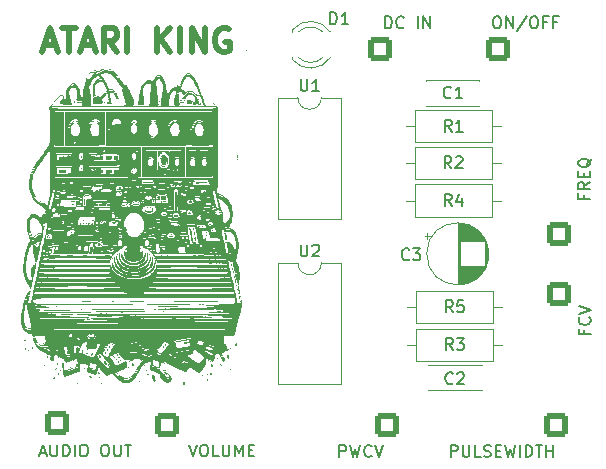
<source format=gto>
G04 #@! TF.GenerationSoftware,KiCad,Pcbnew,(6.0.2-0)*
G04 #@! TF.CreationDate,2024-07-24T17:45:51-04:00*
G04 #@! TF.ProjectId,Stepped_Tone_Generator,53746570-7065-4645-9f54-6f6e655f4765,rev?*
G04 #@! TF.SameCoordinates,Original*
G04 #@! TF.FileFunction,Legend,Top*
G04 #@! TF.FilePolarity,Positive*
%FSLAX46Y46*%
G04 Gerber Fmt 4.6, Leading zero omitted, Abs format (unit mm)*
G04 Created by KiCad (PCBNEW (6.0.2-0)) date 2024-07-24 17:45:51*
%MOMM*%
%LPD*%
G01*
G04 APERTURE LIST*
G04 Aperture macros list*
%AMRoundRect*
0 Rectangle with rounded corners*
0 $1 Rounding radius*
0 $2 $3 $4 $5 $6 $7 $8 $9 X,Y pos of 4 corners*
0 Add a 4 corners polygon primitive as box body*
4,1,4,$2,$3,$4,$5,$6,$7,$8,$9,$2,$3,0*
0 Add four circle primitives for the rounded corners*
1,1,$1+$1,$2,$3*
1,1,$1+$1,$4,$5*
1,1,$1+$1,$6,$7*
1,1,$1+$1,$8,$9*
0 Add four rect primitives between the rounded corners*
20,1,$1+$1,$2,$3,$4,$5,0*
20,1,$1+$1,$4,$5,$6,$7,0*
20,1,$1+$1,$6,$7,$8,$9,0*
20,1,$1+$1,$8,$9,$2,$3,0*%
G04 Aperture macros list end*
%ADD10C,0.500000*%
%ADD11C,0.150000*%
%ADD12C,0.120000*%
%ADD13C,1.600000*%
%ADD14O,1.600000X1.600000*%
%ADD15RoundRect,0.250001X-0.799999X-0.799999X0.799999X-0.799999X0.799999X0.799999X-0.799999X0.799999X0*%
%ADD16C,2.100000*%
%ADD17R,1.600000X1.600000*%
%ADD18RoundRect,0.250001X0.799999X0.799999X-0.799999X0.799999X-0.799999X-0.799999X0.799999X-0.799999X0*%
%ADD19RoundRect,0.250001X-0.799999X0.799999X-0.799999X-0.799999X0.799999X-0.799999X0.799999X0.799999X0*%
%ADD20RoundRect,0.250001X0.799999X-0.799999X0.799999X0.799999X-0.799999X0.799999X-0.799999X-0.799999X0*%
%ADD21R,1.800000X1.800000*%
%ADD22C,1.800000*%
G04 APERTURE END LIST*
D10*
X118042857Y-53433333D02*
X118995238Y-53433333D01*
X117852380Y-54004761D02*
X118519047Y-52004761D01*
X119185714Y-54004761D01*
X119566666Y-52004761D02*
X120709523Y-52004761D01*
X120138095Y-54004761D02*
X120138095Y-52004761D01*
X121280952Y-53433333D02*
X122233333Y-53433333D01*
X121090476Y-54004761D02*
X121757142Y-52004761D01*
X122423809Y-54004761D01*
X124233333Y-54004761D02*
X123566666Y-53052380D01*
X123090476Y-54004761D02*
X123090476Y-52004761D01*
X123852380Y-52004761D01*
X124042857Y-52100000D01*
X124138095Y-52195238D01*
X124233333Y-52385714D01*
X124233333Y-52671428D01*
X124138095Y-52861904D01*
X124042857Y-52957142D01*
X123852380Y-53052380D01*
X123090476Y-53052380D01*
X125090476Y-54004761D02*
X125090476Y-52004761D01*
X127566666Y-54004761D02*
X127566666Y-52004761D01*
X128709523Y-54004761D02*
X127852380Y-52861904D01*
X128709523Y-52004761D02*
X127566666Y-53147619D01*
X129566666Y-54004761D02*
X129566666Y-52004761D01*
X130519047Y-54004761D02*
X130519047Y-52004761D01*
X131661904Y-54004761D01*
X131661904Y-52004761D01*
X133661904Y-52100000D02*
X133471428Y-52004761D01*
X133185714Y-52004761D01*
X132900000Y-52100000D01*
X132709523Y-52290476D01*
X132614285Y-52480952D01*
X132519047Y-52861904D01*
X132519047Y-53147619D01*
X132614285Y-53528571D01*
X132709523Y-53719047D01*
X132900000Y-53909523D01*
X133185714Y-54004761D01*
X133376190Y-54004761D01*
X133661904Y-53909523D01*
X133757142Y-53814285D01*
X133757142Y-53147619D01*
X133376190Y-53147619D01*
D11*
X152633333Y-82057142D02*
X152585714Y-82104761D01*
X152442857Y-82152380D01*
X152347619Y-82152380D01*
X152204761Y-82104761D01*
X152109523Y-82009523D01*
X152061904Y-81914285D01*
X152014285Y-81723809D01*
X152014285Y-81580952D01*
X152061904Y-81390476D01*
X152109523Y-81295238D01*
X152204761Y-81200000D01*
X152347619Y-81152380D01*
X152442857Y-81152380D01*
X152585714Y-81200000D01*
X152633333Y-81247619D01*
X153014285Y-81247619D02*
X153061904Y-81200000D01*
X153157142Y-81152380D01*
X153395238Y-81152380D01*
X153490476Y-81200000D01*
X153538095Y-81247619D01*
X153585714Y-81342857D01*
X153585714Y-81438095D01*
X153538095Y-81580952D01*
X152966666Y-82152380D01*
X153585714Y-82152380D01*
X152633333Y-79252380D02*
X152300000Y-78776190D01*
X152061904Y-79252380D02*
X152061904Y-78252380D01*
X152442857Y-78252380D01*
X152538095Y-78300000D01*
X152585714Y-78347619D01*
X152633333Y-78442857D01*
X152633333Y-78585714D01*
X152585714Y-78680952D01*
X152538095Y-78728571D01*
X152442857Y-78776190D01*
X152061904Y-78776190D01*
X152966666Y-78252380D02*
X153585714Y-78252380D01*
X153252380Y-78633333D01*
X153395238Y-78633333D01*
X153490476Y-78680952D01*
X153538095Y-78728571D01*
X153585714Y-78823809D01*
X153585714Y-79061904D01*
X153538095Y-79157142D01*
X153490476Y-79204761D01*
X153395238Y-79252380D01*
X153109523Y-79252380D01*
X153014285Y-79204761D01*
X152966666Y-79157142D01*
X152513333Y-63852380D02*
X152180000Y-63376190D01*
X151941904Y-63852380D02*
X151941904Y-62852380D01*
X152322857Y-62852380D01*
X152418095Y-62900000D01*
X152465714Y-62947619D01*
X152513333Y-63042857D01*
X152513333Y-63185714D01*
X152465714Y-63280952D01*
X152418095Y-63328571D01*
X152322857Y-63376190D01*
X151941904Y-63376190D01*
X152894285Y-62947619D02*
X152941904Y-62900000D01*
X153037142Y-62852380D01*
X153275238Y-62852380D01*
X153370476Y-62900000D01*
X153418095Y-62947619D01*
X153465714Y-63042857D01*
X153465714Y-63138095D01*
X153418095Y-63280952D01*
X152846666Y-63852380D01*
X153465714Y-63852380D01*
X152533333Y-67052380D02*
X152200000Y-66576190D01*
X151961904Y-67052380D02*
X151961904Y-66052380D01*
X152342857Y-66052380D01*
X152438095Y-66100000D01*
X152485714Y-66147619D01*
X152533333Y-66242857D01*
X152533333Y-66385714D01*
X152485714Y-66480952D01*
X152438095Y-66528571D01*
X152342857Y-66576190D01*
X151961904Y-66576190D01*
X153390476Y-66385714D02*
X153390476Y-67052380D01*
X153152380Y-66004761D02*
X152914285Y-66719047D01*
X153533333Y-66719047D01*
X130290476Y-87252380D02*
X130623809Y-88252380D01*
X130957142Y-87252380D01*
X131480952Y-87252380D02*
X131671428Y-87252380D01*
X131766666Y-87300000D01*
X131861904Y-87395238D01*
X131909523Y-87585714D01*
X131909523Y-87919047D01*
X131861904Y-88109523D01*
X131766666Y-88204761D01*
X131671428Y-88252380D01*
X131480952Y-88252380D01*
X131385714Y-88204761D01*
X131290476Y-88109523D01*
X131242857Y-87919047D01*
X131242857Y-87585714D01*
X131290476Y-87395238D01*
X131385714Y-87300000D01*
X131480952Y-87252380D01*
X132814285Y-88252380D02*
X132338095Y-88252380D01*
X132338095Y-87252380D01*
X133147619Y-87252380D02*
X133147619Y-88061904D01*
X133195238Y-88157142D01*
X133242857Y-88204761D01*
X133338095Y-88252380D01*
X133528571Y-88252380D01*
X133623809Y-88204761D01*
X133671428Y-88157142D01*
X133719047Y-88061904D01*
X133719047Y-87252380D01*
X134195238Y-88252380D02*
X134195238Y-87252380D01*
X134528571Y-87966666D01*
X134861904Y-87252380D01*
X134861904Y-88252380D01*
X135338095Y-87728571D02*
X135671428Y-87728571D01*
X135814285Y-88252380D02*
X135338095Y-88252380D01*
X135338095Y-87252380D01*
X135814285Y-87252380D01*
X117666666Y-87966666D02*
X118142857Y-87966666D01*
X117571428Y-88252380D02*
X117904761Y-87252380D01*
X118238095Y-88252380D01*
X118571428Y-87252380D02*
X118571428Y-88061904D01*
X118619047Y-88157142D01*
X118666666Y-88204761D01*
X118761904Y-88252380D01*
X118952380Y-88252380D01*
X119047619Y-88204761D01*
X119095238Y-88157142D01*
X119142857Y-88061904D01*
X119142857Y-87252380D01*
X119619047Y-88252380D02*
X119619047Y-87252380D01*
X119857142Y-87252380D01*
X120000000Y-87300000D01*
X120095238Y-87395238D01*
X120142857Y-87490476D01*
X120190476Y-87680952D01*
X120190476Y-87823809D01*
X120142857Y-88014285D01*
X120095238Y-88109523D01*
X120000000Y-88204761D01*
X119857142Y-88252380D01*
X119619047Y-88252380D01*
X120619047Y-88252380D02*
X120619047Y-87252380D01*
X121285714Y-87252380D02*
X121476190Y-87252380D01*
X121571428Y-87300000D01*
X121666666Y-87395238D01*
X121714285Y-87585714D01*
X121714285Y-87919047D01*
X121666666Y-88109523D01*
X121571428Y-88204761D01*
X121476190Y-88252380D01*
X121285714Y-88252380D01*
X121190476Y-88204761D01*
X121095238Y-88109523D01*
X121047619Y-87919047D01*
X121047619Y-87585714D01*
X121095238Y-87395238D01*
X121190476Y-87300000D01*
X121285714Y-87252380D01*
X123095238Y-87252380D02*
X123285714Y-87252380D01*
X123380952Y-87300000D01*
X123476190Y-87395238D01*
X123523809Y-87585714D01*
X123523809Y-87919047D01*
X123476190Y-88109523D01*
X123380952Y-88204761D01*
X123285714Y-88252380D01*
X123095238Y-88252380D01*
X123000000Y-88204761D01*
X122904761Y-88109523D01*
X122857142Y-87919047D01*
X122857142Y-87585714D01*
X122904761Y-87395238D01*
X123000000Y-87300000D01*
X123095238Y-87252380D01*
X123952380Y-87252380D02*
X123952380Y-88061904D01*
X124000000Y-88157142D01*
X124047619Y-88204761D01*
X124142857Y-88252380D01*
X124333333Y-88252380D01*
X124428571Y-88204761D01*
X124476190Y-88157142D01*
X124523809Y-88061904D01*
X124523809Y-87252380D01*
X124857142Y-87252380D02*
X125428571Y-87252380D01*
X125142857Y-88252380D02*
X125142857Y-87252380D01*
X156276190Y-51002380D02*
X156466666Y-51002380D01*
X156561904Y-51050000D01*
X156657142Y-51145238D01*
X156704761Y-51335714D01*
X156704761Y-51669047D01*
X156657142Y-51859523D01*
X156561904Y-51954761D01*
X156466666Y-52002380D01*
X156276190Y-52002380D01*
X156180952Y-51954761D01*
X156085714Y-51859523D01*
X156038095Y-51669047D01*
X156038095Y-51335714D01*
X156085714Y-51145238D01*
X156180952Y-51050000D01*
X156276190Y-51002380D01*
X157133333Y-52002380D02*
X157133333Y-51002380D01*
X157704761Y-52002380D01*
X157704761Y-51002380D01*
X158895238Y-50954761D02*
X158038095Y-52240476D01*
X159419047Y-51002380D02*
X159609523Y-51002380D01*
X159704761Y-51050000D01*
X159800000Y-51145238D01*
X159847619Y-51335714D01*
X159847619Y-51669047D01*
X159800000Y-51859523D01*
X159704761Y-51954761D01*
X159609523Y-52002380D01*
X159419047Y-52002380D01*
X159323809Y-51954761D01*
X159228571Y-51859523D01*
X159180952Y-51669047D01*
X159180952Y-51335714D01*
X159228571Y-51145238D01*
X159323809Y-51050000D01*
X159419047Y-51002380D01*
X160609523Y-51478571D02*
X160276190Y-51478571D01*
X160276190Y-52002380D02*
X160276190Y-51002380D01*
X160752380Y-51002380D01*
X161466666Y-51478571D02*
X161133333Y-51478571D01*
X161133333Y-52002380D02*
X161133333Y-51002380D01*
X161609523Y-51002380D01*
X139748095Y-70322380D02*
X139748095Y-71131904D01*
X139795714Y-71227142D01*
X139843333Y-71274761D01*
X139938571Y-71322380D01*
X140129047Y-71322380D01*
X140224285Y-71274761D01*
X140271904Y-71227142D01*
X140319523Y-71131904D01*
X140319523Y-70322380D01*
X140748095Y-70417619D02*
X140795714Y-70370000D01*
X140890952Y-70322380D01*
X141129047Y-70322380D01*
X141224285Y-70370000D01*
X141271904Y-70417619D01*
X141319523Y-70512857D01*
X141319523Y-70608095D01*
X141271904Y-70750952D01*
X140700476Y-71322380D01*
X141319523Y-71322380D01*
X152633333Y-76052380D02*
X152300000Y-75576190D01*
X152061904Y-76052380D02*
X152061904Y-75052380D01*
X152442857Y-75052380D01*
X152538095Y-75100000D01*
X152585714Y-75147619D01*
X152633333Y-75242857D01*
X152633333Y-75385714D01*
X152585714Y-75480952D01*
X152538095Y-75528571D01*
X152442857Y-75576190D01*
X152061904Y-75576190D01*
X153538095Y-75052380D02*
X153061904Y-75052380D01*
X153014285Y-75528571D01*
X153061904Y-75480952D01*
X153157142Y-75433333D01*
X153395238Y-75433333D01*
X153490476Y-75480952D01*
X153538095Y-75528571D01*
X153585714Y-75623809D01*
X153585714Y-75861904D01*
X153538095Y-75957142D01*
X153490476Y-76004761D01*
X153395238Y-76052380D01*
X153157142Y-76052380D01*
X153061904Y-76004761D01*
X153014285Y-75957142D01*
X152466666Y-88302380D02*
X152466666Y-87302380D01*
X152847619Y-87302380D01*
X152942857Y-87350000D01*
X152990476Y-87397619D01*
X153038095Y-87492857D01*
X153038095Y-87635714D01*
X152990476Y-87730952D01*
X152942857Y-87778571D01*
X152847619Y-87826190D01*
X152466666Y-87826190D01*
X153466666Y-87302380D02*
X153466666Y-88111904D01*
X153514285Y-88207142D01*
X153561904Y-88254761D01*
X153657142Y-88302380D01*
X153847619Y-88302380D01*
X153942857Y-88254761D01*
X153990476Y-88207142D01*
X154038095Y-88111904D01*
X154038095Y-87302380D01*
X154990476Y-88302380D02*
X154514285Y-88302380D01*
X154514285Y-87302380D01*
X155276190Y-88254761D02*
X155419047Y-88302380D01*
X155657142Y-88302380D01*
X155752380Y-88254761D01*
X155800000Y-88207142D01*
X155847619Y-88111904D01*
X155847619Y-88016666D01*
X155800000Y-87921428D01*
X155752380Y-87873809D01*
X155657142Y-87826190D01*
X155466666Y-87778571D01*
X155371428Y-87730952D01*
X155323809Y-87683333D01*
X155276190Y-87588095D01*
X155276190Y-87492857D01*
X155323809Y-87397619D01*
X155371428Y-87350000D01*
X155466666Y-87302380D01*
X155704761Y-87302380D01*
X155847619Y-87350000D01*
X156276190Y-87778571D02*
X156609523Y-87778571D01*
X156752380Y-88302380D02*
X156276190Y-88302380D01*
X156276190Y-87302380D01*
X156752380Y-87302380D01*
X157085714Y-87302380D02*
X157323809Y-88302380D01*
X157514285Y-87588095D01*
X157704761Y-88302380D01*
X157942857Y-87302380D01*
X158323809Y-88302380D02*
X158323809Y-87302380D01*
X158800000Y-88302380D02*
X158800000Y-87302380D01*
X159038095Y-87302380D01*
X159180952Y-87350000D01*
X159276190Y-87445238D01*
X159323809Y-87540476D01*
X159371428Y-87730952D01*
X159371428Y-87873809D01*
X159323809Y-88064285D01*
X159276190Y-88159523D01*
X159180952Y-88254761D01*
X159038095Y-88302380D01*
X158800000Y-88302380D01*
X159657142Y-87302380D02*
X160228571Y-87302380D01*
X159942857Y-88302380D02*
X159942857Y-87302380D01*
X160561904Y-88302380D02*
X160561904Y-87302380D01*
X160561904Y-87778571D02*
X161133333Y-87778571D01*
X161133333Y-88302380D02*
X161133333Y-87302380D01*
X148933333Y-71557142D02*
X148885714Y-71604761D01*
X148742857Y-71652380D01*
X148647619Y-71652380D01*
X148504761Y-71604761D01*
X148409523Y-71509523D01*
X148361904Y-71414285D01*
X148314285Y-71223809D01*
X148314285Y-71080952D01*
X148361904Y-70890476D01*
X148409523Y-70795238D01*
X148504761Y-70700000D01*
X148647619Y-70652380D01*
X148742857Y-70652380D01*
X148885714Y-70700000D01*
X148933333Y-70747619D01*
X149266666Y-70652380D02*
X149885714Y-70652380D01*
X149552380Y-71033333D01*
X149695238Y-71033333D01*
X149790476Y-71080952D01*
X149838095Y-71128571D01*
X149885714Y-71223809D01*
X149885714Y-71461904D01*
X149838095Y-71557142D01*
X149790476Y-71604761D01*
X149695238Y-71652380D01*
X149409523Y-71652380D01*
X149314285Y-71604761D01*
X149266666Y-71557142D01*
X146895238Y-52002380D02*
X146895238Y-51002380D01*
X147133333Y-51002380D01*
X147276190Y-51050000D01*
X147371428Y-51145238D01*
X147419047Y-51240476D01*
X147466666Y-51430952D01*
X147466666Y-51573809D01*
X147419047Y-51764285D01*
X147371428Y-51859523D01*
X147276190Y-51954761D01*
X147133333Y-52002380D01*
X146895238Y-52002380D01*
X148466666Y-51907142D02*
X148419047Y-51954761D01*
X148276190Y-52002380D01*
X148180952Y-52002380D01*
X148038095Y-51954761D01*
X147942857Y-51859523D01*
X147895238Y-51764285D01*
X147847619Y-51573809D01*
X147847619Y-51430952D01*
X147895238Y-51240476D01*
X147942857Y-51145238D01*
X148038095Y-51050000D01*
X148180952Y-51002380D01*
X148276190Y-51002380D01*
X148419047Y-51050000D01*
X148466666Y-51097619D01*
X149657142Y-52002380D02*
X149657142Y-51002380D01*
X150133333Y-52002380D02*
X150133333Y-51002380D01*
X150704761Y-52002380D01*
X150704761Y-51002380D01*
X152533333Y-60752380D02*
X152200000Y-60276190D01*
X151961904Y-60752380D02*
X151961904Y-59752380D01*
X152342857Y-59752380D01*
X152438095Y-59800000D01*
X152485714Y-59847619D01*
X152533333Y-59942857D01*
X152533333Y-60085714D01*
X152485714Y-60180952D01*
X152438095Y-60228571D01*
X152342857Y-60276190D01*
X151961904Y-60276190D01*
X153485714Y-60752380D02*
X152914285Y-60752380D01*
X153200000Y-60752380D02*
X153200000Y-59752380D01*
X153104761Y-59895238D01*
X153009523Y-59990476D01*
X152914285Y-60038095D01*
X152483333Y-57857142D02*
X152435714Y-57904761D01*
X152292857Y-57952380D01*
X152197619Y-57952380D01*
X152054761Y-57904761D01*
X151959523Y-57809523D01*
X151911904Y-57714285D01*
X151864285Y-57523809D01*
X151864285Y-57380952D01*
X151911904Y-57190476D01*
X151959523Y-57095238D01*
X152054761Y-57000000D01*
X152197619Y-56952380D01*
X152292857Y-56952380D01*
X152435714Y-57000000D01*
X152483333Y-57047619D01*
X153435714Y-57952380D02*
X152864285Y-57952380D01*
X153150000Y-57952380D02*
X153150000Y-56952380D01*
X153054761Y-57095238D01*
X152959523Y-57190476D01*
X152864285Y-57238095D01*
X163778571Y-77585714D02*
X163778571Y-77919047D01*
X164302380Y-77919047D02*
X163302380Y-77919047D01*
X163302380Y-77442857D01*
X164207142Y-76490476D02*
X164254761Y-76538095D01*
X164302380Y-76680952D01*
X164302380Y-76776190D01*
X164254761Y-76919047D01*
X164159523Y-77014285D01*
X164064285Y-77061904D01*
X163873809Y-77109523D01*
X163730952Y-77109523D01*
X163540476Y-77061904D01*
X163445238Y-77014285D01*
X163350000Y-76919047D01*
X163302380Y-76776190D01*
X163302380Y-76680952D01*
X163350000Y-76538095D01*
X163397619Y-76490476D01*
X163302380Y-76204761D02*
X164302380Y-75871428D01*
X163302380Y-75538095D01*
X139748095Y-56322380D02*
X139748095Y-57131904D01*
X139795714Y-57227142D01*
X139843333Y-57274761D01*
X139938571Y-57322380D01*
X140129047Y-57322380D01*
X140224285Y-57274761D01*
X140271904Y-57227142D01*
X140319523Y-57131904D01*
X140319523Y-56322380D01*
X141319523Y-57322380D02*
X140748095Y-57322380D01*
X141033809Y-57322380D02*
X141033809Y-56322380D01*
X140938571Y-56465238D01*
X140843333Y-56560476D01*
X140748095Y-56608095D01*
X163728571Y-66133333D02*
X163728571Y-66466666D01*
X164252380Y-66466666D02*
X163252380Y-66466666D01*
X163252380Y-65990476D01*
X164252380Y-65038095D02*
X163776190Y-65371428D01*
X164252380Y-65609523D02*
X163252380Y-65609523D01*
X163252380Y-65228571D01*
X163300000Y-65133333D01*
X163347619Y-65085714D01*
X163442857Y-65038095D01*
X163585714Y-65038095D01*
X163680952Y-65085714D01*
X163728571Y-65133333D01*
X163776190Y-65228571D01*
X163776190Y-65609523D01*
X163728571Y-64609523D02*
X163728571Y-64276190D01*
X164252380Y-64133333D02*
X164252380Y-64609523D01*
X163252380Y-64609523D01*
X163252380Y-64133333D01*
X164347619Y-63038095D02*
X164300000Y-63133333D01*
X164204761Y-63228571D01*
X164061904Y-63371428D01*
X164014285Y-63466666D01*
X164014285Y-63561904D01*
X164252380Y-63514285D02*
X164204761Y-63609523D01*
X164109523Y-63704761D01*
X163919047Y-63752380D01*
X163585714Y-63752380D01*
X163395238Y-63704761D01*
X163300000Y-63609523D01*
X163252380Y-63514285D01*
X163252380Y-63323809D01*
X163300000Y-63228571D01*
X163395238Y-63133333D01*
X163585714Y-63085714D01*
X163919047Y-63085714D01*
X164109523Y-63133333D01*
X164204761Y-63228571D01*
X164252380Y-63323809D01*
X164252380Y-63514285D01*
X143038095Y-88302380D02*
X143038095Y-87302380D01*
X143419047Y-87302380D01*
X143514285Y-87350000D01*
X143561904Y-87397619D01*
X143609523Y-87492857D01*
X143609523Y-87635714D01*
X143561904Y-87730952D01*
X143514285Y-87778571D01*
X143419047Y-87826190D01*
X143038095Y-87826190D01*
X143942857Y-87302380D02*
X144180952Y-88302380D01*
X144371428Y-87588095D01*
X144561904Y-88302380D01*
X144800000Y-87302380D01*
X145752380Y-88207142D02*
X145704761Y-88254761D01*
X145561904Y-88302380D01*
X145466666Y-88302380D01*
X145323809Y-88254761D01*
X145228571Y-88159523D01*
X145180952Y-88064285D01*
X145133333Y-87873809D01*
X145133333Y-87730952D01*
X145180952Y-87540476D01*
X145228571Y-87445238D01*
X145323809Y-87350000D01*
X145466666Y-87302380D01*
X145561904Y-87302380D01*
X145704761Y-87350000D01*
X145752380Y-87397619D01*
X146038095Y-87302380D02*
X146371428Y-88302380D01*
X146704761Y-87302380D01*
X142261904Y-51652380D02*
X142261904Y-50652380D01*
X142500000Y-50652380D01*
X142642857Y-50700000D01*
X142738095Y-50795238D01*
X142785714Y-50890476D01*
X142833333Y-51080952D01*
X142833333Y-51223809D01*
X142785714Y-51414285D01*
X142738095Y-51509523D01*
X142642857Y-51604761D01*
X142500000Y-51652380D01*
X142261904Y-51652380D01*
X143785714Y-51652380D02*
X143214285Y-51652380D01*
X143500000Y-51652380D02*
X143500000Y-50652380D01*
X143404761Y-50795238D01*
X143309523Y-50890476D01*
X143214285Y-50938095D01*
G36*
X123516181Y-80486965D02*
G01*
X123517282Y-80489223D01*
X123532966Y-80552859D01*
X123518731Y-80598807D01*
X123483443Y-80616553D01*
X123435966Y-80595583D01*
X123431231Y-80591278D01*
X123414854Y-80565723D01*
X123424510Y-80531793D01*
X123445628Y-80497604D01*
X123476924Y-80454359D01*
X123495563Y-80451383D01*
X123516181Y-80486965D01*
G37*
G36*
X117882308Y-73947459D02*
G01*
X117872538Y-73962124D01*
X117862769Y-73947459D01*
X117872538Y-73932794D01*
X117882308Y-73947459D01*
G37*
G36*
X122923231Y-71219746D02*
G01*
X122913461Y-71234411D01*
X122903692Y-71219746D01*
X122913461Y-71205080D01*
X122923231Y-71219746D01*
G37*
G36*
X133356769Y-74446073D02*
G01*
X133347000Y-74460739D01*
X133337231Y-74446073D01*
X133347000Y-74431408D01*
X133356769Y-74446073D01*
G37*
G36*
X128237692Y-66614896D02*
G01*
X128227923Y-66629561D01*
X128218154Y-66614896D01*
X128227923Y-66600231D01*
X128237692Y-66614896D01*
G37*
G36*
X119250000Y-71571709D02*
G01*
X119240231Y-71586374D01*
X119230461Y-71571709D01*
X119240231Y-71557043D01*
X119250000Y-71571709D01*
G37*
G36*
X132165374Y-75941067D02*
G01*
X132163621Y-75944271D01*
X132132636Y-75977985D01*
X132101852Y-75983773D01*
X132086829Y-75959144D01*
X132086769Y-75956582D01*
X132098182Y-75926231D01*
X132101423Y-75925007D01*
X132131525Y-75918089D01*
X132151359Y-75912697D01*
X132174941Y-75912388D01*
X132165374Y-75941067D01*
G37*
G36*
X131383384Y-67260161D02*
G01*
X131373615Y-67274826D01*
X131363846Y-67260161D01*
X131373615Y-67245496D01*
X131383384Y-67260161D01*
G37*
G36*
X119400178Y-80023102D02*
G01*
X119396538Y-80033487D01*
X119378129Y-80061497D01*
X119374694Y-80062817D01*
X119373361Y-80043871D01*
X119377000Y-80033487D01*
X119395409Y-80005476D01*
X119398844Y-80004157D01*
X119400178Y-80023102D01*
G37*
G36*
X121731384Y-75795265D02*
G01*
X121721615Y-75809930D01*
X121711846Y-75795265D01*
X121721615Y-75780600D01*
X121731384Y-75795265D01*
G37*
G36*
X124154154Y-75150000D02*
G01*
X124144384Y-75164665D01*
X124134615Y-75150000D01*
X124144384Y-75135334D01*
X124154154Y-75150000D01*
G37*
G36*
X133669160Y-73544863D02*
G01*
X133669384Y-73551501D01*
X133654364Y-73579704D01*
X133648693Y-73580831D01*
X133637024Y-73562862D01*
X133640077Y-73551501D01*
X133657634Y-73523520D01*
X133660768Y-73522170D01*
X133669160Y-73544863D01*
G37*
G36*
X117608769Y-74387413D02*
G01*
X117599000Y-74402078D01*
X117589231Y-74387413D01*
X117599000Y-74372748D01*
X117608769Y-74387413D01*
G37*
G36*
X129035437Y-75992755D02*
G01*
X129043654Y-75993766D01*
X129063125Y-75998604D01*
X129047351Y-76002395D01*
X129000162Y-76004622D01*
X128960615Y-76004994D01*
X128897212Y-76003891D01*
X128863037Y-76000929D01*
X128861922Y-75996625D01*
X128877577Y-75993766D01*
X128955386Y-75989151D01*
X129035437Y-75992755D01*
G37*
G36*
X121985384Y-76309465D02*
G01*
X121969550Y-76334674D01*
X121956077Y-76337875D01*
X121930008Y-76331600D01*
X121926769Y-76326348D01*
X121942047Y-76307435D01*
X121956077Y-76297938D01*
X121981236Y-76297328D01*
X121985384Y-76309465D01*
G37*
G36*
X132164923Y-71571709D02*
G01*
X132155154Y-71586374D01*
X132145384Y-71571709D01*
X132155154Y-71557043D01*
X132164923Y-71571709D01*
G37*
G36*
X133942923Y-73947459D02*
G01*
X133933154Y-73962124D01*
X133923384Y-73947459D01*
X133933154Y-73932794D01*
X133942923Y-73947459D01*
G37*
G36*
X118175384Y-74387413D02*
G01*
X118165615Y-74402078D01*
X118155846Y-74387413D01*
X118165615Y-74372748D01*
X118175384Y-74387413D01*
G37*
G36*
X133903846Y-74387413D02*
G01*
X133894077Y-74402078D01*
X133884308Y-74387413D01*
X133894077Y-74372748D01*
X133903846Y-74387413D01*
G37*
G36*
X123971795Y-58309545D02*
G01*
X123969113Y-58326982D01*
X123958769Y-58329099D01*
X123942687Y-58318367D01*
X123945743Y-58309545D01*
X123968931Y-58306035D01*
X123971795Y-58309545D01*
G37*
G36*
X117686923Y-78522979D02*
G01*
X117677154Y-78537644D01*
X117667384Y-78522979D01*
X117677154Y-78508314D01*
X117686923Y-78522979D01*
G37*
G36*
X118618256Y-75115781D02*
G01*
X118615574Y-75133218D01*
X118605231Y-75135334D01*
X118589148Y-75124603D01*
X118592205Y-75115781D01*
X118615393Y-75112271D01*
X118618256Y-75115781D01*
G37*
G36*
X133005077Y-74358083D02*
G01*
X132995308Y-74372748D01*
X132985538Y-74358083D01*
X132995308Y-74343418D01*
X133005077Y-74358083D01*
G37*
G36*
X133571692Y-79314896D02*
G01*
X133590331Y-79341252D01*
X133591231Y-79345957D01*
X133576114Y-79358555D01*
X133571692Y-79358891D01*
X133552904Y-79336343D01*
X133552154Y-79327830D01*
X133564124Y-79310313D01*
X133571692Y-79314896D01*
G37*
G36*
X121762098Y-74993861D02*
G01*
X121843731Y-74996098D01*
X121891022Y-74998458D01*
X121901448Y-75000593D01*
X121877220Y-75002421D01*
X121820549Y-75003862D01*
X121733648Y-75004833D01*
X121618726Y-75005254D01*
X121594615Y-75005265D01*
X121474761Y-75004955D01*
X121382519Y-75004079D01*
X121320099Y-75002719D01*
X121289714Y-75000956D01*
X121293574Y-74998871D01*
X121333891Y-74996547D01*
X121345500Y-74996098D01*
X121473766Y-74993094D01*
X121619744Y-74992349D01*
X121762098Y-74993861D01*
G37*
G36*
X117315692Y-75208660D02*
G01*
X117305923Y-75223325D01*
X117296154Y-75208660D01*
X117305923Y-75193995D01*
X117315692Y-75208660D01*
G37*
G36*
X127217035Y-75789778D02*
G01*
X127221603Y-75797706D01*
X127193544Y-75802155D01*
X127172846Y-75802534D01*
X127135008Y-75799646D01*
X127129268Y-75793021D01*
X127138881Y-75789186D01*
X127189791Y-75784464D01*
X127217035Y-75789778D01*
G37*
G36*
X133337007Y-73544863D02*
G01*
X133337231Y-73551501D01*
X133322210Y-73579704D01*
X133316539Y-73580831D01*
X133304870Y-73562862D01*
X133307923Y-73551501D01*
X133325480Y-73523520D01*
X133328614Y-73522170D01*
X133337007Y-73544863D01*
G37*
G36*
X123650378Y-75161538D02*
G01*
X123657237Y-75167856D01*
X123646355Y-75182965D01*
X123606647Y-75192405D01*
X123575666Y-75193995D01*
X123523659Y-75191832D01*
X123494201Y-75186324D01*
X123491474Y-75182395D01*
X123519126Y-75166958D01*
X123565912Y-75157365D01*
X123615205Y-75155072D01*
X123650378Y-75161538D01*
G37*
G36*
X124642615Y-76059237D02*
G01*
X124632846Y-76073903D01*
X124623077Y-76059237D01*
X124632846Y-76044572D01*
X124642615Y-76059237D01*
G37*
G36*
X121965846Y-75824595D02*
G01*
X121956077Y-75839261D01*
X121946308Y-75824595D01*
X121956077Y-75809930D01*
X121965846Y-75824595D01*
G37*
G36*
X122619382Y-66929573D02*
G01*
X122621080Y-66981524D01*
X122607754Y-67039915D01*
X122568753Y-67063439D01*
X122565144Y-67064130D01*
X122528099Y-67063355D01*
X122514479Y-67031424D01*
X122512923Y-66986893D01*
X122523147Y-66914044D01*
X122549837Y-66885884D01*
X122596923Y-66885014D01*
X122619382Y-66929573D01*
G37*
G36*
X126870000Y-76029907D02*
G01*
X126860231Y-76044572D01*
X126850461Y-76029907D01*
X126860231Y-76015242D01*
X126870000Y-76029907D01*
G37*
G36*
X121413654Y-68490787D02*
G01*
X121432439Y-68532240D01*
X121426511Y-68577376D01*
X121404003Y-68605104D01*
X121363321Y-68621681D01*
X121319727Y-68625026D01*
X121288480Y-68613058D01*
X121282000Y-68597087D01*
X121296883Y-68518474D01*
X121339562Y-68480330D01*
X121361091Y-68477367D01*
X121413654Y-68490787D01*
G37*
G36*
X133610164Y-73541678D02*
G01*
X133610769Y-73551501D01*
X133594221Y-73574219D01*
X133566808Y-73580382D01*
X133538258Y-73575751D01*
X133545277Y-73558499D01*
X133552154Y-73551501D01*
X133592586Y-73524209D01*
X133610164Y-73541678D01*
G37*
G36*
X122074034Y-77927818D02*
G01*
X122075244Y-77927898D01*
X122210077Y-77936970D01*
X122059537Y-77951337D01*
X121991099Y-77955315D01*
X121943200Y-77953107D01*
X121923952Y-77945259D01*
X121924705Y-77942265D01*
X121950864Y-77931746D01*
X122004480Y-77926564D01*
X122074034Y-77927818D01*
G37*
G36*
X133414519Y-58345826D02*
G01*
X133419292Y-58352563D01*
X133432678Y-58392475D01*
X133419292Y-58422956D01*
X133401794Y-58437393D01*
X133395989Y-58401876D01*
X133395846Y-58387759D01*
X133399786Y-58341140D01*
X133414519Y-58345826D01*
G37*
G36*
X130791939Y-69808838D02*
G01*
X130786112Y-69822169D01*
X130766295Y-69824243D01*
X130745446Y-69817080D01*
X130754490Y-69806523D01*
X130785026Y-69803026D01*
X130791939Y-69808838D01*
G37*
G36*
X122699448Y-69043909D02*
G01*
X122704616Y-69077594D01*
X122688769Y-69122632D01*
X122673969Y-69147984D01*
X122669636Y-69119447D01*
X122669530Y-69109694D01*
X122667467Y-69070241D01*
X122656250Y-69080225D01*
X122642905Y-69106805D01*
X122617665Y-69140512D01*
X122602675Y-69127076D01*
X122597555Y-69075811D01*
X122625159Y-69042364D01*
X122660614Y-69034642D01*
X122699448Y-69043909D01*
G37*
G36*
X125639077Y-80165473D02*
G01*
X125629308Y-80180138D01*
X125619538Y-80165473D01*
X125629308Y-80150808D01*
X125639077Y-80165473D01*
G37*
G36*
X120630718Y-75614395D02*
G01*
X120628036Y-75631832D01*
X120617692Y-75633949D01*
X120601610Y-75623217D01*
X120604666Y-75614395D01*
X120627854Y-75610885D01*
X120630718Y-75614395D01*
G37*
G36*
X117999538Y-79490877D02*
G01*
X117989769Y-79505542D01*
X117980000Y-79490877D01*
X117989769Y-79476212D01*
X117999538Y-79490877D01*
G37*
G36*
X117686923Y-78669630D02*
G01*
X117677154Y-78684295D01*
X117667384Y-78669630D01*
X117677154Y-78654965D01*
X117686923Y-78669630D01*
G37*
G36*
X133672094Y-79677280D02*
G01*
X133708933Y-79739330D01*
X133727370Y-79819948D01*
X133721863Y-79899808D01*
X133704554Y-79939630D01*
X133658684Y-79971470D01*
X133601281Y-79964257D01*
X133563215Y-79935876D01*
X133536412Y-79875853D01*
X133528416Y-79793938D01*
X133540959Y-79720037D01*
X133549711Y-79702788D01*
X133567578Y-79688963D01*
X133571692Y-79719653D01*
X133587745Y-79761547D01*
X133610769Y-79769515D01*
X133644781Y-79759497D01*
X133642123Y-79729365D01*
X133615654Y-79693023D01*
X133593150Y-79663236D01*
X133604933Y-79654008D01*
X133622395Y-79653126D01*
X133672094Y-79677280D01*
G37*
G36*
X126811384Y-76000577D02*
G01*
X126830024Y-76026933D01*
X126830923Y-76031638D01*
X126815806Y-76044236D01*
X126811384Y-76044572D01*
X126792597Y-76022025D01*
X126791846Y-76013511D01*
X126803816Y-75995994D01*
X126811384Y-76000577D01*
G37*
G36*
X130582308Y-68580023D02*
G01*
X130572538Y-68594688D01*
X130562769Y-68580023D01*
X130572538Y-68565358D01*
X130582308Y-68580023D01*
G37*
G36*
X132829231Y-75003348D02*
G01*
X132819461Y-75018013D01*
X132809692Y-75003348D01*
X132819461Y-74988683D01*
X132829231Y-75003348D01*
G37*
G36*
X135232461Y-53826905D02*
G01*
X135222692Y-53841570D01*
X135212923Y-53826905D01*
X135222692Y-53812240D01*
X135232461Y-53826905D01*
G37*
G36*
X131461538Y-75384642D02*
G01*
X131451769Y-75399307D01*
X131442000Y-75384642D01*
X131451769Y-75369976D01*
X131461538Y-75384642D01*
G37*
G36*
X119633497Y-68423437D02*
G01*
X119640769Y-68429951D01*
X119624659Y-68445358D01*
X119601692Y-68456535D01*
X119570536Y-68458180D01*
X119562615Y-68445291D01*
X119578996Y-68423683D01*
X119601692Y-68418706D01*
X119633497Y-68423437D01*
G37*
G36*
X122564262Y-69099036D02*
G01*
X122571538Y-69106935D01*
X122556582Y-69129658D01*
X122532461Y-69151963D01*
X122502412Y-69168321D01*
X122493487Y-69144872D01*
X122493384Y-69138329D01*
X122509711Y-69101360D01*
X122532461Y-69093302D01*
X122564262Y-69099036D01*
G37*
G36*
X131871846Y-75941916D02*
G01*
X131862077Y-75956582D01*
X131852308Y-75941916D01*
X131862077Y-75927251D01*
X131871846Y-75941916D01*
G37*
G36*
X133102769Y-75003348D02*
G01*
X133093000Y-75018013D01*
X133083231Y-75003348D01*
X133093000Y-74988683D01*
X133102769Y-75003348D01*
G37*
G36*
X131950000Y-72304965D02*
G01*
X131940231Y-72319630D01*
X131930461Y-72304965D01*
X131940231Y-72290300D01*
X131950000Y-72304965D01*
G37*
G36*
X132887846Y-74358083D02*
G01*
X132878077Y-74372748D01*
X132868308Y-74358083D01*
X132878077Y-74343418D01*
X132887846Y-74358083D01*
G37*
G36*
X126207451Y-70495511D02*
G01*
X126243035Y-70529521D01*
X126245061Y-70531838D01*
X126272712Y-70569624D01*
X126275622Y-70587364D01*
X126274077Y-70587560D01*
X126244489Y-70571109D01*
X126216888Y-70544520D01*
X126191323Y-70507486D01*
X126187872Y-70488798D01*
X126207451Y-70495511D01*
G37*
G36*
X125536070Y-80335021D02*
G01*
X125575151Y-80380239D01*
X125591444Y-80420519D01*
X125606112Y-80458209D01*
X125629884Y-80443369D01*
X125631423Y-80441475D01*
X125660201Y-80415852D01*
X125667094Y-80434308D01*
X125651683Y-80491906D01*
X125638641Y-80526127D01*
X125597151Y-80598690D01*
X125552501Y-80614297D01*
X125501519Y-80573195D01*
X125477257Y-80538772D01*
X125444617Y-80483349D01*
X125436823Y-80445059D01*
X125451047Y-80399615D01*
X125458948Y-80381493D01*
X125487677Y-80330456D01*
X125516491Y-80324111D01*
X125536070Y-80335021D01*
G37*
G36*
X124547843Y-69366732D02*
G01*
X124560815Y-69438173D01*
X124560881Y-69504516D01*
X124545457Y-69530380D01*
X124527775Y-69533256D01*
X124491380Y-69523516D01*
X124479488Y-69511091D01*
X124476151Y-69468671D01*
X124480796Y-69406996D01*
X124498711Y-69344984D01*
X124524049Y-69332728D01*
X124547843Y-69366732D01*
G37*
G36*
X132321231Y-72744919D02*
G01*
X132311461Y-72759584D01*
X132301692Y-72744919D01*
X132311461Y-72730254D01*
X132321231Y-72744919D01*
G37*
G36*
X129019231Y-71219746D02*
G01*
X129009461Y-71234411D01*
X128999692Y-71219746D01*
X129009461Y-71205080D01*
X129019231Y-71219746D01*
G37*
G36*
X117647846Y-75765935D02*
G01*
X117638077Y-75780600D01*
X117628308Y-75765935D01*
X117638077Y-75751270D01*
X117647846Y-75765935D01*
G37*
G36*
X118488000Y-71953002D02*
G01*
X118478231Y-71967667D01*
X118468461Y-71953002D01*
X118478231Y-71938337D01*
X118488000Y-71953002D01*
G37*
G36*
X124695101Y-70813403D02*
G01*
X124691461Y-70823787D01*
X124673052Y-70851798D01*
X124669617Y-70853117D01*
X124668284Y-70834172D01*
X124671923Y-70823787D01*
X124690332Y-70795777D01*
X124693768Y-70794457D01*
X124695101Y-70813403D01*
G37*
G36*
X123429469Y-68923429D02*
G01*
X123427074Y-68950706D01*
X123416313Y-68972784D01*
X123403544Y-68950587D01*
X123396374Y-68907408D01*
X123399966Y-68895816D01*
X123419282Y-68890999D01*
X123429469Y-68923429D01*
G37*
G36*
X121995958Y-76683105D02*
G01*
X122030832Y-76694574D01*
X122044000Y-76708388D01*
X122027096Y-76714743D01*
X121986736Y-76713550D01*
X121948895Y-76703389D01*
X121937302Y-76688001D01*
X121937424Y-76687687D01*
X121958399Y-76679562D01*
X121995958Y-76683105D01*
G37*
G36*
X128667538Y-71219746D02*
G01*
X128657769Y-71234411D01*
X128648000Y-71219746D01*
X128657769Y-71205080D01*
X128667538Y-71219746D01*
G37*
G36*
X128338449Y-78753926D02*
G01*
X128340922Y-78756603D01*
X128368518Y-78807290D01*
X128374461Y-78840481D01*
X128357920Y-78892074D01*
X128320277Y-78926159D01*
X128281654Y-78927195D01*
X128260627Y-78889636D01*
X128262930Y-78826221D01*
X128282928Y-78768035D01*
X128308343Y-78736214D01*
X128338449Y-78753926D01*
G37*
G36*
X131444028Y-81403321D02*
G01*
X131453646Y-81440076D01*
X131445052Y-81453172D01*
X131418587Y-81450579D01*
X131412086Y-81439866D01*
X131407529Y-81398227D01*
X131426429Y-81387013D01*
X131444028Y-81403321D01*
G37*
G36*
X128452615Y-66966859D02*
G01*
X128442846Y-66981524D01*
X128433077Y-66966859D01*
X128442846Y-66952194D01*
X128452615Y-66966859D01*
G37*
G36*
X116006615Y-54296189D02*
G01*
X116025255Y-54322545D01*
X116026154Y-54327250D01*
X116011037Y-54339848D01*
X116006615Y-54340184D01*
X115987828Y-54317637D01*
X115987077Y-54309123D01*
X115999047Y-54291606D01*
X116006615Y-54296189D01*
G37*
G36*
X119287824Y-67764062D02*
G01*
X119308615Y-67788106D01*
X119324840Y-67826767D01*
X119314158Y-67825949D01*
X119297869Y-67805618D01*
X119264256Y-67776844D01*
X119240231Y-67765025D01*
X119213600Y-67753889D01*
X119224773Y-67749169D01*
X119242723Y-67747513D01*
X119287824Y-67764062D01*
G37*
G36*
X127886000Y-62684642D02*
G01*
X127876231Y-62699307D01*
X127866461Y-62684642D01*
X127876231Y-62669976D01*
X127886000Y-62684642D01*
G37*
G36*
X124408154Y-81104041D02*
G01*
X124398384Y-81118706D01*
X124388615Y-81104041D01*
X124398384Y-81089376D01*
X124408154Y-81104041D01*
G37*
G36*
X133506564Y-72740030D02*
G01*
X133503882Y-72757467D01*
X133493538Y-72759584D01*
X133477456Y-72748852D01*
X133480513Y-72740030D01*
X133503700Y-72736520D01*
X133506564Y-72740030D01*
G37*
G36*
X127140519Y-71187614D02*
G01*
X127161330Y-71214879D01*
X127163077Y-71221477D01*
X127153804Y-71233532D01*
X127134499Y-71206519D01*
X127131903Y-71200549D01*
X127129600Y-71180478D01*
X127140519Y-71187614D01*
G37*
G36*
X133434923Y-74358083D02*
G01*
X133425154Y-74372748D01*
X133415384Y-74358083D01*
X133425154Y-74343418D01*
X133434923Y-74358083D01*
G37*
G36*
X130015692Y-59062355D02*
G01*
X130015692Y-61936720D01*
X123235846Y-61936720D01*
X123235846Y-61711634D01*
X123857645Y-61711634D01*
X123867568Y-61727083D01*
X123891488Y-61702067D01*
X123900563Y-61686673D01*
X123922388Y-61658732D01*
X123946132Y-61671139D01*
X123964496Y-61694006D01*
X123991143Y-61726529D01*
X123997810Y-61717130D01*
X123993513Y-61685762D01*
X124394623Y-61685762D01*
X124405744Y-61699609D01*
X124429586Y-61668997D01*
X124433582Y-61661087D01*
X124452692Y-61630408D01*
X124468449Y-61642277D01*
X124487111Y-61689778D01*
X124508326Y-61738187D01*
X124519832Y-61733630D01*
X124520140Y-61731904D01*
X125370499Y-61731904D01*
X125385873Y-61781114D01*
X125402384Y-61790069D01*
X125410219Y-61764908D01*
X125408924Y-61703792D01*
X125408418Y-61698341D01*
X125406298Y-61635255D01*
X125418895Y-61618099D01*
X125426455Y-61620760D01*
X125445675Y-61659662D01*
X125447250Y-61719820D01*
X125446399Y-61774975D01*
X125457250Y-61779643D01*
X125463559Y-61771454D01*
X125481671Y-61711747D01*
X125474261Y-61645514D01*
X125450165Y-61605055D01*
X125503639Y-61605055D01*
X125507915Y-61656010D01*
X125532549Y-61722711D01*
X125544784Y-61745636D01*
X125579788Y-61797898D01*
X125595716Y-61802656D01*
X125590926Y-61759739D01*
X125588600Y-61750271D01*
X125569519Y-61708925D01*
X125558832Y-61702078D01*
X125544650Y-61677485D01*
X125541384Y-61643418D01*
X125535685Y-61610218D01*
X125611113Y-61610218D01*
X125617438Y-61679944D01*
X125631505Y-61757604D01*
X125642834Y-61790753D01*
X125650188Y-61777390D01*
X125651300Y-61729606D01*
X125646539Y-61677433D01*
X125633884Y-61613854D01*
X125630276Y-61606408D01*
X125682509Y-61606408D01*
X125685832Y-61631151D01*
X125695876Y-61699625D01*
X125697692Y-61739673D01*
X125703730Y-61779606D01*
X125715728Y-61773937D01*
X125725585Y-61727093D01*
X125723219Y-61665415D01*
X125709525Y-61606956D01*
X125702447Y-61597258D01*
X125763926Y-61597258D01*
X125766607Y-61643229D01*
X125787107Y-61696858D01*
X125815881Y-61742170D01*
X125843385Y-61763187D01*
X125857346Y-61753616D01*
X125869789Y-61740004D01*
X125873239Y-61773937D01*
X125877991Y-61811928D01*
X125895861Y-61797580D01*
X125897798Y-61794714D01*
X125911300Y-61758461D01*
X125903740Y-61747053D01*
X126934828Y-61747053D01*
X126943140Y-61760219D01*
X126950682Y-61760739D01*
X126979016Y-61737589D01*
X126995907Y-61706902D01*
X127228962Y-61706902D01*
X127241429Y-61774005D01*
X127261171Y-61829418D01*
X127279373Y-61848729D01*
X127303334Y-61826619D01*
X127329146Y-61779537D01*
X127346410Y-61712376D01*
X127344356Y-61650872D01*
X127324642Y-61616139D01*
X127316141Y-61614087D01*
X127306725Y-61632453D01*
X127310302Y-61645085D01*
X127315468Y-61694534D01*
X127310112Y-61753543D01*
X127298179Y-61803305D01*
X127285011Y-61800559D01*
X127279264Y-61788539D01*
X127262913Y-61735837D01*
X127265673Y-61710003D01*
X127278485Y-61715053D01*
X127288470Y-61705668D01*
X127285976Y-61672788D01*
X127267376Y-61622278D01*
X127244032Y-61621588D01*
X127230051Y-61653025D01*
X127228962Y-61706902D01*
X126995907Y-61706902D01*
X127010008Y-61681284D01*
X127012326Y-61675555D01*
X127038747Y-61602613D01*
X127042973Y-61569852D01*
X127025327Y-61569510D01*
X127016538Y-61574150D01*
X126990641Y-61605714D01*
X126987231Y-61622248D01*
X126975224Y-61666395D01*
X126954895Y-61707101D01*
X126934828Y-61747053D01*
X125903740Y-61747053D01*
X125893846Y-61732122D01*
X125861313Y-61716703D01*
X125850048Y-61720410D01*
X125838429Y-61707081D01*
X125834461Y-61662952D01*
X125823999Y-61605356D01*
X125816574Y-61594897D01*
X125863170Y-61594897D01*
X125870540Y-61634787D01*
X125873538Y-61643418D01*
X125893439Y-61689487D01*
X125903533Y-61702078D01*
X125910924Y-61677405D01*
X125912615Y-61643418D01*
X125900083Y-61595254D01*
X125882620Y-61584757D01*
X125863170Y-61594897D01*
X125816574Y-61594897D01*
X125808020Y-61582847D01*
X126874790Y-61582847D01*
X126877463Y-61584757D01*
X126895293Y-61564109D01*
X126899308Y-61555427D01*
X126900254Y-61550216D01*
X127555598Y-61550216D01*
X127558766Y-61615857D01*
X127573931Y-61689571D01*
X127592355Y-61746761D01*
X127603218Y-61749350D01*
X127603458Y-61742613D01*
X128726154Y-61742613D01*
X128736732Y-61762578D01*
X128750737Y-61751689D01*
X129025068Y-61751689D01*
X129055612Y-61783060D01*
X129063192Y-61787570D01*
X129109764Y-61802335D01*
X129132014Y-61774443D01*
X129136162Y-61722345D01*
X129127123Y-61649152D01*
X129116227Y-61614087D01*
X129098725Y-61589886D01*
X129077409Y-61606879D01*
X129057911Y-61639334D01*
X129025976Y-61707770D01*
X129025068Y-61751689D01*
X128750737Y-61751689D01*
X128764119Y-61741285D01*
X128801794Y-61684534D01*
X128811368Y-61666808D01*
X128839963Y-61602887D01*
X128846348Y-61578411D01*
X129348113Y-61578411D01*
X129358135Y-61643418D01*
X129372281Y-61716014D01*
X129382707Y-61757208D01*
X129384729Y-61760739D01*
X129388321Y-61734684D01*
X129390316Y-61669606D01*
X129390461Y-61643418D01*
X129384575Y-61558047D01*
X129366567Y-61526397D01*
X129363868Y-61526097D01*
X129348563Y-61536933D01*
X129348113Y-61578411D01*
X128846348Y-61578411D01*
X128851798Y-61557520D01*
X128850938Y-61550045D01*
X128835065Y-61557441D01*
X128804755Y-61595411D01*
X128769922Y-61648656D01*
X128740482Y-61701873D01*
X128726350Y-61739763D01*
X128726154Y-61742613D01*
X127603458Y-61742613D01*
X127604954Y-61700704D01*
X127599533Y-61634545D01*
X127590672Y-61581095D01*
X128633538Y-61581095D01*
X128644741Y-61570092D01*
X128765231Y-61570092D01*
X128775000Y-61584757D01*
X128784769Y-61570092D01*
X128775000Y-61555427D01*
X128765231Y-61570092D01*
X128644741Y-61570092D01*
X128647851Y-61567038D01*
X128650424Y-61563248D01*
X128665857Y-61524793D01*
X128663765Y-61510655D01*
X128649231Y-61519457D01*
X128639487Y-61546829D01*
X128633538Y-61581095D01*
X127590672Y-61581095D01*
X127587929Y-61564546D01*
X127573952Y-61527742D01*
X127570828Y-61526097D01*
X127555598Y-61550216D01*
X126900254Y-61550216D01*
X126904286Y-61528006D01*
X126901614Y-61526097D01*
X126883783Y-61546744D01*
X126879769Y-61555427D01*
X126874790Y-61582847D01*
X125808020Y-61582847D01*
X125800363Y-61572061D01*
X125775178Y-61573896D01*
X125763926Y-61597258D01*
X125702447Y-61597258D01*
X125693324Y-61584757D01*
X125682509Y-61606408D01*
X125630276Y-61606408D01*
X125619864Y-61584924D01*
X125618925Y-61584757D01*
X125611113Y-61610218D01*
X125535685Y-61610218D01*
X125533202Y-61595757D01*
X125521846Y-61584757D01*
X125560923Y-61584757D01*
X125568072Y-61608899D01*
X125573949Y-61604311D01*
X125576287Y-61569502D01*
X125573949Y-61565204D01*
X125562333Y-61569230D01*
X125560923Y-61584757D01*
X125521846Y-61584757D01*
X125503639Y-61605055D01*
X125450165Y-61605055D01*
X125446078Y-61598192D01*
X125429729Y-61590186D01*
X125393422Y-61598863D01*
X125374354Y-61653351D01*
X125374159Y-61654512D01*
X125370499Y-61731904D01*
X124520140Y-61731904D01*
X124521669Y-61723350D01*
X124517067Y-61668856D01*
X124498102Y-61591364D01*
X124491262Y-61570172D01*
X124454801Y-61463486D01*
X124417680Y-61566959D01*
X124398006Y-61638023D01*
X124394623Y-61685762D01*
X123993513Y-61685762D01*
X123989754Y-61658320D01*
X123989717Y-61658083D01*
X123968613Y-61569121D01*
X123942414Y-61520215D01*
X123916027Y-61518863D01*
X123907179Y-61531957D01*
X123877919Y-61603124D01*
X123861251Y-61666665D01*
X123857645Y-61711634D01*
X123235846Y-61711634D01*
X123235846Y-61363304D01*
X125315815Y-61363304D01*
X125321269Y-61404781D01*
X125339345Y-61430486D01*
X125380114Y-61462427D01*
X125410893Y-61448307D01*
X125414523Y-61440141D01*
X125464588Y-61440141D01*
X125476226Y-61466528D01*
X125482769Y-61467436D01*
X125485418Y-61463088D01*
X125602361Y-61463088D01*
X125612401Y-61452660D01*
X125627712Y-61425167D01*
X125640450Y-61394110D01*
X125678154Y-61394110D01*
X125684842Y-61449231D01*
X125697692Y-61467436D01*
X125712380Y-61442336D01*
X125717231Y-61394110D01*
X125760116Y-61394110D01*
X125762228Y-61444201D01*
X125768345Y-61448611D01*
X125769123Y-61445997D01*
X125772989Y-61387771D01*
X125772626Y-61384334D01*
X125795384Y-61384334D01*
X125797647Y-61449956D01*
X125804574Y-61457656D01*
X125816372Y-61407339D01*
X125818604Y-61394110D01*
X125857809Y-61394110D01*
X125859921Y-61444201D01*
X125866037Y-61448611D01*
X125866816Y-61445997D01*
X125867340Y-61438106D01*
X125922384Y-61438106D01*
X125923934Y-61465133D01*
X125931001Y-61467436D01*
X125950897Y-61446145D01*
X125951692Y-61438106D01*
X125945026Y-61409538D01*
X125943076Y-61408776D01*
X125926395Y-61429328D01*
X125922384Y-61438106D01*
X125867340Y-61438106D01*
X125870681Y-61387771D01*
X125868255Y-61364780D01*
X125932154Y-61364780D01*
X125941923Y-61379445D01*
X125951692Y-61364780D01*
X125942920Y-61351611D01*
X126713692Y-61351611D01*
X126720771Y-61371049D01*
X126743000Y-61350115D01*
X126767865Y-61299063D01*
X126772308Y-61271103D01*
X126768310Y-61244281D01*
X126750326Y-61261837D01*
X126743000Y-61272599D01*
X126718907Y-61323904D01*
X126713692Y-61351611D01*
X125942920Y-61351611D01*
X125941923Y-61350115D01*
X125932154Y-61364780D01*
X125868255Y-61364780D01*
X125867540Y-61358006D01*
X125861320Y-61346045D01*
X125857938Y-61385002D01*
X125857809Y-61394110D01*
X125818604Y-61394110D01*
X125822316Y-61372113D01*
X125825902Y-61311722D01*
X125815295Y-61291455D01*
X125801605Y-61317046D01*
X125795415Y-61379167D01*
X125795384Y-61384334D01*
X125772626Y-61384334D01*
X125769847Y-61358006D01*
X125763628Y-61346045D01*
X125760245Y-61385002D01*
X125760116Y-61394110D01*
X125717231Y-61394110D01*
X125710542Y-61338990D01*
X125697692Y-61320785D01*
X125683005Y-61345885D01*
X125678154Y-61394110D01*
X125640450Y-61394110D01*
X125651739Y-61366585D01*
X125658615Y-61329844D01*
X125646748Y-61294555D01*
X125639077Y-61291455D01*
X125621478Y-61315035D01*
X125619538Y-61333051D01*
X125613767Y-61396511D01*
X125608174Y-61428374D01*
X125602361Y-61463088D01*
X125485418Y-61463088D01*
X125495319Y-61446837D01*
X125528865Y-61446837D01*
X125540601Y-61453497D01*
X125555954Y-61412740D01*
X125560923Y-61358161D01*
X125558293Y-61302438D01*
X125550488Y-61304689D01*
X125537636Y-61364766D01*
X125533581Y-61389235D01*
X125528865Y-61446837D01*
X125495319Y-61446837D01*
X125497903Y-61442595D01*
X125502008Y-61401443D01*
X125498923Y-61358586D01*
X125487431Y-61369123D01*
X125482769Y-61379445D01*
X125464588Y-61440141D01*
X125414523Y-61440141D01*
X125439940Y-61382971D01*
X125446106Y-61363825D01*
X125462844Y-61299451D01*
X125465481Y-61264321D01*
X125463130Y-61262124D01*
X125446420Y-61286300D01*
X125425569Y-61345112D01*
X125423849Y-61351220D01*
X125401356Y-61408682D01*
X125379371Y-61429707D01*
X125377517Y-61429087D01*
X125362490Y-61393979D01*
X125358050Y-61324062D01*
X125364428Y-61241091D01*
X125374443Y-61191243D01*
X125913854Y-61191243D01*
X125918457Y-61249879D01*
X125925641Y-61271901D01*
X125943130Y-61284146D01*
X125944546Y-61251371D01*
X125933812Y-61200389D01*
X125920139Y-61154079D01*
X125914976Y-61160572D01*
X125913854Y-61191243D01*
X125374443Y-61191243D01*
X125374934Y-61188799D01*
X125381850Y-61151149D01*
X125371081Y-61159468D01*
X125351969Y-61205547D01*
X125331103Y-61279878D01*
X125328508Y-61291168D01*
X125315815Y-61363304D01*
X123235846Y-61363304D01*
X123235846Y-61104318D01*
X125182013Y-61104318D01*
X125195039Y-61113052D01*
X125206180Y-61100808D01*
X126635538Y-61100808D01*
X126651178Y-61139693D01*
X126664846Y-61144803D01*
X126690749Y-61121325D01*
X126694154Y-61100808D01*
X126678514Y-61061923D01*
X126664846Y-61056813D01*
X126638942Y-61080290D01*
X126635538Y-61100808D01*
X125206180Y-61100808D01*
X125224861Y-61080277D01*
X125243010Y-61042234D01*
X126054424Y-61042234D01*
X126073049Y-61077295D01*
X126089614Y-61086143D01*
X126107634Y-61064018D01*
X126108000Y-61058543D01*
X126095020Y-61021523D01*
X126069533Y-61002034D01*
X126055897Y-61007929D01*
X126054424Y-61042234D01*
X125243010Y-61042234D01*
X125245432Y-61037157D01*
X125248308Y-61021616D01*
X125238579Y-60998163D01*
X125215653Y-61016468D01*
X125194226Y-61056813D01*
X125182013Y-61104318D01*
X123235846Y-61104318D01*
X123235846Y-60983487D01*
X125658615Y-60983487D01*
X125668384Y-60998152D01*
X125678154Y-60983487D01*
X125668384Y-60968822D01*
X125658615Y-60983487D01*
X123235846Y-60983487D01*
X123235846Y-60954157D01*
X125560923Y-60954157D01*
X125570692Y-60968822D01*
X125580461Y-60954157D01*
X125570692Y-60939491D01*
X125560923Y-60954157D01*
X123235846Y-60954157D01*
X123235846Y-60898044D01*
X125100672Y-60898044D01*
X125113213Y-60909465D01*
X125152556Y-60895827D01*
X125158786Y-60892358D01*
X125184036Y-60864108D01*
X125188864Y-60833386D01*
X125173888Y-60822170D01*
X125147511Y-60838183D01*
X125120157Y-60865233D01*
X125100672Y-60898044D01*
X123235846Y-60898044D01*
X123235846Y-60738632D01*
X125072461Y-60738632D01*
X125086549Y-60748031D01*
X125111538Y-60734180D01*
X125142183Y-60705408D01*
X125150615Y-60691898D01*
X125134801Y-60689373D01*
X125111538Y-60696351D01*
X125079857Y-60720005D01*
X125072461Y-60738632D01*
X123235846Y-60738632D01*
X123235846Y-60602194D01*
X125305352Y-60602194D01*
X125325830Y-60526910D01*
X125365538Y-60526910D01*
X125378672Y-60629057D01*
X125411808Y-60739310D01*
X125455549Y-60827135D01*
X125459734Y-60832962D01*
X125532423Y-60895040D01*
X125623113Y-60922902D01*
X125717507Y-60915348D01*
X125801307Y-60871180D01*
X125810971Y-60862402D01*
X125833237Y-60831253D01*
X126127538Y-60831253D01*
X126144941Y-60882652D01*
X126191038Y-60907846D01*
X126204014Y-60886282D01*
X126205692Y-60866166D01*
X126201889Y-60832701D01*
X126565459Y-60832701D01*
X126567068Y-60851294D01*
X126595178Y-60879607D01*
X126624268Y-60854735D01*
X126626572Y-60849549D01*
X126630984Y-60808442D01*
X126606867Y-60795936D01*
X126586296Y-60803675D01*
X126565459Y-60832701D01*
X126201889Y-60832701D01*
X126201245Y-60827036D01*
X126197521Y-60822170D01*
X126174554Y-60813046D01*
X126158444Y-60804367D01*
X126132162Y-60806982D01*
X126127538Y-60831253D01*
X125833237Y-60831253D01*
X125879082Y-60767120D01*
X125916412Y-60651369D01*
X125921052Y-60586034D01*
X126168726Y-60586034D01*
X126191083Y-60620870D01*
X126200808Y-60625971D01*
X126232205Y-60638994D01*
X126239884Y-60642787D01*
X126243844Y-60621135D01*
X126244769Y-60587528D01*
X126236502Y-60558198D01*
X126518308Y-60558198D01*
X126535546Y-60576559D01*
X126578296Y-60585354D01*
X126591577Y-60585467D01*
X126596294Y-60585071D01*
X126698589Y-60585071D01*
X126710263Y-60764407D01*
X126715168Y-60792840D01*
X126740484Y-60924826D01*
X126756291Y-60705769D01*
X126767249Y-60581610D01*
X126767278Y-60581364D01*
X126831352Y-60581364D01*
X126844153Y-60767773D01*
X126886152Y-60922831D01*
X126961302Y-61059963D01*
X126979676Y-61085128D01*
X127091934Y-61200027D01*
X127209785Y-61257203D01*
X127331842Y-61256363D01*
X127363291Y-61241467D01*
X127776017Y-61241467D01*
X127778425Y-61272494D01*
X127799503Y-61305490D01*
X127840861Y-61343096D01*
X127862343Y-61342704D01*
X127862296Y-61338473D01*
X128504938Y-61338473D01*
X128523845Y-61375703D01*
X128551863Y-61361659D01*
X128576548Y-61325873D01*
X128596064Y-61289052D01*
X128587086Y-61278861D01*
X128551654Y-61284901D01*
X128510430Y-61305078D01*
X128504938Y-61338473D01*
X127862296Y-61338473D01*
X127862042Y-61315548D01*
X127840289Y-61271021D01*
X127806971Y-61240390D01*
X127778931Y-61238157D01*
X127776017Y-61241467D01*
X127363291Y-61241467D01*
X127456715Y-61197217D01*
X127469221Y-61188146D01*
X127531762Y-61135447D01*
X127584233Y-61081052D01*
X127604744Y-61053409D01*
X127607731Y-61043855D01*
X127849042Y-61043855D01*
X127853375Y-61071958D01*
X127875111Y-61103206D01*
X127909488Y-61137991D01*
X127915214Y-61137471D01*
X128437864Y-61137471D01*
X128440138Y-61170143D01*
X128465637Y-61164890D01*
X128502612Y-61129276D01*
X128527843Y-61096534D01*
X128519303Y-61088879D01*
X128493223Y-61092613D01*
X128453738Y-61112375D01*
X128437864Y-61137471D01*
X127915214Y-61137471D01*
X127922878Y-61136775D01*
X127925077Y-61103946D01*
X127910361Y-61063226D01*
X127902599Y-61056813D01*
X128589384Y-61056813D01*
X128596533Y-61080955D01*
X128602410Y-61076366D01*
X128604748Y-61041558D01*
X128602410Y-61037259D01*
X128590794Y-61041285D01*
X128589384Y-61056813D01*
X127902599Y-61056813D01*
X127879101Y-61037398D01*
X127850627Y-61041737D01*
X127849042Y-61043855D01*
X127607731Y-61043855D01*
X127610253Y-61035786D01*
X127587917Y-61049972D01*
X127541584Y-61093465D01*
X127538757Y-61096313D01*
X127417090Y-61189222D01*
X127295441Y-61225952D01*
X127178212Y-61207811D01*
X127069808Y-61136104D01*
X126974632Y-61012139D01*
X126926292Y-60914604D01*
X126880127Y-60754217D01*
X126870685Y-60620749D01*
X126891986Y-60620749D01*
X126911878Y-60782271D01*
X126926581Y-60836836D01*
X126992720Y-60986972D01*
X127082001Y-61096735D01*
X127187311Y-61162872D01*
X127301536Y-61182135D01*
X127417561Y-61151272D01*
X127496840Y-61097403D01*
X127580151Y-60996003D01*
X127593737Y-60966912D01*
X127636790Y-60966912D01*
X127639463Y-60968822D01*
X127657293Y-60948174D01*
X127661308Y-60939491D01*
X127666286Y-60912071D01*
X127663614Y-60910161D01*
X127645783Y-60930809D01*
X127641769Y-60939491D01*
X127636790Y-60966912D01*
X127593737Y-60966912D01*
X127640788Y-60866166D01*
X127671077Y-60866166D01*
X127680846Y-60880831D01*
X127690615Y-60866166D01*
X127680846Y-60851501D01*
X127671077Y-60866166D01*
X127640788Y-60866166D01*
X127641769Y-60864065D01*
X127651277Y-60822170D01*
X127905538Y-60822170D01*
X127921952Y-60845770D01*
X127945768Y-60851501D01*
X127972784Y-60840210D01*
X127973923Y-60822170D01*
X127945653Y-60795183D01*
X127933693Y-60792840D01*
X127908440Y-60809239D01*
X127905538Y-60822170D01*
X127651277Y-60822170D01*
X127667918Y-60748845D01*
X128452615Y-60748845D01*
X128462384Y-60763510D01*
X128472154Y-60748845D01*
X128462384Y-60734180D01*
X128452615Y-60748845D01*
X127667918Y-60748845D01*
X127674844Y-60718329D01*
X127678592Y-60653070D01*
X127663394Y-60509228D01*
X127622788Y-60359822D01*
X127564256Y-60226224D01*
X127495498Y-60130023D01*
X127391459Y-60056860D01*
X127285831Y-60034252D01*
X127183495Y-60056136D01*
X127089330Y-60116450D01*
X127008217Y-60209132D01*
X126945035Y-60328117D01*
X126904665Y-60467344D01*
X126891986Y-60620749D01*
X126870685Y-60620749D01*
X126868032Y-60583255D01*
X126887830Y-60413060D01*
X126937347Y-60254973D01*
X127014404Y-60120339D01*
X127094692Y-60036920D01*
X127157630Y-60006553D01*
X127245990Y-59990905D01*
X127281496Y-59989505D01*
X127365083Y-59994754D01*
X127428361Y-60015842D01*
X127489600Y-60059243D01*
X127497402Y-60066015D01*
X127580766Y-60170787D01*
X127648575Y-60319047D01*
X127695729Y-60497762D01*
X127711983Y-60614179D01*
X127720017Y-60697377D01*
X127724171Y-60731111D01*
X127724998Y-60712825D01*
X127723050Y-60639964D01*
X127722157Y-60612047D01*
X128512389Y-60612047D01*
X128516231Y-60751592D01*
X128529179Y-60828123D01*
X128548020Y-60903334D01*
X128557874Y-60946824D01*
X128571455Y-60994861D01*
X128579719Y-60989135D01*
X128581935Y-60934139D01*
X128577376Y-60834364D01*
X128577000Y-60828895D01*
X128578373Y-60592192D01*
X128588225Y-60534920D01*
X128633544Y-60534920D01*
X128643351Y-60707370D01*
X128646248Y-60724412D01*
X128692580Y-60886617D01*
X128765487Y-61027300D01*
X128857708Y-61139734D01*
X128961983Y-61217194D01*
X129071049Y-61252953D01*
X129174069Y-61240710D01*
X129584956Y-61240710D01*
X129598321Y-61279630D01*
X129620038Y-61309286D01*
X129661478Y-61345588D01*
X129681909Y-61337936D01*
X129683538Y-61324158D01*
X129668835Y-61291177D01*
X129634692Y-61250156D01*
X129598123Y-61226674D01*
X129584956Y-61240710D01*
X129174069Y-61240710D01*
X129177645Y-61240285D01*
X129195077Y-61232794D01*
X129212779Y-61219717D01*
X129197992Y-61211518D01*
X129147891Y-61207147D01*
X129124039Y-61206387D01*
X128988703Y-61179128D01*
X128875616Y-61105470D01*
X128786568Y-60986927D01*
X128741479Y-60883807D01*
X128697451Y-60703407D01*
X128692119Y-60528685D01*
X128694491Y-60516724D01*
X128729944Y-60516724D01*
X128730305Y-60680896D01*
X128761177Y-60839126D01*
X128819324Y-60978972D01*
X128901507Y-61087991D01*
X128965442Y-61135962D01*
X129012905Y-61152528D01*
X129077425Y-61162603D01*
X129148828Y-61166326D01*
X129216940Y-61163834D01*
X129271589Y-61155266D01*
X129302598Y-61140759D01*
X129306062Y-61131340D01*
X129318833Y-61107982D01*
X129338033Y-61105207D01*
X129362579Y-61101962D01*
X129362901Y-61093654D01*
X129364713Y-61083380D01*
X129656708Y-61083380D01*
X129657327Y-61112428D01*
X129678373Y-61159731D01*
X129714499Y-61213138D01*
X129742590Y-61212807D01*
X129758421Y-61162961D01*
X129753493Y-61094101D01*
X129725672Y-61053426D01*
X129685679Y-61055411D01*
X129681206Y-61058686D01*
X129656708Y-61083380D01*
X129364713Y-61083380D01*
X129368071Y-61064341D01*
X129393449Y-61008776D01*
X129409622Y-60979651D01*
X129458696Y-60863722D01*
X129646004Y-60863722D01*
X129649596Y-60901763D01*
X129656266Y-60902218D01*
X129660930Y-60862962D01*
X129657808Y-60846001D01*
X129649133Y-60834892D01*
X129646004Y-60863722D01*
X129458696Y-60863722D01*
X129472469Y-60831185D01*
X129495995Y-60690184D01*
X129527231Y-60690184D01*
X129537000Y-60704849D01*
X129546769Y-60690184D01*
X129537000Y-60675519D01*
X129527231Y-60690184D01*
X129495995Y-60690184D01*
X129499676Y-60668124D01*
X129491056Y-60500548D01*
X129446422Y-60338531D01*
X129422496Y-60285480D01*
X129335014Y-60153356D01*
X129234483Y-60070321D01*
X129127323Y-60035659D01*
X129019958Y-60048653D01*
X128918810Y-60108587D01*
X128830301Y-60214744D01*
X128763329Y-60359051D01*
X128729944Y-60516724D01*
X128694491Y-60516724D01*
X128725159Y-60362097D01*
X128796249Y-60206100D01*
X128838948Y-60142194D01*
X128943357Y-60034620D01*
X129055336Y-59980693D01*
X129169754Y-59981990D01*
X129248383Y-60016496D01*
X129364597Y-60114677D01*
X129452582Y-60248907D01*
X129497568Y-60359399D01*
X129525750Y-60440396D01*
X129539608Y-60472213D01*
X129541836Y-60458474D01*
X129536312Y-60411547D01*
X129507842Y-60271515D01*
X129459117Y-60153888D01*
X129394280Y-60053587D01*
X129293427Y-59947195D01*
X129183857Y-59894413D01*
X129067063Y-59889842D01*
X128956826Y-59927203D01*
X128855277Y-60013240D01*
X128757818Y-60152244D01*
X128727800Y-60206606D01*
X128661472Y-60369405D01*
X128633544Y-60534920D01*
X128588225Y-60534920D01*
X128615559Y-60376013D01*
X128686900Y-60185072D01*
X128790742Y-60024081D01*
X128896668Y-59919565D01*
X129026495Y-59843929D01*
X129154197Y-59826648D01*
X129280013Y-59867793D01*
X129404181Y-59967436D01*
X129513235Y-60104989D01*
X129575535Y-60211101D01*
X129618226Y-60322898D01*
X129647049Y-60459184D01*
X129664058Y-60599322D01*
X129672460Y-60678574D01*
X129677426Y-60702921D01*
X129680192Y-60675698D01*
X129681101Y-60645332D01*
X129683538Y-60541818D01*
X129790989Y-60542676D01*
X129849842Y-60539528D01*
X129888876Y-60530509D01*
X129898451Y-60521535D01*
X129880818Y-60509309D01*
X129835462Y-60501322D01*
X129794595Y-60499538D01*
X129690729Y-60499538D01*
X129644282Y-60331316D01*
X129580659Y-60156886D01*
X129494492Y-60000427D01*
X129461636Y-59959087D01*
X129593782Y-59959087D01*
X129593815Y-59993332D01*
X129613903Y-59988146D01*
X129642598Y-59945961D01*
X129643298Y-59944579D01*
X129678500Y-59895587D01*
X129714372Y-59896582D01*
X129715230Y-59897104D01*
X129736986Y-59919837D01*
X129727500Y-59933457D01*
X129705763Y-59966465D01*
X129707338Y-60008308D01*
X129730771Y-60030199D01*
X129732384Y-60030254D01*
X129756947Y-60006170D01*
X129761692Y-59977459D01*
X129745237Y-59903947D01*
X129704538Y-59859443D01*
X129682659Y-59854272D01*
X129649493Y-59871820D01*
X129616097Y-59912659D01*
X129593782Y-59959087D01*
X129461636Y-59959087D01*
X129394361Y-59874442D01*
X129288844Y-59791435D01*
X129266265Y-59780400D01*
X129123338Y-59746678D01*
X128982344Y-59764990D01*
X128849513Y-59830776D01*
X128731074Y-59939475D01*
X128633254Y-60086526D01*
X128562284Y-60267369D01*
X128552964Y-60302659D01*
X128524944Y-60455522D01*
X128512389Y-60612047D01*
X127722157Y-60612047D01*
X127720904Y-60572863D01*
X127720529Y-60567784D01*
X127905538Y-60567784D01*
X127920389Y-60594177D01*
X127966133Y-60593349D01*
X128004218Y-60579298D01*
X128005546Y-60560642D01*
X128003331Y-60558198D01*
X128335384Y-60558198D01*
X128352336Y-60578949D01*
X128392847Y-60587528D01*
X128437969Y-60578487D01*
X128462384Y-60558198D01*
X128454130Y-60538240D01*
X128414325Y-60529084D01*
X128404922Y-60528868D01*
X128359266Y-60536121D01*
X128336102Y-60553993D01*
X128335384Y-60558198D01*
X128003331Y-60558198D01*
X128000325Y-60554882D01*
X127958271Y-60531601D01*
X127921708Y-60536182D01*
X127905552Y-60566595D01*
X127905538Y-60567784D01*
X127720529Y-60567784D01*
X127708633Y-60406814D01*
X127679921Y-60276684D01*
X127628407Y-60161718D01*
X127565310Y-60065060D01*
X127456576Y-59949706D01*
X127340378Y-59890341D01*
X127220945Y-59886979D01*
X127102502Y-59939636D01*
X126989277Y-60048325D01*
X126977858Y-60062996D01*
X126897664Y-60199889D01*
X126849766Y-60360325D01*
X126831651Y-60553195D01*
X126831352Y-60581364D01*
X126767278Y-60581364D01*
X126780840Y-60465950D01*
X126794138Y-60383654D01*
X126794248Y-60383136D01*
X126838165Y-60245676D01*
X126907346Y-60105493D01*
X126991002Y-59982486D01*
X127041375Y-59927354D01*
X127098101Y-59878762D01*
X127149197Y-59852346D01*
X127211106Y-59841894D01*
X127270538Y-59840754D01*
X127368030Y-59849163D01*
X127442860Y-59875532D01*
X127487966Y-59905521D01*
X127576034Y-59998892D01*
X127661158Y-60130930D01*
X127732504Y-60282847D01*
X127768907Y-60392674D01*
X127809300Y-60543533D01*
X127798725Y-60399257D01*
X127782574Y-60308511D01*
X127867294Y-60308511D01*
X127877362Y-60330143D01*
X127903344Y-60337817D01*
X127938720Y-60324347D01*
X127962451Y-60299269D01*
X127964154Y-60290805D01*
X127947420Y-60271322D01*
X127915308Y-60264896D01*
X127875248Y-60277044D01*
X127867294Y-60308511D01*
X127782574Y-60308511D01*
X127767298Y-60222682D01*
X127752872Y-60185126D01*
X128382492Y-60185126D01*
X128383834Y-60248652D01*
X128413221Y-60299738D01*
X128459050Y-60344664D01*
X128486119Y-60347680D01*
X128491692Y-60325533D01*
X128475567Y-60295746D01*
X128452615Y-60279561D01*
X128420605Y-60244245D01*
X128413704Y-60195944D01*
X128418821Y-60184619D01*
X128458797Y-60184619D01*
X128469826Y-60216637D01*
X128472154Y-60220900D01*
X128495565Y-60257352D01*
X128503854Y-60264896D01*
X128510415Y-60240942D01*
X128511231Y-60220900D01*
X128495410Y-60182863D01*
X128479531Y-60176905D01*
X128458797Y-60184619D01*
X128418821Y-60184619D01*
X128431249Y-60157113D01*
X128456523Y-60147575D01*
X128484805Y-60139366D01*
X128479329Y-60117283D01*
X128445062Y-60099731D01*
X128408151Y-60125620D01*
X128382492Y-60185126D01*
X127752872Y-60185126D01*
X127703641Y-60056961D01*
X127688897Y-60033392D01*
X127788308Y-60033392D01*
X127802705Y-60052262D01*
X127820379Y-60047385D01*
X127841472Y-60039865D01*
X127832477Y-60064890D01*
X127827756Y-60073578D01*
X127815444Y-60105925D01*
X127833356Y-60117329D01*
X127854300Y-60118244D01*
X127892151Y-60108969D01*
X127905538Y-60089946D01*
X127889666Y-60055316D01*
X127853640Y-60020458D01*
X127814849Y-60001429D01*
X127809130Y-60000923D01*
X127789283Y-60023590D01*
X127788308Y-60033392D01*
X127688897Y-60033392D01*
X127614585Y-59914604D01*
X127545673Y-59846425D01*
X127682920Y-59846425D01*
X127690623Y-59887899D01*
X127716738Y-59912380D01*
X127722013Y-59912933D01*
X127746581Y-59890607D01*
X127749231Y-59873826D01*
X127737451Y-59819012D01*
X127704882Y-59812068D01*
X127699708Y-59814725D01*
X127682920Y-59846425D01*
X127545673Y-59846425D01*
X127506961Y-59808125D01*
X127459565Y-59778017D01*
X127405735Y-59760415D01*
X127749231Y-59760415D01*
X127759913Y-59795706D01*
X127782001Y-59831629D01*
X127800557Y-59844768D01*
X127802119Y-59843316D01*
X127801854Y-59811525D01*
X127796446Y-59785144D01*
X127791158Y-59774232D01*
X128558037Y-59774232D01*
X128560435Y-59805996D01*
X128579725Y-59858764D01*
X128606079Y-59910729D01*
X128629672Y-59940089D01*
X128633346Y-59941341D01*
X128646729Y-59918760D01*
X128648000Y-59902813D01*
X128636186Y-59859051D01*
X128608992Y-59811274D01*
X128578784Y-59777162D01*
X128558037Y-59774232D01*
X127791158Y-59774232D01*
X127783523Y-59758475D01*
X128618651Y-59758475D01*
X128621713Y-59782186D01*
X128640927Y-59817632D01*
X128660708Y-59806397D01*
X128671942Y-59758628D01*
X128671683Y-59726542D01*
X128675030Y-59667388D01*
X128679372Y-59661894D01*
X128726154Y-59661894D01*
X128736355Y-59702025D01*
X128745692Y-59707621D01*
X128764671Y-59686570D01*
X128765231Y-59680022D01*
X128758749Y-59661894D01*
X128823846Y-59661894D01*
X128834047Y-59702025D01*
X128843384Y-59707621D01*
X128862364Y-59686570D01*
X128862923Y-59680022D01*
X128848720Y-59640299D01*
X128843384Y-59634295D01*
X128826658Y-59640944D01*
X128823846Y-59661894D01*
X128758749Y-59661894D01*
X128751028Y-59640299D01*
X128745692Y-59634295D01*
X128728965Y-59640944D01*
X128726154Y-59661894D01*
X128679372Y-59661894D01*
X128689594Y-59648960D01*
X128703627Y-59637718D01*
X128700575Y-59630116D01*
X128678251Y-59629269D01*
X128652073Y-59658260D01*
X128637803Y-59696194D01*
X128639599Y-59710944D01*
X128636184Y-59735525D01*
X128630228Y-59736951D01*
X128618651Y-59758475D01*
X127783523Y-59758475D01*
X127777590Y-59746232D01*
X127757084Y-59737684D01*
X127749231Y-59760415D01*
X127405735Y-59760415D01*
X127368303Y-59748175D01*
X127258241Y-59740021D01*
X127146816Y-59753298D01*
X127058650Y-59783932D01*
X126968838Y-59853719D01*
X126879371Y-59964358D01*
X126801196Y-60100244D01*
X126753378Y-60219011D01*
X126713514Y-60394966D01*
X126698589Y-60585071D01*
X126596294Y-60585071D01*
X126635035Y-60581819D01*
X126643151Y-60572421D01*
X126625769Y-60558198D01*
X126573550Y-60534793D01*
X126533821Y-60534961D01*
X126518308Y-60558198D01*
X126236502Y-60558198D01*
X126230953Y-60538509D01*
X126205692Y-60528868D01*
X126174005Y-60547228D01*
X126168726Y-60586034D01*
X125921052Y-60586034D01*
X125925336Y-60525719D01*
X125908233Y-60400739D01*
X125867479Y-60286999D01*
X125805451Y-60195067D01*
X125724527Y-60135514D01*
X125643615Y-60118244D01*
X125568081Y-60143921D01*
X125493069Y-60211705D01*
X125428017Y-60307725D01*
X125382363Y-60418112D01*
X125365538Y-60526910D01*
X125325830Y-60526910D01*
X125344355Y-60458806D01*
X125376182Y-60359899D01*
X125412349Y-60272814D01*
X125428179Y-60243375D01*
X125513437Y-60141981D01*
X125612252Y-60094104D01*
X125664525Y-60088914D01*
X125763110Y-60113604D01*
X125843353Y-60188713D01*
X125906653Y-60315805D01*
X125928032Y-60383299D01*
X125951481Y-60464091D01*
X125962833Y-60493060D01*
X125963801Y-60473260D01*
X125960309Y-60440877D01*
X125940644Y-60345958D01*
X126166615Y-60345958D01*
X126183223Y-60394525D01*
X126230115Y-60411547D01*
X126257443Y-60396389D01*
X126259521Y-60374884D01*
X126239656Y-60345712D01*
X126206205Y-60328696D01*
X126176354Y-60329190D01*
X126166615Y-60345958D01*
X125940644Y-60345958D01*
X125935025Y-60318834D01*
X125931582Y-60309079D01*
X126557958Y-60309079D01*
X126566792Y-60355867D01*
X126570410Y-60362663D01*
X126599494Y-60380776D01*
X126634127Y-60377825D01*
X126654465Y-60356563D01*
X126655077Y-60350910D01*
X126639718Y-60333118D01*
X126613139Y-60339584D01*
X126582858Y-60346602D01*
X126579143Y-60315992D01*
X126582002Y-60297565D01*
X126583578Y-60253534D01*
X126661793Y-60253534D01*
X126664846Y-60264896D01*
X126682403Y-60292876D01*
X126685538Y-60294226D01*
X126693930Y-60271533D01*
X126694154Y-60264896D01*
X126679133Y-60236692D01*
X126673462Y-60235565D01*
X126661793Y-60253534D01*
X126583578Y-60253534D01*
X126583739Y-60249048D01*
X126575094Y-60235565D01*
X126561094Y-60258955D01*
X126557958Y-60309079D01*
X125931582Y-60309079D01*
X125892971Y-60199677D01*
X125872519Y-60160800D01*
X126159918Y-60160800D01*
X126161252Y-60195296D01*
X126193922Y-60206180D01*
X126198164Y-60206235D01*
X126234619Y-60194567D01*
X126239894Y-60169572D01*
X126216133Y-60130998D01*
X126182698Y-60128340D01*
X126159918Y-60160800D01*
X125872519Y-60160800D01*
X125842358Y-60103466D01*
X125804737Y-60059584D01*
X126733231Y-60059584D01*
X126740379Y-60083726D01*
X126746256Y-60079137D01*
X126748595Y-60044329D01*
X126746256Y-60040030D01*
X126734641Y-60044057D01*
X126733231Y-60059584D01*
X125804737Y-60059584D01*
X125803815Y-60058508D01*
X125722547Y-60020792D01*
X125627345Y-60016770D01*
X125535562Y-60044991D01*
X125480303Y-60085520D01*
X125397569Y-60199940D01*
X125339368Y-60341133D01*
X125313615Y-60482376D01*
X125305352Y-60602194D01*
X123235846Y-60602194D01*
X123235846Y-60558198D01*
X123431231Y-60558198D01*
X123448547Y-60576677D01*
X123491733Y-60586846D01*
X123508231Y-60587528D01*
X123560257Y-60580710D01*
X123593604Y-60563776D01*
X123597308Y-60558198D01*
X124701231Y-60558198D01*
X124718406Y-60577585D01*
X124760641Y-60587275D01*
X124769615Y-60587528D01*
X124814815Y-60580162D01*
X124837409Y-60562047D01*
X124838000Y-60558198D01*
X124828172Y-60547106D01*
X125006060Y-60547106D01*
X125024530Y-60560995D01*
X125081629Y-60583919D01*
X125115239Y-60569050D01*
X125122111Y-60556247D01*
X125128567Y-60519696D01*
X125104928Y-60508212D01*
X125052074Y-60518857D01*
X125011670Y-60533787D01*
X125006060Y-60547106D01*
X124828172Y-60547106D01*
X124820824Y-60538812D01*
X124778590Y-60529121D01*
X124769615Y-60528868D01*
X124724415Y-60536235D01*
X124701821Y-60554349D01*
X124701231Y-60558198D01*
X123597308Y-60558198D01*
X123588039Y-60539561D01*
X123545537Y-60529806D01*
X123520307Y-60528868D01*
X123467473Y-60534623D01*
X123435542Y-60549202D01*
X123431231Y-60558198D01*
X123235846Y-60558198D01*
X123235846Y-60323556D01*
X125033384Y-60323556D01*
X125050105Y-60345604D01*
X125082231Y-60352886D01*
X125118949Y-60342846D01*
X125131077Y-60323556D01*
X125114356Y-60301508D01*
X125082231Y-60294226D01*
X125045512Y-60304266D01*
X125033384Y-60323556D01*
X123235846Y-60323556D01*
X123235846Y-60279561D01*
X125306923Y-60279561D01*
X125316692Y-60294226D01*
X125326461Y-60279561D01*
X125316692Y-60264896D01*
X125306923Y-60279561D01*
X123235846Y-60279561D01*
X123235846Y-60220900D01*
X125323714Y-60220900D01*
X125398357Y-60116347D01*
X125453150Y-60047742D01*
X125506940Y-59993044D01*
X125527650Y-59977028D01*
X125623220Y-59945097D01*
X125731442Y-59956820D01*
X125821186Y-59998668D01*
X125908844Y-60055072D01*
X125919681Y-59992861D01*
X125919699Y-59990169D01*
X125932154Y-59990169D01*
X125941787Y-60033175D01*
X125961091Y-60049927D01*
X125968300Y-60044430D01*
X125966541Y-60024774D01*
X126092934Y-60024774D01*
X126099039Y-60046858D01*
X126116136Y-60041801D01*
X126143011Y-60011830D01*
X126147077Y-59995341D01*
X126135605Y-59976131D01*
X126112237Y-59988100D01*
X126093540Y-60022243D01*
X126092934Y-60024774D01*
X125966541Y-60024774D01*
X125965603Y-60014297D01*
X125955274Y-59994568D01*
X125935603Y-59978034D01*
X125932154Y-59990169D01*
X125919699Y-59990169D01*
X125919836Y-59969683D01*
X126796636Y-59969683D01*
X126799309Y-59971593D01*
X126817139Y-59950945D01*
X126821154Y-59942263D01*
X126826132Y-59914842D01*
X126823460Y-59912933D01*
X126805629Y-59933581D01*
X126801615Y-59942263D01*
X126796636Y-59969683D01*
X125919836Y-59969683D01*
X125920111Y-59928520D01*
X125906108Y-59898267D01*
X126127538Y-59898267D01*
X126137308Y-59912933D01*
X126147077Y-59898267D01*
X126137308Y-59883602D01*
X126127538Y-59898267D01*
X125906108Y-59898267D01*
X125893549Y-59871135D01*
X125869296Y-59846511D01*
X126036273Y-59846511D01*
X126039286Y-59882802D01*
X126058195Y-59894317D01*
X126075418Y-59868937D01*
X126205692Y-59868937D01*
X126215461Y-59883602D01*
X126225231Y-59868937D01*
X126224618Y-59868017D01*
X126733231Y-59868017D01*
X126746196Y-59897619D01*
X126762426Y-59894274D01*
X126782267Y-59866665D01*
X126780811Y-59851199D01*
X126756189Y-59825523D01*
X126736047Y-59845685D01*
X126733231Y-59868017D01*
X126224618Y-59868017D01*
X126215461Y-59854272D01*
X126205692Y-59868937D01*
X126075418Y-59868937D01*
X126079202Y-59863360D01*
X126093205Y-59816107D01*
X126085386Y-59799644D01*
X126055061Y-59807369D01*
X126036273Y-59846511D01*
X125869296Y-59846511D01*
X125835194Y-59811888D01*
X125810450Y-59792186D01*
X125740148Y-59756402D01*
X125658933Y-59741099D01*
X125581985Y-59746994D01*
X125524483Y-59774801D01*
X125520674Y-59778514D01*
X125470778Y-59844190D01*
X125417806Y-59934555D01*
X125371603Y-60030532D01*
X125342015Y-60113047D01*
X125337756Y-60132910D01*
X125323714Y-60220900D01*
X123235846Y-60220900D01*
X123235846Y-60049510D01*
X123752542Y-60049510D01*
X123759397Y-60089328D01*
X123775795Y-60141067D01*
X123788548Y-60169934D01*
X123812792Y-60191405D01*
X123834361Y-60173675D01*
X123856440Y-60157819D01*
X123861077Y-60166950D01*
X123877311Y-60187209D01*
X123919982Y-60184612D01*
X123980040Y-60160874D01*
X124021641Y-60136552D01*
X124136211Y-60093413D01*
X124265951Y-60104276D01*
X124338198Y-60130732D01*
X124392741Y-60153463D01*
X124418169Y-60156874D01*
X124422263Y-60140967D01*
X124420070Y-60130732D01*
X124424607Y-60094742D01*
X124440165Y-60088914D01*
X124461727Y-60106448D01*
X124458833Y-60140242D01*
X124457425Y-60162883D01*
X124475861Y-60135643D01*
X124477318Y-60132910D01*
X124505846Y-60132910D01*
X124515615Y-60147575D01*
X124525384Y-60132910D01*
X124515615Y-60118244D01*
X124505846Y-60132910D01*
X124477318Y-60132910D01*
X124481634Y-60124813D01*
X124496989Y-60103663D01*
X125053011Y-60103663D01*
X125060497Y-60133561D01*
X125087115Y-60156687D01*
X125130468Y-60171439D01*
X125147825Y-60167809D01*
X125150615Y-60150713D01*
X125134313Y-60119665D01*
X125097637Y-60094907D01*
X125070863Y-60088914D01*
X125053011Y-60103663D01*
X124496989Y-60103663D01*
X124513782Y-60080531D01*
X124540063Y-60087600D01*
X124540506Y-60088150D01*
X124554829Y-60103274D01*
X124545837Y-60084421D01*
X124538117Y-60029249D01*
X124544886Y-60001027D01*
X124544061Y-59946356D01*
X124518578Y-59884907D01*
X125101769Y-59884907D01*
X125150323Y-59940909D01*
X125191928Y-59980834D01*
X125208868Y-59975743D01*
X125202488Y-59928863D01*
X125201544Y-59927598D01*
X125326461Y-59927598D01*
X125336231Y-59942263D01*
X125346000Y-59927598D01*
X125336231Y-59912933D01*
X125326461Y-59927598D01*
X125201544Y-59927598D01*
X125179666Y-59898267D01*
X125228769Y-59898267D01*
X125238538Y-59912933D01*
X125248308Y-59898267D01*
X125238538Y-59883602D01*
X125228769Y-59898267D01*
X125179666Y-59898267D01*
X125175990Y-59893339D01*
X125146344Y-59884255D01*
X125101769Y-59884907D01*
X124518578Y-59884907D01*
X124515223Y-59876816D01*
X124489357Y-59838538D01*
X125238618Y-59838538D01*
X125250678Y-59833094D01*
X125251599Y-59831733D01*
X125265372Y-59781029D01*
X125263699Y-59762272D01*
X125253632Y-59755463D01*
X125243056Y-59793260D01*
X125238618Y-59838538D01*
X124489357Y-59838538D01*
X124465490Y-59803218D01*
X124401980Y-59736378D01*
X124341833Y-59692580D01*
X124286705Y-59672689D01*
X124486929Y-59672689D01*
X124490369Y-59703541D01*
X124504398Y-59688046D01*
X124505615Y-59685717D01*
X124626799Y-59685717D01*
X124634049Y-59747440D01*
X124660833Y-59789516D01*
X124674098Y-59795162D01*
X124672882Y-59776058D01*
X124727282Y-59776058D01*
X124729964Y-59793495D01*
X124740308Y-59795612D01*
X124756390Y-59784880D01*
X124753333Y-59776058D01*
X124730146Y-59772548D01*
X124727282Y-59776058D01*
X124672882Y-59776058D01*
X124672541Y-59770700D01*
X124666538Y-59719166D01*
X124666973Y-59704813D01*
X124694368Y-59704813D01*
X124695141Y-59726286D01*
X124727282Y-59736951D01*
X124735632Y-59734371D01*
X125889438Y-59734371D01*
X125908666Y-59715939D01*
X125936538Y-59665191D01*
X126851166Y-59665191D01*
X126858987Y-59701321D01*
X126884654Y-59734602D01*
X126917950Y-59761102D01*
X126923247Y-59750976D01*
X126909077Y-59707621D01*
X126885177Y-59661213D01*
X126869312Y-59648960D01*
X126851166Y-59665191D01*
X125936538Y-59665191D01*
X125938447Y-59661715D01*
X125961705Y-59602028D01*
X125967778Y-59561263D01*
X125967755Y-59561160D01*
X125954692Y-59565796D01*
X125929260Y-59609523D01*
X125917320Y-59635474D01*
X125891210Y-59706168D01*
X125889438Y-59734371D01*
X124735632Y-59734371D01*
X124765530Y-59725133D01*
X124779085Y-59700288D01*
X124768465Y-59645501D01*
X124758732Y-59619630D01*
X124744177Y-59594752D01*
X124743336Y-59622387D01*
X124744377Y-59633637D01*
X124739586Y-59680755D01*
X124727282Y-59692297D01*
X124694368Y-59704813D01*
X124666973Y-59704813D01*
X124668744Y-59646401D01*
X124683902Y-59614934D01*
X124697047Y-59595377D01*
X124675098Y-59595628D01*
X124671923Y-59596355D01*
X124639339Y-59627602D01*
X124626799Y-59685717D01*
X124505615Y-59685717D01*
X124516035Y-59665767D01*
X124534846Y-59618170D01*
X124536252Y-59596836D01*
X124515076Y-59595648D01*
X124494371Y-59629845D01*
X124486929Y-59672689D01*
X124286705Y-59672689D01*
X124265192Y-59664927D01*
X124172069Y-59654609D01*
X124076091Y-59660758D01*
X123990885Y-59682505D01*
X123930260Y-59718804D01*
X123867990Y-59790653D01*
X123835690Y-59852336D01*
X123834722Y-59893300D01*
X123837875Y-59912055D01*
X123831815Y-59905854D01*
X123806609Y-59903544D01*
X123778112Y-59933000D01*
X123763450Y-59975969D01*
X123763384Y-59978776D01*
X123775405Y-59986609D01*
X123795831Y-59967852D01*
X123817222Y-59943762D01*
X123814777Y-59959192D01*
X123801690Y-59991694D01*
X123776772Y-60034610D01*
X123759698Y-60041498D01*
X123752542Y-60049510D01*
X123235846Y-60049510D01*
X123235846Y-59691496D01*
X123510227Y-59691496D01*
X123516888Y-59753329D01*
X123530260Y-59786203D01*
X123554876Y-59792720D01*
X123602192Y-59777125D01*
X123634292Y-59740267D01*
X123638768Y-59719842D01*
X123706312Y-59719842D01*
X123709904Y-59757884D01*
X123716574Y-59758338D01*
X123721238Y-59719082D01*
X123718116Y-59702121D01*
X123709440Y-59691012D01*
X123706312Y-59719842D01*
X123638768Y-59719842D01*
X123647543Y-59679793D01*
X123644563Y-59661181D01*
X123745388Y-59661181D01*
X123748981Y-59699223D01*
X123755650Y-59699677D01*
X123760315Y-59660422D01*
X123757193Y-59643461D01*
X123748517Y-59632351D01*
X123745388Y-59661181D01*
X123644563Y-59661181D01*
X123638322Y-59622199D01*
X123636536Y-59619630D01*
X123685231Y-59619630D01*
X123700099Y-59648108D01*
X123704769Y-59648960D01*
X123723740Y-59626641D01*
X123724308Y-59619630D01*
X123709439Y-59591152D01*
X123704769Y-59590300D01*
X123685798Y-59612619D01*
X123685231Y-59619630D01*
X123636536Y-59619630D01*
X123625832Y-59604238D01*
X123613829Y-59611006D01*
X123618181Y-59661168D01*
X123621380Y-59718718D01*
X123610793Y-59736951D01*
X123575871Y-59746753D01*
X123559829Y-59754754D01*
X123536404Y-59753612D01*
X123528977Y-59706001D01*
X123528923Y-59698244D01*
X123537451Y-59637641D01*
X123553346Y-59611624D01*
X123561294Y-59602628D01*
X123548686Y-59602477D01*
X123521591Y-59630411D01*
X123510227Y-59691496D01*
X123235846Y-59691496D01*
X123235846Y-59569136D01*
X123812726Y-59569136D01*
X123820134Y-59603678D01*
X123826534Y-59619630D01*
X123847244Y-59664943D01*
X123856007Y-59678291D01*
X123860134Y-59653597D01*
X123861077Y-59619630D01*
X123858483Y-59609531D01*
X124361348Y-59609531D01*
X124374136Y-59629623D01*
X124409549Y-59643967D01*
X124421479Y-59618840D01*
X124421745Y-59582967D01*
X124423423Y-59555565D01*
X125347377Y-59555565D01*
X125352520Y-59616188D01*
X125366313Y-59678633D01*
X125383075Y-59722786D01*
X125396507Y-59729570D01*
X125396101Y-59715547D01*
X125795979Y-59715547D01*
X125802990Y-59725610D01*
X125821164Y-59686799D01*
X125848017Y-59605205D01*
X125865105Y-59546028D01*
X125872850Y-59510173D01*
X126975479Y-59510173D01*
X126977078Y-59542906D01*
X126992646Y-59607171D01*
X126999664Y-59630296D01*
X127025795Y-59703762D01*
X127038761Y-59723821D01*
X127036747Y-59693193D01*
X127017942Y-59614602D01*
X127015650Y-59606298D01*
X126994637Y-59541176D01*
X126980757Y-59514014D01*
X127205996Y-59514014D01*
X127222754Y-59577529D01*
X127223635Y-59579149D01*
X127248211Y-59609640D01*
X127256432Y-59593603D01*
X127244250Y-59540184D01*
X127242761Y-59535931D01*
X127232599Y-59483056D01*
X127238964Y-59460417D01*
X127263869Y-59464349D01*
X127286164Y-59503414D01*
X127295368Y-59555287D01*
X127292876Y-59575261D01*
X127291299Y-59613336D01*
X127298242Y-59619630D01*
X127313672Y-59594680D01*
X127316632Y-59575635D01*
X128804308Y-59575635D01*
X128814077Y-59590300D01*
X128823846Y-59575635D01*
X128814077Y-59560970D01*
X128804308Y-59575635D01*
X127316632Y-59575635D01*
X127322716Y-59536496D01*
X127323689Y-59470081D01*
X127315965Y-59426415D01*
X129101755Y-59426415D01*
X129105011Y-59510890D01*
X129109316Y-59552282D01*
X129125955Y-59692956D01*
X129132364Y-59550484D01*
X129134038Y-59464328D01*
X129131101Y-59405104D01*
X129127848Y-59391612D01*
X129109649Y-59384216D01*
X129101755Y-59426415D01*
X127315965Y-59426415D01*
X127314907Y-59420434D01*
X127312026Y-59415004D01*
X127274834Y-59388133D01*
X127239673Y-59405133D01*
X127214182Y-59451821D01*
X127205996Y-59514014D01*
X126980757Y-59514014D01*
X126978740Y-59510068D01*
X126975479Y-59510173D01*
X125872850Y-59510173D01*
X125879159Y-59480968D01*
X125878881Y-59445720D01*
X125875922Y-59443649D01*
X125859294Y-59468315D01*
X125837113Y-59528850D01*
X125815320Y-59605052D01*
X125799852Y-59676722D01*
X125795979Y-59715547D01*
X125396101Y-59715547D01*
X125395565Y-59697052D01*
X125383280Y-59630482D01*
X125376762Y-59602404D01*
X125359213Y-59538017D01*
X125350085Y-59526724D01*
X125347377Y-59555565D01*
X124423423Y-59555565D01*
X124425580Y-59520338D01*
X125440648Y-59520338D01*
X125447908Y-59587239D01*
X125450827Y-59602272D01*
X125469095Y-59667870D01*
X125487552Y-59681640D01*
X125495766Y-59674269D01*
X125511072Y-59625223D01*
X125508825Y-59602821D01*
X125489558Y-59565361D01*
X125480679Y-59560970D01*
X125560923Y-59560970D01*
X125565256Y-59634436D01*
X125576082Y-59675299D01*
X125580461Y-59678291D01*
X125592696Y-59652270D01*
X125599502Y-59587268D01*
X125600000Y-59560970D01*
X125596705Y-59505116D01*
X125681308Y-59505116D01*
X125681497Y-59531639D01*
X125687044Y-59605152D01*
X125697172Y-59645996D01*
X125700895Y-59648960D01*
X125711126Y-59622929D01*
X125713981Y-59590300D01*
X125775846Y-59590300D01*
X125782995Y-59614442D01*
X125788872Y-59609853D01*
X125791210Y-59575045D01*
X125788872Y-59570746D01*
X125777256Y-59574772D01*
X125775846Y-59590300D01*
X125713981Y-59590300D01*
X125716815Y-59557902D01*
X125717231Y-59531639D01*
X125716372Y-59516974D01*
X125795384Y-59516974D01*
X125805154Y-59531639D01*
X125814923Y-59516974D01*
X125805154Y-59502309D01*
X125795384Y-59516974D01*
X125716372Y-59516974D01*
X125712928Y-59458172D01*
X125702181Y-59417310D01*
X125697833Y-59414318D01*
X125686378Y-59440268D01*
X125681308Y-59505116D01*
X125596705Y-59505116D01*
X125595666Y-59487503D01*
X125584841Y-59446640D01*
X125580461Y-59443649D01*
X125568226Y-59469669D01*
X125561421Y-59534671D01*
X125560923Y-59560970D01*
X125480679Y-59560970D01*
X125465357Y-59537053D01*
X125463231Y-59515243D01*
X125454990Y-59483580D01*
X125446437Y-59485097D01*
X125440648Y-59520338D01*
X124425580Y-59520338D01*
X124426766Y-59500979D01*
X124435675Y-59447308D01*
X124442429Y-59398898D01*
X124429785Y-59397711D01*
X124411347Y-59441069D01*
X124408154Y-59472615D01*
X124394915Y-59538381D01*
X124379020Y-59571183D01*
X124361348Y-59609531D01*
X123858483Y-59609531D01*
X123848782Y-59571758D01*
X123831603Y-59560970D01*
X123812726Y-59569136D01*
X123235846Y-59569136D01*
X123235846Y-59499060D01*
X123924106Y-59499060D01*
X123925558Y-59577518D01*
X123934039Y-59603586D01*
X123943485Y-59595645D01*
X123955169Y-59544523D01*
X123951746Y-59516974D01*
X124060270Y-59516974D01*
X124062382Y-59567065D01*
X124068499Y-59571475D01*
X124069277Y-59568860D01*
X124072721Y-59516974D01*
X124095538Y-59516974D01*
X124102227Y-59572095D01*
X124115077Y-59590300D01*
X124129764Y-59565200D01*
X124134615Y-59516974D01*
X124173692Y-59516974D01*
X124183132Y-59556030D01*
X124191140Y-59560970D01*
X124212499Y-59537628D01*
X124213196Y-59535666D01*
X124265202Y-59535666D01*
X124272107Y-59580157D01*
X124287392Y-59578911D01*
X124295530Y-59544199D01*
X124297539Y-59476151D01*
X124297315Y-59468444D01*
X124293225Y-59385502D01*
X124287872Y-59359997D01*
X124280036Y-59390706D01*
X124272593Y-59443649D01*
X124265202Y-59535666D01*
X124213196Y-59535666D01*
X124219835Y-59516974D01*
X124216833Y-59479135D01*
X124202387Y-59472979D01*
X124177018Y-59496477D01*
X124173692Y-59516974D01*
X124134615Y-59516974D01*
X124127927Y-59461854D01*
X124115077Y-59443649D01*
X124100389Y-59468749D01*
X124095538Y-59516974D01*
X124072721Y-59516974D01*
X124073142Y-59510634D01*
X124070001Y-59480870D01*
X124063782Y-59468909D01*
X124060399Y-59507866D01*
X124060270Y-59516974D01*
X123951746Y-59516974D01*
X123945525Y-59466908D01*
X123931050Y-59394765D01*
X124043436Y-59394765D01*
X124046118Y-59412202D01*
X124056461Y-59414318D01*
X124072544Y-59403587D01*
X124071181Y-59399653D01*
X124095538Y-59399653D01*
X124105308Y-59414318D01*
X124115077Y-59399653D01*
X124193231Y-59399653D01*
X124203000Y-59414318D01*
X124212769Y-59399653D01*
X124203000Y-59384988D01*
X124193231Y-59399653D01*
X124115077Y-59399653D01*
X124105308Y-59384988D01*
X124095538Y-59399653D01*
X124071181Y-59399653D01*
X124069487Y-59394765D01*
X124046299Y-59391255D01*
X124043436Y-59394765D01*
X123931050Y-59394765D01*
X123926146Y-59370323D01*
X123924106Y-59499060D01*
X123235846Y-59499060D01*
X123235846Y-59062355D01*
X130015692Y-59062355D01*
G37*
G36*
X133479587Y-78705637D02*
G01*
X133483769Y-78713625D01*
X133490646Y-78740005D01*
X133472161Y-78730070D01*
X133454461Y-78713625D01*
X133439441Y-78690080D01*
X133448424Y-78684744D01*
X133479587Y-78705637D01*
G37*
G36*
X128778256Y-58133564D02*
G01*
X128780595Y-58168372D01*
X128778256Y-58172671D01*
X128766641Y-58168645D01*
X128765231Y-58153117D01*
X128772379Y-58128975D01*
X128778256Y-58133564D01*
G37*
G36*
X130367384Y-76557852D02*
G01*
X130357615Y-76572517D01*
X130347846Y-76557852D01*
X130357615Y-76543187D01*
X130367384Y-76557852D01*
G37*
G36*
X133434923Y-72744919D02*
G01*
X133425154Y-72759584D01*
X133415384Y-72744919D01*
X133425154Y-72730254D01*
X133434923Y-72744919D01*
G37*
G36*
X120147621Y-62771863D02*
G01*
X120168308Y-62787297D01*
X120181756Y-62807739D01*
X120161366Y-62815568D01*
X120145038Y-62816179D01*
X120101774Y-62806671D01*
X120080384Y-62787297D01*
X120083859Y-62764719D01*
X120110865Y-62759575D01*
X120147621Y-62771863D01*
G37*
G36*
X123112102Y-76113010D02*
G01*
X123109420Y-76130446D01*
X123099077Y-76132563D01*
X123082994Y-76121832D01*
X123086051Y-76113010D01*
X123109239Y-76109499D01*
X123112102Y-76113010D01*
G37*
G36*
X123822000Y-60132910D02*
G01*
X123812231Y-60147575D01*
X123802461Y-60132910D01*
X123812231Y-60118244D01*
X123822000Y-60132910D01*
G37*
G36*
X130894923Y-71601039D02*
G01*
X130885154Y-71615704D01*
X130875384Y-71601039D01*
X130885154Y-71586374D01*
X130894923Y-71601039D01*
G37*
G36*
X124290923Y-71043764D02*
G01*
X124281154Y-71058429D01*
X124271384Y-71043764D01*
X124281154Y-71029099D01*
X124290923Y-71043764D01*
G37*
G36*
X119191384Y-58167782D02*
G01*
X119181615Y-58182448D01*
X119171846Y-58167782D01*
X119181615Y-58153117D01*
X119191384Y-58167782D01*
G37*
G36*
X118097231Y-73126212D02*
G01*
X118087461Y-73140877D01*
X118077692Y-73126212D01*
X118087461Y-73111547D01*
X118097231Y-73126212D01*
G37*
G36*
X130758154Y-75971247D02*
G01*
X130748384Y-75985912D01*
X130738615Y-75971247D01*
X130748384Y-75956582D01*
X130758154Y-75971247D01*
G37*
G36*
X122083077Y-71219746D02*
G01*
X122073308Y-71234411D01*
X122063538Y-71219746D01*
X122073308Y-71205080D01*
X122083077Y-71219746D01*
G37*
G36*
X124674221Y-65607838D02*
G01*
X124684106Y-65622033D01*
X124692229Y-65649743D01*
X124670422Y-65660604D01*
X124646606Y-65661662D01*
X124593176Y-65667375D01*
X124556290Y-65679466D01*
X124530119Y-65682661D01*
X124525384Y-65671977D01*
X124542082Y-65647619D01*
X124583297Y-65619775D01*
X124593791Y-65614545D01*
X124644669Y-65597176D01*
X124674221Y-65607838D01*
G37*
G36*
X118136308Y-75120669D02*
G01*
X118126538Y-75135334D01*
X118116769Y-75120669D01*
X118126538Y-75106004D01*
X118136308Y-75120669D01*
G37*
G36*
X125828331Y-64184765D02*
G01*
X125824692Y-64195150D01*
X125806283Y-64223160D01*
X125802847Y-64224480D01*
X125801514Y-64205534D01*
X125805154Y-64195150D01*
X125823563Y-64167139D01*
X125826998Y-64165819D01*
X125828331Y-64184765D01*
G37*
G36*
X117999538Y-71953002D02*
G01*
X117989769Y-71967667D01*
X117980000Y-71953002D01*
X117989769Y-71938337D01*
X117999538Y-71953002D01*
G37*
G36*
X122595961Y-65730228D02*
G01*
X122598416Y-65740934D01*
X122571538Y-65745022D01*
X122543801Y-65740413D01*
X122547115Y-65730228D01*
X122587117Y-65726354D01*
X122595961Y-65730228D01*
G37*
G36*
X131767641Y-75409083D02*
G01*
X131764959Y-75426520D01*
X131754615Y-75428637D01*
X131738533Y-75417906D01*
X131741590Y-75409083D01*
X131764777Y-75405573D01*
X131767641Y-75409083D01*
G37*
G36*
X129940022Y-81950639D02*
G01*
X129972569Y-81990525D01*
X129984872Y-82071352D01*
X129985744Y-82108603D01*
X129986178Y-82171873D01*
X129986381Y-82198801D01*
X129969014Y-82193326D01*
X129925321Y-82185604D01*
X129903346Y-82182450D01*
X129851966Y-82169741D01*
X129821338Y-82151120D01*
X129817865Y-82143579D01*
X129812993Y-82089181D01*
X129812981Y-82089049D01*
X129798178Y-82043665D01*
X129797231Y-82042186D01*
X129787286Y-81999808D01*
X129809081Y-81963481D01*
X129855326Y-81942221D01*
X129879860Y-81939953D01*
X129940022Y-81950639D01*
G37*
G36*
X122311025Y-76113010D02*
G01*
X122308343Y-76130446D01*
X122298000Y-76132563D01*
X122281917Y-76121832D01*
X122284974Y-76113010D01*
X122308162Y-76109499D01*
X122311025Y-76113010D01*
G37*
G36*
X131109846Y-68759942D02*
G01*
X131166946Y-68773074D01*
X131212560Y-68777222D01*
X131214631Y-68777076D01*
X131241460Y-68777297D01*
X131243939Y-68780542D01*
X131224235Y-68801679D01*
X131207538Y-68820302D01*
X131177905Y-68835420D01*
X131136028Y-68816756D01*
X131109846Y-68796443D01*
X131041461Y-68739549D01*
X131109846Y-68759942D01*
G37*
G36*
X129989641Y-58162894D02*
G01*
X129986959Y-58180331D01*
X129976615Y-58182448D01*
X129960533Y-58171716D01*
X129963590Y-58162894D01*
X129986777Y-58159384D01*
X129989641Y-58162894D01*
G37*
G36*
X133889192Y-74998589D02*
G01*
X133891647Y-75009294D01*
X133864769Y-75013382D01*
X133837032Y-75008773D01*
X133840346Y-74998589D01*
X133880348Y-74994715D01*
X133889192Y-74998589D01*
G37*
G36*
X130953538Y-71601039D02*
G01*
X130943769Y-71615704D01*
X130934000Y-71601039D01*
X130943769Y-71586374D01*
X130953538Y-71601039D01*
G37*
G36*
X129716102Y-61095920D02*
G01*
X129718441Y-61130728D01*
X129716102Y-61135027D01*
X129704487Y-61131000D01*
X129703077Y-61115473D01*
X129710226Y-61091331D01*
X129716102Y-61095920D01*
G37*
G36*
X132549179Y-79896612D02*
G01*
X132551518Y-79931420D01*
X132549179Y-79935719D01*
X132537564Y-79931693D01*
X132536154Y-79916166D01*
X132543302Y-79892024D01*
X132549179Y-79896612D01*
G37*
G36*
X131989077Y-65236374D02*
G01*
X131979308Y-65251039D01*
X131969538Y-65236374D01*
X131979308Y-65221709D01*
X131989077Y-65236374D01*
G37*
G36*
X120539538Y-76293879D02*
G01*
X120529769Y-76308545D01*
X120520000Y-76293879D01*
X120529769Y-76279214D01*
X120539538Y-76293879D01*
G37*
G36*
X131129384Y-72334295D02*
G01*
X131119615Y-72348960D01*
X131109846Y-72334295D01*
X131119615Y-72319630D01*
X131129384Y-72334295D01*
G37*
G36*
X128164864Y-78940261D02*
G01*
X128202274Y-78989613D01*
X128230567Y-79045061D01*
X128237042Y-79072921D01*
X128222948Y-79094314D01*
X128188109Y-79093304D01*
X128146693Y-79073829D01*
X128112871Y-79039829D01*
X128111806Y-79038106D01*
X128089952Y-78977633D01*
X128100025Y-78933472D01*
X128133136Y-78918937D01*
X128164864Y-78940261D01*
G37*
G36*
X125280872Y-80219245D02*
G01*
X125278190Y-80236682D01*
X125267846Y-80238799D01*
X125251764Y-80228067D01*
X125254820Y-80219245D01*
X125278008Y-80215735D01*
X125280872Y-80219245D01*
G37*
G36*
X131888245Y-81288903D02*
G01*
X131891384Y-81309353D01*
X131875161Y-81345200D01*
X131852921Y-81353348D01*
X131824930Y-81339138D01*
X131825703Y-81309353D01*
X131850304Y-81270372D01*
X131864167Y-81265358D01*
X131888245Y-81288903D01*
G37*
G36*
X125652102Y-74998460D02*
G01*
X125649420Y-75015897D01*
X125639077Y-75018013D01*
X125622994Y-75007282D01*
X125626051Y-74998460D01*
X125649239Y-74994950D01*
X125652102Y-74998460D01*
G37*
G36*
X119386769Y-79930831D02*
G01*
X119377000Y-79945496D01*
X119367231Y-79930831D01*
X119377000Y-79916166D01*
X119386769Y-79930831D01*
G37*
G36*
X121575077Y-76293879D02*
G01*
X121565308Y-76308545D01*
X121555538Y-76293879D01*
X121565308Y-76279214D01*
X121575077Y-76293879D01*
G37*
G36*
X133767077Y-73947459D02*
G01*
X133757308Y-73962124D01*
X133747538Y-73947459D01*
X133757308Y-73932794D01*
X133767077Y-73947459D01*
G37*
G36*
X124076000Y-75150000D02*
G01*
X124066231Y-75164665D01*
X124056461Y-75150000D01*
X124066231Y-75135334D01*
X124076000Y-75150000D01*
G37*
G36*
X128472154Y-66585565D02*
G01*
X128462384Y-66600231D01*
X128452615Y-66585565D01*
X128462384Y-66570900D01*
X128472154Y-66585565D01*
G37*
G36*
X122525949Y-65642109D02*
G01*
X122528287Y-65676917D01*
X122525949Y-65681216D01*
X122514333Y-65677190D01*
X122512923Y-65661662D01*
X122520072Y-65637520D01*
X122525949Y-65642109D01*
G37*
G36*
X133376308Y-72715588D02*
G01*
X133366538Y-72730254D01*
X133356769Y-72715588D01*
X133366538Y-72700923D01*
X133376308Y-72715588D01*
G37*
G36*
X121799472Y-66133379D02*
G01*
X121872976Y-66159378D01*
X121928456Y-66195097D01*
X121957912Y-66235924D01*
X121959529Y-66262090D01*
X121938817Y-66296283D01*
X121911200Y-66298441D01*
X121894818Y-66269634D01*
X121894573Y-66258248D01*
X121879297Y-66219781D01*
X121834707Y-66192062D01*
X121769968Y-66175586D01*
X121694240Y-66170846D01*
X121616687Y-66178337D01*
X121546470Y-66198552D01*
X121492753Y-66231987D01*
X121488388Y-66236342D01*
X121445456Y-66269520D01*
X121411710Y-66275935D01*
X121399304Y-66255600D01*
X121417282Y-66221938D01*
X121464584Y-66187689D01*
X121531579Y-66156926D01*
X121608637Y-66133720D01*
X121686128Y-66122144D01*
X121715946Y-66121710D01*
X121799472Y-66133379D01*
G37*
G36*
X127241231Y-75179330D02*
G01*
X127231461Y-75193995D01*
X127221692Y-75179330D01*
X127231461Y-75164665D01*
X127241231Y-75179330D01*
G37*
G36*
X130699538Y-69401270D02*
G01*
X130689769Y-69415935D01*
X130680000Y-69401270D01*
X130689769Y-69386605D01*
X130699538Y-69401270D01*
G37*
G36*
X117953949Y-78752732D02*
G01*
X117956287Y-78787541D01*
X117953949Y-78791839D01*
X117942333Y-78787813D01*
X117940923Y-78772286D01*
X117948072Y-78748144D01*
X117953949Y-78752732D01*
G37*
G36*
X132751077Y-73126212D02*
G01*
X132741308Y-73140877D01*
X132731538Y-73126212D01*
X132741308Y-73111547D01*
X132751077Y-73126212D01*
G37*
G36*
X132555692Y-71571709D02*
G01*
X132545923Y-71586374D01*
X132536154Y-71571709D01*
X132545923Y-71557043D01*
X132555692Y-71571709D01*
G37*
G36*
X116514615Y-78874942D02*
G01*
X116504846Y-78889607D01*
X116495077Y-78874942D01*
X116504846Y-78860277D01*
X116514615Y-78874942D01*
G37*
G36*
X126166615Y-69430600D02*
G01*
X126156846Y-69445265D01*
X126147077Y-69430600D01*
X126156846Y-69415935D01*
X126166615Y-69430600D01*
G37*
G36*
X135584154Y-53914896D02*
G01*
X135574384Y-53929561D01*
X135564615Y-53914896D01*
X135574384Y-53900231D01*
X135584154Y-53914896D01*
G37*
G36*
X133623668Y-73950865D02*
G01*
X133620538Y-73962124D01*
X133594655Y-73990360D01*
X133588924Y-73991455D01*
X133578331Y-73973383D01*
X133581461Y-73962124D01*
X133607344Y-73933889D01*
X133613075Y-73932794D01*
X133623668Y-73950865D01*
G37*
G36*
X116864175Y-74865802D02*
G01*
X116866308Y-74886027D01*
X116862127Y-74925160D01*
X116858629Y-74930023D01*
X116846030Y-74907088D01*
X116839703Y-74886027D01*
X116839297Y-74848260D01*
X116847382Y-74842032D01*
X116864175Y-74865802D01*
G37*
G36*
X130595333Y-58456197D02*
G01*
X130592651Y-58473633D01*
X130582308Y-58475750D01*
X130566225Y-58465019D01*
X130569282Y-58456197D01*
X130592469Y-58452686D01*
X130595333Y-58456197D01*
G37*
G36*
X117086137Y-79018678D02*
G01*
X117101415Y-79054799D01*
X117082463Y-79118343D01*
X117076346Y-79130615D01*
X117045291Y-79161860D01*
X117006511Y-79151026D01*
X116970750Y-79111878D01*
X116968506Y-79066229D01*
X116996669Y-79028022D01*
X117037429Y-79012402D01*
X117086137Y-79018678D01*
G37*
G36*
X122937184Y-76125921D02*
G01*
X122961365Y-76134151D01*
X122962308Y-76136869D01*
X122944529Y-76149494D01*
X122898157Y-76157658D01*
X122840192Y-76159578D01*
X122780629Y-76156983D01*
X122743829Y-76152453D01*
X122737615Y-76147237D01*
X122777265Y-76134958D01*
X122832299Y-76126917D01*
X122889884Y-76123707D01*
X122937184Y-76125921D01*
G37*
G36*
X123279734Y-79456698D02*
G01*
X123308893Y-79487273D01*
X123314000Y-79503565D01*
X123297682Y-79541358D01*
X123261391Y-79569472D01*
X123224118Y-79573810D01*
X123221192Y-79572460D01*
X123201832Y-79536809D01*
X123197304Y-79480737D01*
X123210098Y-79438675D01*
X123211423Y-79437391D01*
X123240957Y-79436015D01*
X123279734Y-79456698D01*
G37*
G36*
X126339057Y-80936872D02*
G01*
X126342461Y-80957390D01*
X126330560Y-80997786D01*
X126303538Y-80990504D01*
X126296872Y-80981832D01*
X126284426Y-80938902D01*
X126304762Y-80914378D01*
X126313154Y-80913394D01*
X126339057Y-80936872D01*
G37*
G36*
X133063692Y-72744919D02*
G01*
X133053923Y-72759584D01*
X133044154Y-72744919D01*
X133053923Y-72730254D01*
X133063692Y-72744919D01*
G37*
G36*
X118188793Y-73101162D02*
G01*
X118185154Y-73111547D01*
X118166744Y-73139557D01*
X118163309Y-73140877D01*
X118161976Y-73121931D01*
X118165615Y-73111547D01*
X118184025Y-73083536D01*
X118187460Y-73082217D01*
X118188793Y-73101162D01*
G37*
G36*
X124290923Y-73947459D02*
G01*
X124281154Y-73962124D01*
X124271384Y-73947459D01*
X124281154Y-73932794D01*
X124290923Y-73947459D01*
G37*
G36*
X130844843Y-79845047D02*
G01*
X130865054Y-79889135D01*
X130865615Y-79899458D01*
X130854659Y-79953929D01*
X130823950Y-79959695D01*
X130788511Y-79929728D01*
X130763752Y-79887502D01*
X130771782Y-79854645D01*
X130808062Y-79830832D01*
X130844843Y-79845047D01*
G37*
G36*
X125011455Y-66914210D02*
G01*
X125009260Y-66956686D01*
X125007104Y-66965594D01*
X124977795Y-67000502D01*
X124921651Y-67012159D01*
X124853718Y-67015273D01*
X124775960Y-67021411D01*
X124755969Y-67023448D01*
X124699593Y-67026199D01*
X124661326Y-67021792D01*
X124653392Y-67017254D01*
X124642753Y-66985718D01*
X124665168Y-66970060D01*
X124722673Y-66969425D01*
X124757670Y-66973418D01*
X124845643Y-66976905D01*
X124911512Y-66957348D01*
X124936688Y-66941179D01*
X124988188Y-66909361D01*
X125011455Y-66914210D01*
G37*
G36*
X119124989Y-80784257D02*
G01*
X119132769Y-80810739D01*
X119123490Y-80849798D01*
X119115623Y-80854734D01*
X119090159Y-80834667D01*
X119074154Y-80810739D01*
X119061569Y-80777027D01*
X119081821Y-80766985D01*
X119091300Y-80766743D01*
X119124989Y-80784257D01*
G37*
G36*
X125795384Y-80194803D02*
G01*
X125785615Y-80209468D01*
X125775846Y-80194803D01*
X125785615Y-80180138D01*
X125795384Y-80194803D01*
G37*
G36*
X132418923Y-80253464D02*
G01*
X132409154Y-80268129D01*
X132399384Y-80253464D01*
X132409154Y-80238799D01*
X132418923Y-80253464D01*
G37*
G36*
X131794631Y-69509644D02*
G01*
X131824274Y-69543271D01*
X131832769Y-69562586D01*
X131843469Y-69607208D01*
X131826247Y-69620852D01*
X131817174Y-69621247D01*
X131779746Y-69611846D01*
X131767641Y-69601693D01*
X131755365Y-69557209D01*
X131754615Y-69543033D01*
X131766883Y-69508431D01*
X131794631Y-69509644D01*
G37*
G36*
X116976940Y-74277425D02*
G01*
X116979520Y-74337474D01*
X116976940Y-74350750D01*
X116969808Y-74354435D01*
X116967085Y-74314087D01*
X116970155Y-74272449D01*
X116976940Y-74277425D01*
G37*
G36*
X127857301Y-62997876D02*
G01*
X127918832Y-62869897D01*
X127928105Y-62856721D01*
X128011618Y-62767380D01*
X128101289Y-62712276D01*
X128162168Y-62699307D01*
X128249613Y-62723661D01*
X128338671Y-62788336D01*
X128414074Y-62880750D01*
X128439305Y-62927648D01*
X128491957Y-63085159D01*
X128505755Y-63239479D01*
X128480868Y-63388012D01*
X128417464Y-63528162D01*
X128398580Y-63557297D01*
X128303162Y-63667689D01*
X128206291Y-63720247D01*
X128104952Y-63715753D01*
X128002486Y-63659873D01*
X127916853Y-63565369D01*
X127858383Y-63439665D01*
X127828211Y-63295013D01*
X127828067Y-63265524D01*
X127849988Y-63265524D01*
X127872326Y-63405598D01*
X127891623Y-63457750D01*
X127967340Y-63582711D01*
X128058803Y-63658422D01*
X128159377Y-63682761D01*
X128262426Y-63653610D01*
X128333728Y-63599006D01*
X128408376Y-63494823D01*
X128452125Y-63369601D01*
X128467065Y-63233737D01*
X128455289Y-63097629D01*
X128418889Y-62971677D01*
X128359955Y-62866279D01*
X128280580Y-62791831D01*
X128182855Y-62758734D01*
X128164548Y-62757967D01*
X128063207Y-62782425D01*
X127977722Y-62857979D01*
X127912514Y-62969331D01*
X127863515Y-63117045D01*
X127849988Y-63265524D01*
X127828067Y-63265524D01*
X127827472Y-63143666D01*
X127857301Y-62997876D01*
G37*
G36*
X132399384Y-71219746D02*
G01*
X132389615Y-71234411D01*
X132379846Y-71219746D01*
X132389615Y-71205080D01*
X132399384Y-71219746D01*
G37*
G36*
X128511231Y-80429445D02*
G01*
X128501461Y-80444110D01*
X128491692Y-80429445D01*
X128501461Y-80414780D01*
X128511231Y-80429445D01*
G37*
G36*
X121946308Y-71219746D02*
G01*
X121936538Y-71234411D01*
X121926769Y-71219746D01*
X121936538Y-71205080D01*
X121946308Y-71219746D01*
G37*
G36*
X134021077Y-75208660D02*
G01*
X134011308Y-75223325D01*
X134001538Y-75208660D01*
X134011308Y-75193995D01*
X134021077Y-75208660D01*
G37*
G36*
X129421104Y-63948363D02*
G01*
X129429538Y-64004503D01*
X129422732Y-64058094D01*
X129394403Y-64075412D01*
X129375808Y-64075767D01*
X129341054Y-64072202D01*
X129342281Y-64061803D01*
X129361154Y-64048498D01*
X129382266Y-64028595D01*
X129375808Y-64021230D01*
X129353274Y-64001545D01*
X129354385Y-63964810D01*
X129375165Y-63935465D01*
X129390461Y-63931177D01*
X129421104Y-63948363D01*
G37*
G36*
X121956142Y-81399365D02*
G01*
X121959014Y-81428833D01*
X121972256Y-81470886D01*
X122019668Y-81509928D01*
X122044000Y-81523124D01*
X122108082Y-81559553D01*
X122158044Y-81595705D01*
X122187536Y-81625755D01*
X122190209Y-81643876D01*
X122178604Y-81646651D01*
X122146096Y-81638814D01*
X122138892Y-81632670D01*
X122116359Y-81622086D01*
X122065404Y-81606982D01*
X121996360Y-81590364D01*
X121985055Y-81587920D01*
X121895508Y-81563206D01*
X121840048Y-81532863D01*
X121813711Y-81493450D01*
X121809837Y-81466516D01*
X121826044Y-81446063D01*
X121856569Y-81429979D01*
X121905660Y-81409170D01*
X121932776Y-81395452D01*
X121956142Y-81399365D01*
G37*
G36*
X132236168Y-81154564D02*
G01*
X132259072Y-81208114D01*
X132254557Y-81268557D01*
X132223791Y-81320327D01*
X132167940Y-81347859D01*
X132167837Y-81347874D01*
X132125230Y-81348680D01*
X132108884Y-81323610D01*
X132106607Y-81274548D01*
X132116794Y-81176457D01*
X132146979Y-81127933D01*
X132184676Y-81123473D01*
X132236168Y-81154564D01*
G37*
G36*
X134685384Y-54618822D02*
G01*
X134675615Y-54633487D01*
X134665846Y-54618822D01*
X134675615Y-54604157D01*
X134685384Y-54618822D01*
G37*
G36*
X121731384Y-56026674D02*
G01*
X121721615Y-56041339D01*
X121711846Y-56026674D01*
X121721615Y-56012009D01*
X121731384Y-56026674D01*
G37*
G36*
X122473846Y-65676328D02*
G01*
X122464077Y-65690993D01*
X122454308Y-65676328D01*
X122464077Y-65661662D01*
X122473846Y-65676328D01*
G37*
G36*
X132789930Y-75949944D02*
G01*
X132790154Y-75956582D01*
X132775133Y-75984785D01*
X132769462Y-75985912D01*
X132757793Y-75967943D01*
X132760846Y-75956582D01*
X132778403Y-75928601D01*
X132781538Y-75927251D01*
X132789930Y-75949944D01*
G37*
G36*
X133291641Y-79427328D02*
G01*
X133293979Y-79462136D01*
X133291641Y-79466435D01*
X133280025Y-79462409D01*
X133278615Y-79446882D01*
X133285764Y-79422740D01*
X133291641Y-79427328D01*
G37*
G36*
X127039333Y-63266358D02*
G01*
X127041672Y-63301166D01*
X127039333Y-63305465D01*
X127027718Y-63301439D01*
X127026308Y-63285912D01*
X127033456Y-63261770D01*
X127039333Y-63266358D01*
G37*
G36*
X118072808Y-80524201D02*
G01*
X118096584Y-80550876D01*
X118087570Y-80577714D01*
X118050899Y-80590725D01*
X118048384Y-80590762D01*
X118011655Y-80581789D01*
X117999538Y-80564569D01*
X118015658Y-80531553D01*
X118051451Y-80518778D01*
X118072808Y-80524201D01*
G37*
G36*
X117882308Y-73566166D02*
G01*
X117872538Y-73580831D01*
X117862769Y-73566166D01*
X117872538Y-73551501D01*
X117882308Y-73566166D01*
G37*
G36*
X122327401Y-63937682D02*
G01*
X122354622Y-63953933D01*
X122356615Y-63960508D01*
X122339282Y-63978874D01*
X122295980Y-63989090D01*
X122278461Y-63989838D01*
X122229521Y-63983333D01*
X122202300Y-63967082D01*
X122200308Y-63960508D01*
X122217641Y-63942141D01*
X122260942Y-63931925D01*
X122278461Y-63931177D01*
X122327401Y-63937682D01*
G37*
G36*
X131637384Y-75971247D02*
G01*
X131627615Y-75985912D01*
X131617846Y-75971247D01*
X131627615Y-75956582D01*
X131637384Y-75971247D01*
G37*
G36*
X118312154Y-73976789D02*
G01*
X118302384Y-73991455D01*
X118292615Y-73976789D01*
X118302384Y-73962124D01*
X118312154Y-73976789D01*
G37*
G36*
X122565347Y-65626833D02*
G01*
X122567676Y-65672672D01*
X122563804Y-65683049D01*
X122554924Y-65674302D01*
X122553542Y-65644553D01*
X122558314Y-65613257D01*
X122565347Y-65626833D01*
G37*
G36*
X123704769Y-80605427D02*
G01*
X123695000Y-80620092D01*
X123685231Y-80605427D01*
X123695000Y-80590762D01*
X123704769Y-80605427D01*
G37*
G36*
X128912361Y-58305546D02*
G01*
X128906762Y-58332806D01*
X128882581Y-58372932D01*
X128854538Y-58401850D01*
X128843384Y-58395897D01*
X128855386Y-58357181D01*
X128881337Y-58319376D01*
X128906156Y-58302235D01*
X128912361Y-58305546D01*
G37*
G36*
X131070769Y-75560623D02*
G01*
X131061000Y-75575288D01*
X131051231Y-75560623D01*
X131061000Y-75545958D01*
X131070769Y-75560623D01*
G37*
G36*
X133552154Y-72715588D02*
G01*
X133542384Y-72730254D01*
X133532615Y-72715588D01*
X133542384Y-72700923D01*
X133552154Y-72715588D01*
G37*
G36*
X117862769Y-78757621D02*
G01*
X117853000Y-78772286D01*
X117843231Y-78757621D01*
X117853000Y-78742956D01*
X117862769Y-78757621D01*
G37*
G36*
X135519025Y-60186682D02*
G01*
X135521364Y-60221490D01*
X135519025Y-60225789D01*
X135507410Y-60221762D01*
X135506000Y-60206235D01*
X135513149Y-60182093D01*
X135519025Y-60186682D01*
G37*
G36*
X131793692Y-58167782D02*
G01*
X131783923Y-58182448D01*
X131774154Y-58167782D01*
X131783923Y-58153117D01*
X131793692Y-58167782D01*
G37*
G36*
X118032102Y-78254118D02*
G01*
X118034441Y-78288926D01*
X118032102Y-78293225D01*
X118020487Y-78289199D01*
X118019077Y-78273672D01*
X118026226Y-78249530D01*
X118032102Y-78254118D01*
G37*
G36*
X121067077Y-76293879D02*
G01*
X121057308Y-76308545D01*
X121047538Y-76293879D01*
X121057308Y-76279214D01*
X121067077Y-76293879D01*
G37*
G36*
X121887692Y-75824595D02*
G01*
X121877923Y-75839261D01*
X121868154Y-75824595D01*
X121877923Y-75809930D01*
X121887692Y-75824595D01*
G37*
G36*
X121476338Y-68219131D02*
G01*
X121504799Y-68232408D01*
X121503656Y-68247326D01*
X121469159Y-68257986D01*
X121451340Y-68259492D01*
X121397085Y-68270817D01*
X121365038Y-68283466D01*
X121330930Y-68290714D01*
X121321083Y-68260754D01*
X121321077Y-68259366D01*
X121330085Y-68231197D01*
X121362402Y-68217080D01*
X121422025Y-68213394D01*
X121476338Y-68219131D01*
G37*
G36*
X126576923Y-74416743D02*
G01*
X126567154Y-74431408D01*
X126557384Y-74416743D01*
X126567154Y-74402078D01*
X126576923Y-74416743D01*
G37*
G36*
X132979025Y-75233102D02*
G01*
X132976343Y-75250539D01*
X132966000Y-75252655D01*
X132949917Y-75241924D01*
X132952974Y-75233102D01*
X132976162Y-75229592D01*
X132979025Y-75233102D01*
G37*
G36*
X132672923Y-71571709D02*
G01*
X132663154Y-71586374D01*
X132653384Y-71571709D01*
X132663154Y-71557043D01*
X132672923Y-71571709D01*
G37*
G36*
X130367384Y-71219746D02*
G01*
X130357615Y-71234411D01*
X130347846Y-71219746D01*
X130357615Y-71205080D01*
X130367384Y-71219746D01*
G37*
G36*
X118742000Y-75120669D02*
G01*
X118732231Y-75135334D01*
X118722461Y-75120669D01*
X118732231Y-75106004D01*
X118742000Y-75120669D01*
G37*
G36*
X124779384Y-70691801D02*
G01*
X124769615Y-70706466D01*
X124759846Y-70691801D01*
X124769615Y-70677136D01*
X124779384Y-70691801D01*
G37*
G36*
X133643333Y-73121324D02*
G01*
X133645672Y-73156132D01*
X133643333Y-73160431D01*
X133631718Y-73156405D01*
X133630308Y-73140877D01*
X133637456Y-73116735D01*
X133643333Y-73121324D01*
G37*
G36*
X132790154Y-71571709D02*
G01*
X132780384Y-71586374D01*
X132770615Y-71571709D01*
X132780384Y-71557043D01*
X132790154Y-71571709D01*
G37*
G36*
X117935631Y-74970963D02*
G01*
X117929804Y-74984294D01*
X117909987Y-74986368D01*
X117889139Y-74979205D01*
X117898183Y-74968647D01*
X117928719Y-74965151D01*
X117935631Y-74970963D01*
G37*
G36*
X118527077Y-72304965D02*
G01*
X118517308Y-72319630D01*
X118507538Y-72304965D01*
X118517308Y-72290300D01*
X118527077Y-72304965D01*
G37*
G36*
X127293333Y-59424095D02*
G01*
X127295672Y-59458903D01*
X127293333Y-59463202D01*
X127281718Y-59459176D01*
X127280308Y-59443649D01*
X127287456Y-59419506D01*
X127293333Y-59424095D01*
G37*
G36*
X135584154Y-59575635D02*
G01*
X135574384Y-59590300D01*
X135564615Y-59575635D01*
X135574384Y-59560970D01*
X135584154Y-59575635D01*
G37*
G36*
X126791846Y-58343764D02*
G01*
X126782077Y-58358429D01*
X126772308Y-58343764D01*
X126782077Y-58329099D01*
X126791846Y-58343764D01*
G37*
G36*
X123991333Y-75467744D02*
G01*
X123988651Y-75485181D01*
X123978308Y-75487297D01*
X123962225Y-75476566D01*
X123965282Y-75467744D01*
X123988469Y-75464234D01*
X123991333Y-75467744D01*
G37*
G36*
X126979852Y-66442224D02*
G01*
X126979628Y-66452330D01*
X126977461Y-66453809D01*
X126946005Y-66464826D01*
X126895821Y-66473885D01*
X126838232Y-66480120D01*
X126784564Y-66482668D01*
X126746140Y-66480662D01*
X126734285Y-66473238D01*
X126734859Y-66472338D01*
X126756969Y-66464925D01*
X126807413Y-66455421D01*
X126875544Y-66445813D01*
X126879769Y-66445300D01*
X126945345Y-66439774D01*
X126979852Y-66442224D01*
G37*
G36*
X122610615Y-71219746D02*
G01*
X122600846Y-71234411D01*
X122591077Y-71219746D01*
X122600846Y-71205080D01*
X122610615Y-71219746D01*
G37*
G36*
X132204000Y-75003348D02*
G01*
X132194231Y-75018013D01*
X132184461Y-75003348D01*
X132194231Y-74988683D01*
X132204000Y-75003348D01*
G37*
G36*
X119816615Y-63564549D02*
G01*
X119806846Y-63579214D01*
X119797077Y-63564549D01*
X119806846Y-63549884D01*
X119816615Y-63564549D01*
G37*
G36*
X124896615Y-66673556D02*
G01*
X124886846Y-66688221D01*
X124877077Y-66673556D01*
X124886846Y-66658891D01*
X124896615Y-66673556D01*
G37*
G36*
X117686923Y-73126212D02*
G01*
X117677154Y-73140877D01*
X117667384Y-73126212D01*
X117677154Y-73111547D01*
X117686923Y-73126212D01*
G37*
G36*
X117218000Y-75179330D02*
G01*
X117208231Y-75193995D01*
X117198461Y-75179330D01*
X117208231Y-75164665D01*
X117218000Y-75179330D01*
G37*
G36*
X117836718Y-78635411D02*
G01*
X117839056Y-78670220D01*
X117836718Y-78674518D01*
X117825102Y-78670492D01*
X117823692Y-78654965D01*
X117830841Y-78630823D01*
X117836718Y-78635411D01*
G37*
G36*
X120373594Y-80162215D02*
G01*
X120353923Y-80180138D01*
X120302603Y-80201049D01*
X120275769Y-80204483D01*
X120254203Y-80200861D01*
X120268131Y-80188916D01*
X120285538Y-80180138D01*
X120331566Y-80162025D01*
X120363628Y-80156051D01*
X120373594Y-80162215D01*
G37*
G36*
X130601697Y-58200167D02*
G01*
X130604270Y-58203956D01*
X130619704Y-58242412D01*
X130617611Y-58256549D01*
X130603077Y-58247747D01*
X130593333Y-58220375D01*
X130587384Y-58186109D01*
X130601697Y-58200167D01*
G37*
G36*
X124838000Y-66673556D02*
G01*
X124828231Y-66688221D01*
X124818461Y-66673556D01*
X124828231Y-66658891D01*
X124838000Y-66673556D01*
G37*
G36*
X133942923Y-74416743D02*
G01*
X133933154Y-74431408D01*
X133923384Y-74416743D01*
X133933154Y-74402078D01*
X133942923Y-74416743D01*
G37*
G36*
X133864769Y-78757621D02*
G01*
X133855000Y-78772286D01*
X133845231Y-78757621D01*
X133855000Y-78742956D01*
X133864769Y-78757621D01*
G37*
G36*
X123548461Y-76147228D02*
G01*
X123538692Y-76161893D01*
X123528923Y-76147228D01*
X123538692Y-76132563D01*
X123548461Y-76147228D01*
G37*
G36*
X131832769Y-71953002D02*
G01*
X131823000Y-71967667D01*
X131813231Y-71953002D01*
X131823000Y-71938337D01*
X131832769Y-71953002D01*
G37*
G36*
X132594769Y-73566166D02*
G01*
X132585000Y-73580831D01*
X132575231Y-73566166D01*
X132585000Y-73551501D01*
X132594769Y-73566166D01*
G37*
G36*
X133747538Y-75120669D02*
G01*
X133737769Y-75135334D01*
X133728000Y-75120669D01*
X133737769Y-75106004D01*
X133747538Y-75120669D01*
G37*
G36*
X128407735Y-66143447D02*
G01*
X128423308Y-66160277D01*
X128430693Y-66185832D01*
X128429345Y-66186683D01*
X128408373Y-66176585D01*
X128374461Y-66160277D01*
X128342162Y-66143112D01*
X128345849Y-66136129D01*
X128368424Y-66133870D01*
X128407735Y-66143447D01*
G37*
G36*
X131285692Y-58461085D02*
G01*
X131275923Y-58475750D01*
X131266154Y-58461085D01*
X131275923Y-58446420D01*
X131285692Y-58461085D01*
G37*
G36*
X133337231Y-74974018D02*
G01*
X133327461Y-74988683D01*
X133317692Y-74974018D01*
X133327461Y-74959353D01*
X133337231Y-74974018D01*
G37*
G36*
X127236294Y-81340006D02*
G01*
X127269166Y-81330770D01*
X127303351Y-81365463D01*
X127325934Y-81400444D01*
X127363538Y-81448115D01*
X127385748Y-81446092D01*
X127386493Y-81444439D01*
X127414659Y-81414441D01*
X127423114Y-81412901D01*
X127428402Y-81424883D01*
X127412269Y-81443624D01*
X127392785Y-81465948D01*
X127390135Y-81496243D01*
X127405097Y-81552004D01*
X127418941Y-81593477D01*
X127456753Y-81723493D01*
X127468730Y-81819748D01*
X127455601Y-81891506D01*
X127444180Y-81914280D01*
X127399298Y-81965626D01*
X127354058Y-81966581D01*
X127305311Y-81915185D01*
X127249911Y-81809480D01*
X127240170Y-81787282D01*
X127187180Y-81657931D01*
X127157056Y-81564195D01*
X127148484Y-81495611D01*
X127160146Y-81441714D01*
X127187792Y-81396746D01*
X127225192Y-81396746D01*
X127228570Y-81441178D01*
X127258742Y-81519319D01*
X127311343Y-81624653D01*
X127370320Y-81729097D01*
X127410301Y-81783610D01*
X127431969Y-81788940D01*
X127436615Y-81762044D01*
X127425000Y-81703131D01*
X127395184Y-81622318D01*
X127354716Y-81534764D01*
X127311141Y-81455625D01*
X127272005Y-81400057D01*
X127247730Y-81382679D01*
X127225192Y-81396746D01*
X127187792Y-81396746D01*
X127190515Y-81392317D01*
X127236294Y-81340006D01*
G37*
G36*
X126957489Y-66252686D02*
G01*
X127010445Y-66282514D01*
X127016705Y-66288819D01*
X127032617Y-66310144D01*
X127024678Y-66317496D01*
X126987522Y-66311715D01*
X126942019Y-66300500D01*
X126868177Y-66286836D01*
X126812682Y-66286833D01*
X126781326Y-66299064D01*
X126779900Y-66322100D01*
X126792394Y-66337387D01*
X126802617Y-66356207D01*
X126778502Y-66364322D01*
X126757654Y-66365139D01*
X126714429Y-66358519D01*
X126694334Y-66341792D01*
X126694154Y-66339850D01*
X126711677Y-66296439D01*
X126757258Y-66264359D01*
X126820410Y-66245267D01*
X126890649Y-66240823D01*
X126957489Y-66252686D01*
G37*
G36*
X130501316Y-69962926D02*
G01*
X130530646Y-69962926D01*
X130550897Y-69972968D01*
X130560377Y-69973210D01*
X130594065Y-69955696D01*
X130601846Y-69929214D01*
X130592567Y-69890155D01*
X130584700Y-69885219D01*
X130559236Y-69905286D01*
X130543231Y-69929214D01*
X130530646Y-69962926D01*
X130501316Y-69962926D01*
X130489969Y-69896230D01*
X130483320Y-69858106D01*
X130523692Y-69858106D01*
X130538097Y-69871545D01*
X130553000Y-69866495D01*
X130578847Y-69838212D01*
X130582308Y-69824341D01*
X130567902Y-69810902D01*
X130553000Y-69815952D01*
X130527153Y-69844235D01*
X130523692Y-69858106D01*
X130483320Y-69858106D01*
X130462627Y-69739456D01*
X130431640Y-69565186D01*
X130428509Y-69547755D01*
X130399904Y-69386605D01*
X130455308Y-69386605D01*
X130461290Y-69409690D01*
X130483462Y-69415935D01*
X130515832Y-69403968D01*
X130523692Y-69386605D01*
X130507950Y-69360298D01*
X130495538Y-69357274D01*
X130462272Y-69375150D01*
X130455308Y-69386605D01*
X130399904Y-69386605D01*
X130397591Y-69373574D01*
X130370554Y-69217106D01*
X130348973Y-69087798D01*
X130334419Y-68995094D01*
X130328466Y-68948442D01*
X130328404Y-68946485D01*
X130341490Y-68916584D01*
X130384430Y-68899885D01*
X130421212Y-68895304D01*
X130474991Y-68894238D01*
X130492905Y-68903178D01*
X130484615Y-68916852D01*
X130439457Y-68942545D01*
X130418673Y-68946202D01*
X130394342Y-68956069D01*
X130389685Y-68995654D01*
X130394250Y-69038308D01*
X130402851Y-69110863D01*
X130406461Y-69157202D01*
X130406461Y-69157360D01*
X130419209Y-69169903D01*
X130430884Y-69162729D01*
X130442675Y-69158853D01*
X130428492Y-69190328D01*
X130415024Y-69228669D01*
X130421436Y-69239953D01*
X130438012Y-69262609D01*
X130438483Y-69276616D01*
X130444403Y-69312927D01*
X130475627Y-69326651D01*
X130499269Y-69327495D01*
X130521265Y-69322083D01*
X130506519Y-69301445D01*
X130505922Y-69300875D01*
X130486524Y-69257485D01*
X130494384Y-69269284D01*
X130504154Y-69254619D01*
X130494384Y-69239953D01*
X130485498Y-69253293D01*
X130472239Y-69180322D01*
X130470737Y-69162815D01*
X130460813Y-69085620D01*
X130445959Y-69036461D01*
X130442459Y-69031785D01*
X130433956Y-69004651D01*
X130439501Y-68996248D01*
X130461736Y-68989082D01*
X130481902Y-69016229D01*
X130502022Y-69084010D01*
X130524122Y-69198749D01*
X130543422Y-69320814D01*
X130564693Y-69471023D01*
X130575283Y-69571195D01*
X130575172Y-69627730D01*
X130564339Y-69647025D01*
X130542765Y-69635479D01*
X130542445Y-69635183D01*
X130531130Y-69609427D01*
X130546029Y-69588699D01*
X130559070Y-69568727D01*
X130535954Y-69563035D01*
X130511383Y-69554750D01*
X130521238Y-69523044D01*
X130522248Y-69521202D01*
X130532531Y-69477475D01*
X130513143Y-69455128D01*
X130476110Y-69463260D01*
X130455738Y-69488690D01*
X130466260Y-69520731D01*
X130478747Y-69569726D01*
X130475375Y-69590632D01*
X130475792Y-69618597D01*
X130482849Y-69621247D01*
X130494588Y-69642676D01*
X130491681Y-69665242D01*
X130492255Y-69702933D01*
X130501450Y-69709237D01*
X130514291Y-69730434D01*
X130511766Y-69751093D01*
X130513007Y-69780148D01*
X130541687Y-69777002D01*
X130574186Y-69753136D01*
X130582308Y-69733416D01*
X130570202Y-69719096D01*
X130562769Y-69723903D01*
X130544765Y-69721577D01*
X130543231Y-69710968D01*
X130558983Y-69683225D01*
X130571785Y-69679907D01*
X130595411Y-69707007D01*
X130617269Y-69779818D01*
X130622011Y-69804561D01*
X130647060Y-69948723D01*
X130665698Y-70045683D01*
X130682256Y-70104642D01*
X130701064Y-70134798D01*
X130726454Y-70145352D01*
X130762756Y-70145502D01*
X130782129Y-70144681D01*
X130839113Y-70140306D01*
X130865883Y-70127802D01*
X130871289Y-70100494D01*
X130868763Y-70079317D01*
X130859413Y-70016790D01*
X130845455Y-69921534D01*
X130834877Y-69848556D01*
X130815524Y-69742623D01*
X130794820Y-69689101D01*
X130779468Y-69679458D01*
X130758845Y-69674695D01*
X130772467Y-69653515D01*
X130777692Y-69647895D01*
X130795433Y-69618703D01*
X130782455Y-69601844D01*
X130766602Y-69572939D01*
X130768954Y-69560081D01*
X130766112Y-69534878D01*
X130759920Y-69533256D01*
X130748181Y-69511826D01*
X130751088Y-69489261D01*
X130750751Y-69451551D01*
X130741827Y-69445265D01*
X130728428Y-69421565D01*
X130728846Y-69386605D01*
X130727667Y-69339510D01*
X130718568Y-69327944D01*
X130708821Y-69306353D01*
X130712096Y-69283616D01*
X130712436Y-69252690D01*
X130687060Y-69257053D01*
X130663762Y-69265731D01*
X130674839Y-69249293D01*
X130679731Y-69244040D01*
X130697310Y-69214755D01*
X130695746Y-69170573D01*
X130682810Y-69116619D01*
X130664824Y-69041326D01*
X130655611Y-68986705D01*
X130655400Y-68983314D01*
X130638037Y-68950210D01*
X130623013Y-68944792D01*
X130613443Y-68935693D01*
X130638875Y-68914831D01*
X130675228Y-68896534D01*
X130689900Y-68894693D01*
X130696852Y-68924284D01*
X130712442Y-68998354D01*
X130734230Y-69105125D01*
X130755368Y-69210623D01*
X130789069Y-69379518D01*
X130826882Y-69568115D01*
X130862509Y-69745035D01*
X130875304Y-69808301D01*
X130900159Y-69937691D01*
X130919798Y-70052700D01*
X130931665Y-70137620D01*
X130934000Y-70168905D01*
X130932782Y-70201022D01*
X130924376Y-70221253D01*
X130901652Y-70231889D01*
X130857478Y-70235219D01*
X130784725Y-70233533D01*
X130738615Y-70231659D01*
X130656269Y-70228191D01*
X130590537Y-70225353D01*
X130549827Y-70223511D01*
X130540737Y-70223018D01*
X130536709Y-70197995D01*
X130533477Y-70163856D01*
X130527059Y-70118203D01*
X130513001Y-70031870D01*
X130562769Y-70031870D01*
X130577189Y-70060355D01*
X130581694Y-70061200D01*
X130592445Y-70082700D01*
X130589373Y-70105196D01*
X130592646Y-70142741D01*
X130609525Y-70149191D01*
X130636852Y-70135481D01*
X130640923Y-70122260D01*
X130630112Y-70053345D01*
X130604351Y-70008562D01*
X130589986Y-70002540D01*
X130565356Y-70019426D01*
X130562769Y-70031870D01*
X130513001Y-70031870D01*
X130512002Y-70025737D01*
X130501316Y-69962926D01*
G37*
G36*
X131754615Y-80400115D02*
G01*
X131744846Y-80414780D01*
X131735077Y-80400115D01*
X131744846Y-80385450D01*
X131754615Y-80400115D01*
G37*
G36*
X132787135Y-72302164D02*
G01*
X132808110Y-72331697D01*
X132803807Y-72348675D01*
X132801076Y-72348960D01*
X132784550Y-72328128D01*
X132778519Y-72315098D01*
X132776216Y-72295028D01*
X132787135Y-72302164D01*
G37*
G36*
X133395051Y-73132838D02*
G01*
X133395846Y-73140877D01*
X133389180Y-73169445D01*
X133387230Y-73170207D01*
X133370548Y-73149655D01*
X133366538Y-73140877D01*
X133368087Y-73113850D01*
X133375154Y-73111547D01*
X133395051Y-73132838D01*
G37*
G36*
X133337231Y-71953002D02*
G01*
X133327461Y-71967667D01*
X133317692Y-71953002D01*
X133327461Y-71938337D01*
X133337231Y-71953002D01*
G37*
G36*
X132360308Y-71953002D02*
G01*
X132350538Y-71967667D01*
X132340769Y-71953002D01*
X132350538Y-71938337D01*
X132360308Y-71953002D01*
G37*
G36*
X132184461Y-73126212D02*
G01*
X132174692Y-73140877D01*
X132164923Y-73126212D01*
X132174692Y-73111547D01*
X132184461Y-73126212D01*
G37*
G36*
X133767077Y-73507505D02*
G01*
X133757308Y-73522170D01*
X133747538Y-73507505D01*
X133757308Y-73492840D01*
X133767077Y-73507505D01*
G37*
G36*
X133141846Y-73507505D02*
G01*
X133132077Y-73522170D01*
X133122308Y-73507505D01*
X133132077Y-73492840D01*
X133141846Y-73507505D01*
G37*
G36*
X128608923Y-71219746D02*
G01*
X128599154Y-71234411D01*
X128589384Y-71219746D01*
X128599154Y-71205080D01*
X128608923Y-71219746D01*
G37*
G36*
X133864769Y-78874942D02*
G01*
X133855000Y-78889607D01*
X133845231Y-78874942D01*
X133855000Y-78860277D01*
X133864769Y-78874942D01*
G37*
G36*
X124036923Y-75150000D02*
G01*
X124027154Y-75164665D01*
X124017384Y-75150000D01*
X124027154Y-75135334D01*
X124036923Y-75150000D01*
G37*
G36*
X118644308Y-73096882D02*
G01*
X118634538Y-73111547D01*
X118624769Y-73096882D01*
X118634538Y-73082217D01*
X118644308Y-73096882D01*
G37*
G36*
X118207949Y-75115781D02*
G01*
X118210287Y-75150589D01*
X118207949Y-75154888D01*
X118196333Y-75150862D01*
X118194923Y-75135334D01*
X118202072Y-75111192D01*
X118207949Y-75115781D01*
G37*
G36*
X130016610Y-63777514D02*
G01*
X130493089Y-63777514D01*
X130512295Y-63782211D01*
X130537636Y-63776818D01*
X130537939Y-63766806D01*
X130531093Y-63764973D01*
X130686513Y-63764973D01*
X130689195Y-63782409D01*
X130699538Y-63784526D01*
X130715621Y-63773795D01*
X130712564Y-63764973D01*
X130689376Y-63761462D01*
X130686513Y-63764973D01*
X130531093Y-63764973D01*
X130511789Y-63759804D01*
X130500490Y-63764490D01*
X130493089Y-63777514D01*
X130016610Y-63777514D01*
X130016486Y-63752309D01*
X130016456Y-63740531D01*
X130426000Y-63740531D01*
X130435769Y-63755196D01*
X130445538Y-63740531D01*
X130435769Y-63725866D01*
X130426000Y-63740531D01*
X130016456Y-63740531D01*
X130015827Y-63494902D01*
X130015692Y-63310119D01*
X130015692Y-63309548D01*
X130240860Y-63309548D01*
X130262273Y-63459610D01*
X130320829Y-63605313D01*
X130331154Y-63623595D01*
X130375146Y-63694821D01*
X130397046Y-63722680D01*
X130395582Y-63711200D01*
X131344308Y-63711200D01*
X131354077Y-63725866D01*
X131363846Y-63711200D01*
X131354077Y-63696535D01*
X131344308Y-63711200D01*
X130395582Y-63711200D01*
X130395153Y-63707835D01*
X130367767Y-63650949D01*
X130349268Y-63616527D01*
X130315194Y-63547072D01*
X130297084Y-63481927D01*
X130290098Y-63397329D01*
X130289231Y-63321768D01*
X130291136Y-63277547D01*
X130350093Y-63277547D01*
X130351789Y-63358376D01*
X130354486Y-63384509D01*
X130359855Y-63359903D01*
X130364285Y-63327781D01*
X130406461Y-63327781D01*
X130421203Y-63481151D01*
X130462337Y-63596746D01*
X130525225Y-63669902D01*
X130605229Y-63695958D01*
X130697712Y-63670250D01*
X130728071Y-63651127D01*
X130788594Y-63584917D01*
X130823655Y-63486204D01*
X130836180Y-63346228D01*
X130836308Y-63327127D01*
X130830402Y-63229059D01*
X130808077Y-63160545D01*
X130784809Y-63123474D01*
X130718334Y-63056025D01*
X130643096Y-63017093D01*
X130573916Y-63013268D01*
X130554489Y-63021089D01*
X130495136Y-63079135D01*
X130444157Y-63170132D01*
X130412153Y-63272122D01*
X130406461Y-63327781D01*
X130364285Y-63327781D01*
X130366014Y-63315242D01*
X130382110Y-63225449D01*
X130402041Y-63150771D01*
X130402597Y-63149215D01*
X130445545Y-63075420D01*
X130510026Y-63010461D01*
X130578741Y-62969752D01*
X130611261Y-62963279D01*
X130676216Y-62983864D01*
X130749431Y-63036450D01*
X130814712Y-63107285D01*
X130849286Y-63165395D01*
X130873271Y-63262987D01*
X130878741Y-63385357D01*
X130865869Y-63505765D01*
X130846671Y-63573011D01*
X130814450Y-63652540D01*
X130854200Y-63584200D01*
X130887721Y-63506311D01*
X130912501Y-63415001D01*
X130912503Y-63414988D01*
X130921494Y-63268958D01*
X130917438Y-63247709D01*
X131191022Y-63247709D01*
X131199568Y-63402805D01*
X131216311Y-63477501D01*
X131240078Y-63552397D01*
X131253876Y-63575935D01*
X131255273Y-63547561D01*
X131245251Y-63484085D01*
X131228313Y-63327125D01*
X131234287Y-63267870D01*
X131306604Y-63267870D01*
X131311311Y-63360295D01*
X131321213Y-63435940D01*
X131323840Y-63447228D01*
X131333030Y-63462873D01*
X131337201Y-63422181D01*
X131337120Y-63353595D01*
X131337750Y-63313709D01*
X131365206Y-63313709D01*
X131368666Y-63380222D01*
X131393973Y-63522211D01*
X131445849Y-63625540D01*
X131518882Y-63685264D01*
X131607663Y-63696439D01*
X131684023Y-63668465D01*
X131736892Y-63609127D01*
X131774896Y-63508024D01*
X131792912Y-63380201D01*
X131793692Y-63346492D01*
X131776364Y-63215633D01*
X131727327Y-63114104D01*
X131651008Y-63048893D01*
X131593317Y-63029996D01*
X131536309Y-63024307D01*
X131497147Y-63037830D01*
X131458851Y-63080105D01*
X131430319Y-63121599D01*
X131388298Y-63189478D01*
X131368704Y-63244660D01*
X131365206Y-63313709D01*
X131337750Y-63313709D01*
X131338659Y-63256182D01*
X131352033Y-63189237D01*
X131384181Y-63125027D01*
X131400996Y-63098311D01*
X131478353Y-63006881D01*
X131558156Y-62971978D01*
X131643863Y-62990979D01*
X131731384Y-63061568D01*
X131792911Y-63166652D01*
X131825668Y-63294227D01*
X131826881Y-63432290D01*
X131793773Y-63568836D01*
X131783256Y-63593879D01*
X131755767Y-63657754D01*
X131751279Y-63678290D01*
X131769113Y-63658813D01*
X131770312Y-63657206D01*
X131806776Y-63592483D01*
X131839937Y-63509921D01*
X131841155Y-63506122D01*
X131869180Y-63357823D01*
X131858914Y-63207688D01*
X131832577Y-63109366D01*
X131775806Y-62995420D01*
X131697373Y-62927996D01*
X131594391Y-62904671D01*
X131588538Y-62904619D01*
X131483301Y-62926923D01*
X131398347Y-62989619D01*
X131338587Y-63086380D01*
X131308929Y-63210880D01*
X131306604Y-63267870D01*
X131234287Y-63267870D01*
X131243153Y-63179932D01*
X131273848Y-63069179D01*
X131299167Y-62991831D01*
X131306757Y-62958960D01*
X131297277Y-62963282D01*
X131281617Y-62983481D01*
X131218720Y-63105297D01*
X131191022Y-63247709D01*
X130917438Y-63247709D01*
X130896304Y-63137003D01*
X130841635Y-63027368D01*
X130762190Y-62948296D01*
X130662671Y-62908031D01*
X130621384Y-62904619D01*
X130511689Y-62925479D01*
X130429089Y-62986702D01*
X130375067Y-63086249D01*
X130351107Y-63222082D01*
X130350093Y-63277547D01*
X130291136Y-63277547D01*
X130294775Y-63193103D01*
X130309511Y-63083151D01*
X130319714Y-63042481D01*
X130350198Y-62948614D01*
X130310351Y-63021940D01*
X130256812Y-63161526D01*
X130240860Y-63309548D01*
X130015692Y-63309548D01*
X130015692Y-62899710D01*
X130366991Y-62899710D01*
X130369883Y-62902303D01*
X130394156Y-62893433D01*
X130439409Y-62868499D01*
X130454201Y-62859427D01*
X130499653Y-62816628D01*
X130601846Y-62816628D01*
X130608512Y-62845195D01*
X130610462Y-62845958D01*
X130627143Y-62825405D01*
X130631154Y-62816628D01*
X130629605Y-62789600D01*
X130622538Y-62787297D01*
X130602641Y-62808589D01*
X130601846Y-62816628D01*
X130499653Y-62816628D01*
X130501851Y-62814558D01*
X130520551Y-62765195D01*
X130516541Y-62751336D01*
X130552978Y-62751336D01*
X130555944Y-62773572D01*
X130571223Y-62813519D01*
X130580481Y-62796450D01*
X130582308Y-62756236D01*
X130577439Y-62728637D01*
X130601846Y-62728637D01*
X130608512Y-62757205D01*
X130610462Y-62757967D01*
X130627143Y-62737414D01*
X130631154Y-62728637D01*
X130630685Y-62720458D01*
X130671901Y-62720458D01*
X130675085Y-62771590D01*
X130687636Y-62820657D01*
X130701772Y-62829220D01*
X130718072Y-62834755D01*
X130719077Y-62844227D01*
X130726099Y-62874185D01*
X130728616Y-62875288D01*
X130734301Y-62850587D01*
X130733893Y-62829562D01*
X130758154Y-62829562D01*
X130768355Y-62869692D01*
X130777692Y-62875288D01*
X130796671Y-62854237D01*
X130797231Y-62847689D01*
X130795490Y-62842820D01*
X131324769Y-62842820D01*
X131325746Y-62885195D01*
X131335099Y-62900166D01*
X131362466Y-62889692D01*
X131410306Y-62860230D01*
X131459700Y-62819111D01*
X131472499Y-62787297D01*
X131500615Y-62787297D01*
X131507764Y-62811440D01*
X131513641Y-62806851D01*
X131515979Y-62772043D01*
X131513641Y-62767744D01*
X131502025Y-62771770D01*
X131500615Y-62787297D01*
X131472499Y-62787297D01*
X131479436Y-62770053D01*
X131479622Y-62766980D01*
X131540686Y-62766980D01*
X131556120Y-62805782D01*
X131598308Y-62816628D01*
X131644219Y-62803939D01*
X131656923Y-62774363D01*
X131655175Y-62767031D01*
X131677083Y-62767031D01*
X131681274Y-62821202D01*
X131692048Y-62834959D01*
X131719872Y-62835997D01*
X131736010Y-62847444D01*
X131764988Y-62871633D01*
X131773609Y-62858516D01*
X131774154Y-62831293D01*
X131762163Y-62792296D01*
X131751885Y-62787297D01*
X131723246Y-62766198D01*
X131703660Y-62735970D01*
X131685250Y-62705743D01*
X131678268Y-62722580D01*
X131677083Y-62767031D01*
X131655175Y-62767031D01*
X131645015Y-62724427D01*
X131637384Y-62713972D01*
X131620658Y-62720621D01*
X131617846Y-62741571D01*
X131607645Y-62781701D01*
X131598308Y-62787297D01*
X131582941Y-62762426D01*
X131578470Y-62721304D01*
X131575385Y-62678447D01*
X131563892Y-62688984D01*
X131559231Y-62699307D01*
X131540686Y-62766980D01*
X131479622Y-62766980D01*
X131481077Y-62742908D01*
X131474356Y-62687976D01*
X131461538Y-62669976D01*
X131445817Y-62694616D01*
X131442000Y-62730368D01*
X131434966Y-62771459D01*
X131423811Y-62773885D01*
X131398617Y-62777276D01*
X131393878Y-62785538D01*
X131368286Y-62801939D01*
X131353451Y-62797544D01*
X131330144Y-62803088D01*
X131324769Y-62842820D01*
X130795490Y-62842820D01*
X130783028Y-62807966D01*
X130777692Y-62801963D01*
X130760965Y-62808612D01*
X130758154Y-62829562D01*
X130733893Y-62829562D01*
X130733500Y-62809295D01*
X130721132Y-62741988D01*
X130699724Y-62695049D01*
X130677735Y-62687020D01*
X130671901Y-62720458D01*
X130630685Y-62720458D01*
X130629605Y-62701610D01*
X130622538Y-62699307D01*
X130602641Y-62720598D01*
X130601846Y-62728637D01*
X130577439Y-62728637D01*
X130575094Y-62715343D01*
X130563622Y-62713180D01*
X130552978Y-62751336D01*
X130516541Y-62751336D01*
X130508472Y-62723449D01*
X130477620Y-62704280D01*
X130452304Y-62707068D01*
X130453007Y-62746717D01*
X130454698Y-62755087D01*
X130458943Y-62798792D01*
X130440476Y-62800523D01*
X130437047Y-62798640D01*
X130410994Y-62801659D01*
X130406461Y-62825711D01*
X130392643Y-62874310D01*
X130382038Y-62885194D01*
X130366991Y-62899710D01*
X130015692Y-62899710D01*
X130015692Y-62347344D01*
X130328308Y-62347344D01*
X130347271Y-62359297D01*
X130401935Y-62368387D01*
X130488959Y-62374281D01*
X130605002Y-62376644D01*
X130621384Y-62376674D01*
X130740821Y-62374776D01*
X130831655Y-62369306D01*
X130890548Y-62360596D01*
X130914157Y-62348983D01*
X130914461Y-62347344D01*
X130912924Y-62346375D01*
X131207538Y-62346375D01*
X131226866Y-62358406D01*
X131284098Y-62367486D01*
X131378110Y-62373521D01*
X131507775Y-62376416D01*
X131569000Y-62376674D01*
X131689354Y-62375278D01*
X131790881Y-62371352D01*
X131868341Y-62365287D01*
X131916490Y-62357477D01*
X131930461Y-62349638D01*
X131911825Y-62340555D01*
X131859518Y-62332520D01*
X131778948Y-62325985D01*
X131675518Y-62321403D01*
X131569000Y-62319339D01*
X131424214Y-62319655D01*
X131315600Y-62323498D01*
X131244001Y-62330804D01*
X131210259Y-62341510D01*
X131207538Y-62346375D01*
X130912924Y-62346375D01*
X130895498Y-62335391D01*
X130840834Y-62326300D01*
X130753810Y-62320407D01*
X130637767Y-62318044D01*
X130621384Y-62318013D01*
X130501948Y-62319911D01*
X130411113Y-62325382D01*
X130352221Y-62334091D01*
X130328612Y-62345704D01*
X130328308Y-62347344D01*
X130015692Y-62347344D01*
X130015692Y-62024242D01*
X131163577Y-62031809D01*
X132311461Y-62039376D01*
X132306827Y-63300577D01*
X132305594Y-63607363D01*
X132304257Y-63860741D01*
X132302661Y-64065965D01*
X132300653Y-64228287D01*
X132298081Y-64352960D01*
X132294789Y-64445238D01*
X132290626Y-64510372D01*
X132285436Y-64553617D01*
X132279068Y-64580224D01*
X132271367Y-64595448D01*
X132268901Y-64598441D01*
X132252681Y-64606721D01*
X132218576Y-64613758D01*
X132164096Y-64619635D01*
X132086750Y-64624431D01*
X131984050Y-64628227D01*
X131853504Y-64631104D01*
X131692624Y-64633143D01*
X131498918Y-64634425D01*
X131269897Y-64635030D01*
X131138676Y-64635103D01*
X130935214Y-64634765D01*
X130743541Y-64633790D01*
X130567202Y-64632242D01*
X130409744Y-64630183D01*
X130274714Y-64627675D01*
X130165659Y-64624781D01*
X130086124Y-64621564D01*
X130039657Y-64618086D01*
X130028718Y-64615550D01*
X130025996Y-64583028D01*
X130023466Y-64497896D01*
X130021191Y-64366208D01*
X130019228Y-64194013D01*
X130017884Y-64019168D01*
X130289231Y-64019168D01*
X130291651Y-64081003D01*
X130297480Y-64107154D01*
X130297569Y-64107159D01*
X130310955Y-64083845D01*
X130319453Y-64061433D01*
X130367384Y-64061433D01*
X130377585Y-64101563D01*
X130386923Y-64107159D01*
X130405902Y-64086108D01*
X130406461Y-64079560D01*
X130400599Y-64063164D01*
X130445538Y-64063164D01*
X130455763Y-64102203D01*
X130464464Y-64107159D01*
X130475214Y-64085660D01*
X130472142Y-64063164D01*
X130458274Y-64024572D01*
X130453217Y-64019168D01*
X130446387Y-64043119D01*
X130445538Y-64063164D01*
X130400599Y-64063164D01*
X130392259Y-64039837D01*
X130386923Y-64033833D01*
X130370196Y-64040482D01*
X130367384Y-64061433D01*
X130319453Y-64061433D01*
X130332534Y-64026935D01*
X130335148Y-64019168D01*
X130347986Y-63976378D01*
X130469963Y-63976378D01*
X130494384Y-64000445D01*
X130520376Y-64039642D01*
X130523692Y-64062243D01*
X130528909Y-64101950D01*
X130533461Y-64107159D01*
X130540326Y-64081623D01*
X130543230Y-64020115D01*
X130543231Y-64019168D01*
X130541134Y-63997170D01*
X130616323Y-63997170D01*
X130617552Y-64084513D01*
X130640254Y-64127902D01*
X130680768Y-64122495D01*
X130699538Y-64107159D01*
X130704567Y-64100147D01*
X130844782Y-64100147D01*
X130863987Y-64104843D01*
X130889329Y-64099451D01*
X130889631Y-64089439D01*
X130863481Y-64082437D01*
X130852183Y-64087123D01*
X130844782Y-64100147D01*
X130704567Y-64100147D01*
X130714883Y-64085764D01*
X130695477Y-64078604D01*
X130684884Y-64078278D01*
X130648907Y-64060339D01*
X130640923Y-64020899D01*
X130649895Y-63964751D01*
X130660461Y-63945843D01*
X130677366Y-63952163D01*
X130680000Y-63971711D01*
X130691093Y-64018695D01*
X130714519Y-64045105D01*
X130731930Y-64038981D01*
X130736371Y-64009372D01*
X130797231Y-64009372D01*
X130803675Y-64057306D01*
X130816769Y-64063164D01*
X130834785Y-64021116D01*
X131285692Y-64021116D01*
X131287772Y-64096685D01*
X131298856Y-64128894D01*
X131326207Y-64132984D01*
X131338117Y-64131105D01*
X131383744Y-64103171D01*
X131413030Y-64035564D01*
X131481077Y-64035564D01*
X131485749Y-64105883D01*
X131503556Y-64133748D01*
X131519001Y-64136489D01*
X131557507Y-64120590D01*
X131571052Y-64102175D01*
X131571999Y-64080149D01*
X131552667Y-64086589D01*
X131530710Y-64088757D01*
X131521498Y-64052819D01*
X131520154Y-64001852D01*
X131515922Y-63941755D01*
X131545550Y-63941755D01*
X131561677Y-63994658D01*
X131580419Y-64039630D01*
X131589834Y-64035029D01*
X131592569Y-64019168D01*
X131656923Y-64019168D01*
X131661172Y-64080978D01*
X131671409Y-64107153D01*
X131671577Y-64107159D01*
X131681870Y-64081644D01*
X131686230Y-64020177D01*
X131686231Y-64019168D01*
X131682537Y-63965441D01*
X131717218Y-63965441D01*
X131720655Y-64020593D01*
X131730868Y-64073557D01*
X131742717Y-64100883D01*
X131746614Y-64099617D01*
X131746358Y-64067661D01*
X131741027Y-64033833D01*
X131779081Y-64033833D01*
X131780654Y-64094197D01*
X131785081Y-64109778D01*
X131787578Y-64100168D01*
X131791217Y-64029734D01*
X131787972Y-63982847D01*
X131782825Y-63966592D01*
X131779588Y-64001845D01*
X131779081Y-64033833D01*
X131741027Y-64033833D01*
X131736418Y-64004585D01*
X131736110Y-64003029D01*
X131724201Y-63957882D01*
X131717524Y-63960390D01*
X131717218Y-63965441D01*
X131682537Y-63965441D01*
X131681981Y-63957358D01*
X131671745Y-63931183D01*
X131671577Y-63931177D01*
X131661283Y-63956693D01*
X131656924Y-64018159D01*
X131656923Y-64019168D01*
X131592569Y-64019168D01*
X131594491Y-64008018D01*
X131589158Y-63950907D01*
X131576373Y-63928954D01*
X131548277Y-63913484D01*
X131545550Y-63941755D01*
X131515922Y-63941755D01*
X131515489Y-63935607D01*
X131503169Y-63914844D01*
X131500615Y-63916512D01*
X131487402Y-63955514D01*
X131481153Y-64026590D01*
X131481077Y-64035564D01*
X131413030Y-64035564D01*
X131415238Y-64030467D01*
X131416326Y-64026501D01*
X131431513Y-63962863D01*
X131428391Y-63936439D01*
X131405019Y-63931177D01*
X131404808Y-63931177D01*
X131378174Y-63943657D01*
X131377776Y-63990739D01*
X131378833Y-63997170D01*
X131384273Y-64042629D01*
X131371276Y-64038989D01*
X131354647Y-64019398D01*
X131329369Y-63992292D01*
X131327002Y-64010668D01*
X131333037Y-64041396D01*
X131336805Y-64094016D01*
X131326086Y-64107159D01*
X131310412Y-64082071D01*
X131305231Y-64033833D01*
X131312310Y-63978722D01*
X131325922Y-63960508D01*
X131337591Y-63942539D01*
X131334538Y-63931177D01*
X131312036Y-63900846D01*
X131294891Y-63923390D01*
X131286194Y-63993124D01*
X131285692Y-64021116D01*
X130834785Y-64021116D01*
X130835026Y-64020554D01*
X130836308Y-64005216D01*
X130851534Y-63960180D01*
X130860731Y-63952302D01*
X130876006Y-63929358D01*
X130873296Y-63919837D01*
X130846010Y-63908403D01*
X130816904Y-63936463D01*
X130798686Y-63989056D01*
X130797231Y-64009372D01*
X130736371Y-64009372D01*
X130738503Y-63995159D01*
X130721092Y-63943991D01*
X130689503Y-63907596D01*
X130671132Y-63901847D01*
X130637587Y-63914428D01*
X130620647Y-63962820D01*
X130616323Y-63997170D01*
X130541134Y-63997170D01*
X130537090Y-63954762D01*
X130514241Y-63932085D01*
X130504154Y-63931177D01*
X130470529Y-63945500D01*
X130469963Y-63976378D01*
X130347986Y-63976378D01*
X130353013Y-63959622D01*
X130350670Y-63935616D01*
X130326810Y-63931177D01*
X130299120Y-63946078D01*
X130289514Y-64000156D01*
X130289231Y-64019168D01*
X130017884Y-64019168D01*
X130017640Y-63987362D01*
X130016610Y-63777514D01*
G37*
G36*
X120871692Y-73566166D02*
G01*
X120861923Y-73580831D01*
X120852154Y-73566166D01*
X120861923Y-73551501D01*
X120871692Y-73566166D01*
G37*
G36*
X134822154Y-54824134D02*
G01*
X134812384Y-54838799D01*
X134802615Y-54824134D01*
X134812384Y-54809468D01*
X134822154Y-54824134D01*
G37*
G36*
X134685384Y-53826905D02*
G01*
X134675615Y-53841570D01*
X134665846Y-53826905D01*
X134675615Y-53812240D01*
X134685384Y-53826905D01*
G37*
G36*
X126283846Y-80136143D02*
G01*
X126274077Y-80150808D01*
X126264308Y-80136143D01*
X126274077Y-80121478D01*
X126283846Y-80136143D01*
G37*
G36*
X130660461Y-69078637D02*
G01*
X130650692Y-69093302D01*
X130640923Y-69078637D01*
X130650692Y-69063972D01*
X130660461Y-69078637D01*
G37*
G36*
X133317692Y-71601039D02*
G01*
X133307923Y-71615704D01*
X133298154Y-71601039D01*
X133307923Y-71586374D01*
X133317692Y-71601039D01*
G37*
G36*
X128161165Y-62794160D02*
G01*
X128264042Y-62832497D01*
X128342688Y-62907694D01*
X128396031Y-63009637D01*
X128422999Y-63128213D01*
X128422519Y-63253306D01*
X128393520Y-63374805D01*
X128334929Y-63482594D01*
X128245675Y-63566559D01*
X128243204Y-63568162D01*
X128189218Y-63598397D01*
X128146864Y-63604170D01*
X128099883Y-63583761D01*
X128048184Y-63547533D01*
X127978328Y-63475538D01*
X127928892Y-63370627D01*
X127924015Y-63355945D01*
X127893823Y-63217529D01*
X127899229Y-63091880D01*
X127941370Y-62970472D01*
X127985484Y-62895028D01*
X128032193Y-62828968D01*
X128068487Y-62796644D01*
X128110519Y-62788781D01*
X128161165Y-62794160D01*
G37*
G36*
X122610615Y-65676328D02*
G01*
X122600846Y-65690993D01*
X122591077Y-65676328D01*
X122600846Y-65661662D01*
X122610615Y-65676328D01*
G37*
G36*
X125906485Y-80052433D02*
G01*
X125902846Y-80062817D01*
X125884437Y-80090828D01*
X125881001Y-80092147D01*
X125879668Y-80073202D01*
X125883308Y-80062817D01*
X125901717Y-80034807D01*
X125905152Y-80033487D01*
X125906485Y-80052433D01*
G37*
G36*
X133844435Y-74364709D02*
G01*
X133845231Y-74372748D01*
X133838564Y-74401316D01*
X133836614Y-74402078D01*
X133819933Y-74381525D01*
X133815923Y-74372748D01*
X133817472Y-74345720D01*
X133824539Y-74343418D01*
X133844435Y-74364709D01*
G37*
G36*
X128251939Y-75997522D02*
G01*
X128246112Y-76010853D01*
X128226295Y-76012927D01*
X128205446Y-76005763D01*
X128214490Y-75995206D01*
X128245026Y-75991710D01*
X128251939Y-75997522D01*
G37*
G36*
X119241345Y-80372848D02*
G01*
X119250000Y-80429445D01*
X119238959Y-80488755D01*
X119207388Y-80499064D01*
X119173883Y-80475952D01*
X119155974Y-80433814D01*
X119166156Y-80387157D01*
X119197707Y-80358099D01*
X119210310Y-80356120D01*
X119241345Y-80372848D01*
G37*
G36*
X133493538Y-74358083D02*
G01*
X133483769Y-74372748D01*
X133474000Y-74358083D01*
X133483769Y-74343418D01*
X133493538Y-74358083D01*
G37*
G36*
X121946308Y-57053233D02*
G01*
X121936538Y-57067898D01*
X121926769Y-57053233D01*
X121936538Y-57038568D01*
X121946308Y-57053233D01*
G37*
G36*
X121281776Y-75803293D02*
G01*
X121282000Y-75809930D01*
X121266980Y-75838133D01*
X121261308Y-75839261D01*
X121249639Y-75821292D01*
X121252692Y-75809930D01*
X121270250Y-75781950D01*
X121273384Y-75780600D01*
X121281776Y-75803293D01*
G37*
G36*
X119972923Y-73507505D02*
G01*
X119963154Y-73522170D01*
X119953384Y-73507505D01*
X119963154Y-73492840D01*
X119972923Y-73507505D01*
G37*
G36*
X117667384Y-74974018D02*
G01*
X117657615Y-74988683D01*
X117647846Y-74974018D01*
X117657615Y-74959353D01*
X117667384Y-74974018D01*
G37*
G36*
X133493538Y-75120669D02*
G01*
X133483769Y-75135334D01*
X133474000Y-75120669D01*
X133483769Y-75106004D01*
X133493538Y-75120669D01*
G37*
G36*
X116451280Y-79071165D02*
G01*
X116500527Y-79083258D01*
X116523103Y-79112274D01*
X116530567Y-79160912D01*
X116529719Y-79219555D01*
X116508189Y-79240032D01*
X116488998Y-79241570D01*
X116444481Y-79227678D01*
X116422348Y-79204907D01*
X116399280Y-79145382D01*
X116390813Y-79115161D01*
X116387662Y-79081060D01*
X116406365Y-79068668D01*
X116451280Y-79071165D01*
G37*
G36*
X117613654Y-74969258D02*
G01*
X117616108Y-74979964D01*
X117589231Y-74984052D01*
X117561493Y-74979443D01*
X117564808Y-74969258D01*
X117604810Y-74965384D01*
X117613654Y-74969258D01*
G37*
G36*
X135232461Y-60807505D02*
G01*
X135222692Y-60822170D01*
X135212923Y-60807505D01*
X135222692Y-60792840D01*
X135232461Y-60807505D01*
G37*
G36*
X133955949Y-72036104D02*
G01*
X133958287Y-72070912D01*
X133955949Y-72075211D01*
X133944333Y-72071185D01*
X133942923Y-72055658D01*
X133950072Y-72031516D01*
X133955949Y-72036104D01*
G37*
G36*
X117374308Y-73976789D02*
G01*
X117364538Y-73991455D01*
X117354769Y-73976789D01*
X117364538Y-73962124D01*
X117374308Y-73976789D01*
G37*
G36*
X129821538Y-70736691D02*
G01*
X129820506Y-70771899D01*
X129804642Y-70787631D01*
X129782988Y-70772878D01*
X129773937Y-70749570D01*
X129773650Y-70713595D01*
X129794564Y-70711668D01*
X129821538Y-70736691D01*
G37*
G36*
X118859231Y-73507505D02*
G01*
X118849461Y-73522170D01*
X118839692Y-73507505D01*
X118849461Y-73492840D01*
X118859231Y-73507505D01*
G37*
G36*
X130673487Y-69132409D02*
G01*
X130675825Y-69167217D01*
X130673487Y-69171516D01*
X130661871Y-69167490D01*
X130660461Y-69151963D01*
X130667610Y-69127820D01*
X130673487Y-69132409D01*
G37*
G36*
X133517961Y-73121452D02*
G01*
X133520416Y-73132158D01*
X133493538Y-73136246D01*
X133465801Y-73131637D01*
X133469115Y-73121452D01*
X133509117Y-73117578D01*
X133517961Y-73121452D01*
G37*
G36*
X130465077Y-75531293D02*
G01*
X130455308Y-75545958D01*
X130445538Y-75531293D01*
X130455308Y-75516628D01*
X130465077Y-75531293D01*
G37*
G36*
X135232461Y-60572863D02*
G01*
X135222692Y-60587528D01*
X135212923Y-60572863D01*
X135222692Y-60558198D01*
X135232461Y-60572863D01*
G37*
G36*
X120447102Y-75849352D02*
G01*
X120447752Y-75858981D01*
X120417165Y-75862913D01*
X120412538Y-75862873D01*
X120382235Y-75858644D01*
X120385128Y-75849717D01*
X120388487Y-75848265D01*
X120431048Y-75843971D01*
X120447102Y-75849352D01*
G37*
G36*
X125893077Y-59927598D02*
G01*
X125883308Y-59942263D01*
X125873538Y-59927598D01*
X125883308Y-59912933D01*
X125893077Y-59927598D01*
G37*
G36*
X116737926Y-79260444D02*
G01*
X116733713Y-79298088D01*
X116713018Y-79323162D01*
X116693561Y-79314671D01*
X116693480Y-79287394D01*
X116708893Y-79246072D01*
X116719769Y-79240021D01*
X116737926Y-79260444D01*
G37*
G36*
X120122718Y-77990146D02*
G01*
X120125056Y-78024954D01*
X120122718Y-78029253D01*
X120111102Y-78025227D01*
X120109692Y-78009699D01*
X120116841Y-77985557D01*
X120122718Y-77990146D01*
G37*
G36*
X129998970Y-57796785D02*
G01*
X130061487Y-57715992D01*
X130093846Y-57676329D01*
X130162231Y-57595500D01*
X130088308Y-57657807D01*
X130036615Y-57710162D01*
X129971645Y-57787973D01*
X129907308Y-57874562D01*
X129906253Y-57876082D01*
X129798120Y-58032050D01*
X129657791Y-58015201D01*
X129573542Y-58003468D01*
X129525483Y-57993194D01*
X129514295Y-57984981D01*
X129540658Y-57979436D01*
X129605253Y-57977160D01*
X129614910Y-57977136D01*
X129728641Y-57977136D01*
X129834048Y-57802284D01*
X129957674Y-57632656D01*
X130064350Y-57535133D01*
X130189244Y-57442834D01*
X130404351Y-57470604D01*
X130510591Y-57486786D01*
X130590340Y-57506377D01*
X130656178Y-57533849D01*
X130720685Y-57573673D01*
X130746392Y-57592182D01*
X130817994Y-57655091D01*
X130888156Y-57733663D01*
X130950103Y-57817998D01*
X130997058Y-57898195D01*
X131022245Y-57964354D01*
X131023347Y-57996808D01*
X131027214Y-58026817D01*
X131037280Y-58028112D01*
X131055917Y-58045458D01*
X131058321Y-58072144D01*
X131063138Y-58108018D01*
X131071437Y-58108502D01*
X131086842Y-58125180D01*
X131115259Y-58177737D01*
X131150057Y-58251342D01*
X131184605Y-58331162D01*
X131212272Y-58402367D01*
X131226426Y-58450126D01*
X131227077Y-58456611D01*
X131209521Y-58465432D01*
X131164629Y-58469159D01*
X131129384Y-58468363D01*
X131073633Y-58461137D01*
X131038264Y-58448621D01*
X131031692Y-58440011D01*
X131016153Y-58418253D01*
X131007269Y-58416437D01*
X130975631Y-58399096D01*
X130934000Y-58358429D01*
X130886982Y-58317289D01*
X130846077Y-58301210D01*
X130825989Y-58306599D01*
X130831740Y-58328392D01*
X130866026Y-58375363D01*
X130870676Y-58381216D01*
X130917915Y-58448012D01*
X130933037Y-58488834D01*
X130915402Y-58501717D01*
X130909577Y-58501067D01*
X130878251Y-58495802D01*
X130821387Y-58486153D01*
X130762726Y-58476157D01*
X130697588Y-58463161D01*
X130649630Y-58450081D01*
X130630706Y-58440859D01*
X130627461Y-58405056D01*
X130632852Y-58338391D01*
X130633210Y-58335659D01*
X130648338Y-58274265D01*
X130669981Y-58233152D01*
X130689800Y-58222249D01*
X130699453Y-58251485D01*
X130699538Y-58256694D01*
X130715574Y-58292901D01*
X130734401Y-58299769D01*
X130765462Y-58272841D01*
X130788007Y-58211778D01*
X131038800Y-58211778D01*
X131042366Y-58232547D01*
X131063462Y-58284032D01*
X131070769Y-58299769D01*
X131100391Y-58357194D01*
X131120272Y-58386709D01*
X131122276Y-58387759D01*
X131118711Y-58366990D01*
X131097615Y-58315506D01*
X131090308Y-58299769D01*
X131060685Y-58242343D01*
X131040804Y-58212829D01*
X131038800Y-58211778D01*
X130788007Y-58211778D01*
X130795910Y-58190374D01*
X130802983Y-58163191D01*
X130821186Y-58082989D01*
X130829225Y-58036019D01*
X130954818Y-58036019D01*
X130959670Y-58051208D01*
X130970584Y-58072459D01*
X130999103Y-58118058D01*
X131011833Y-58117860D01*
X131012154Y-58112713D01*
X130998802Y-58088230D01*
X130977961Y-58061385D01*
X130954818Y-58036019D01*
X130829225Y-58036019D01*
X130830404Y-58029131D01*
X130830319Y-58017031D01*
X130809851Y-58014319D01*
X130755636Y-58011730D01*
X130673006Y-58009389D01*
X130567290Y-58007425D01*
X130443820Y-58005964D01*
X130336775Y-58005247D01*
X129849615Y-58003048D01*
X129907288Y-57922403D01*
X130054700Y-57922403D01*
X130057732Y-57950555D01*
X130084518Y-57957943D01*
X130142720Y-57964216D01*
X130224683Y-57969270D01*
X130322752Y-57972999D01*
X130429272Y-57975298D01*
X130536587Y-57976063D01*
X130637044Y-57975189D01*
X130722986Y-57972571D01*
X130786759Y-57968103D01*
X130820708Y-57961682D01*
X130821992Y-57961031D01*
X130844645Y-57927183D01*
X130835076Y-57875908D01*
X130796770Y-57813613D01*
X130733212Y-57746706D01*
X130683467Y-57706318D01*
X130572528Y-57641694D01*
X130457216Y-57604304D01*
X130349072Y-57596291D01*
X130259637Y-57619797D01*
X130249286Y-57625712D01*
X130204987Y-57665328D01*
X130156336Y-57726750D01*
X130110375Y-57798032D01*
X130074149Y-57867231D01*
X130054700Y-57922403D01*
X129907288Y-57922403D01*
X129937538Y-57880103D01*
X129998970Y-57796785D01*
G37*
G36*
X132252846Y-69112270D02*
G01*
X132292834Y-69125137D01*
X132356465Y-69134034D01*
X132414038Y-69136723D01*
X132490191Y-69141132D01*
X132529686Y-69153153D01*
X132531742Y-69172305D01*
X132505248Y-69192820D01*
X132437354Y-69212296D01*
X132360405Y-69206487D01*
X132291883Y-69178480D01*
X132259895Y-69149508D01*
X132232063Y-69110215D01*
X132233486Y-69101893D01*
X132252846Y-69112270D01*
G37*
G36*
X131930461Y-71219746D02*
G01*
X131920692Y-71234411D01*
X131910923Y-71219746D01*
X131920692Y-71205080D01*
X131930461Y-71219746D01*
G37*
G36*
X115615846Y-59751616D02*
G01*
X115606077Y-59766281D01*
X115596308Y-59751616D01*
X115606077Y-59736951D01*
X115615846Y-59751616D01*
G37*
G36*
X125779501Y-63882550D02*
G01*
X125815099Y-63905362D01*
X125834777Y-63927279D01*
X125864718Y-63968474D01*
X125873336Y-63988526D01*
X125872561Y-63988862D01*
X125851038Y-63971935D01*
X125840773Y-63958250D01*
X125809913Y-63942930D01*
X125746928Y-63935221D01*
X125658502Y-63935905D01*
X125652134Y-63936253D01*
X125564476Y-63936855D01*
X125514920Y-63928677D01*
X125503337Y-63915064D01*
X125529597Y-63899360D01*
X125593569Y-63884912D01*
X125654405Y-63877856D01*
X125730086Y-63874518D01*
X125779501Y-63882550D01*
G37*
G36*
X130406461Y-66603527D02*
G01*
X130348135Y-66627953D01*
X130311636Y-66650089D01*
X130301269Y-66665446D01*
X130321341Y-66669534D01*
X130347232Y-66665283D01*
X130390248Y-66664866D01*
X130406461Y-66683972D01*
X130420685Y-66702996D01*
X130435657Y-66698893D01*
X130455498Y-66671284D01*
X130454042Y-66655818D01*
X130459660Y-66633270D01*
X130473693Y-66629561D01*
X130500426Y-66644874D01*
X130504154Y-66658891D01*
X130519174Y-66687094D01*
X130524845Y-66688221D01*
X130535949Y-66669881D01*
X130532257Y-66655965D01*
X130535137Y-66642359D01*
X130565296Y-66661040D01*
X130611615Y-66698372D01*
X130552386Y-66734760D01*
X130452756Y-66784022D01*
X130376447Y-66793228D01*
X130318439Y-66762711D01*
X130307822Y-66750929D01*
X130276766Y-66706567D01*
X130274486Y-66674804D01*
X130289231Y-66647477D01*
X130326058Y-66616781D01*
X130383498Y-66592891D01*
X130406461Y-66587629D01*
X130494384Y-66572310D01*
X130406461Y-66603527D01*
G37*
G36*
X118605231Y-71953002D02*
G01*
X118595461Y-71967667D01*
X118585692Y-71953002D01*
X118595461Y-71938337D01*
X118605231Y-71953002D01*
G37*
G36*
X121843290Y-76297605D02*
G01*
X121891497Y-76314947D01*
X121902567Y-76328946D01*
X121875933Y-76336943D01*
X121851872Y-76337875D01*
X121809324Y-76330326D01*
X121790094Y-76312002D01*
X121790000Y-76310487D01*
X121806406Y-76295231D01*
X121843290Y-76297605D01*
G37*
G36*
X121067077Y-65734988D02*
G01*
X121057308Y-65749653D01*
X121047538Y-65734988D01*
X121057308Y-65720323D01*
X121067077Y-65734988D01*
G37*
G36*
X122376154Y-71219746D02*
G01*
X122366384Y-71234411D01*
X122356615Y-71219746D01*
X122366384Y-71205080D01*
X122376154Y-71219746D01*
G37*
G36*
X133903846Y-79168244D02*
G01*
X133894077Y-79182910D01*
X133884308Y-79168244D01*
X133894077Y-79153579D01*
X133903846Y-79168244D01*
G37*
G36*
X132028154Y-71953002D02*
G01*
X132018384Y-71967667D01*
X132008615Y-71953002D01*
X132018384Y-71938337D01*
X132028154Y-71953002D01*
G37*
G36*
X132627716Y-73101162D02*
G01*
X132624077Y-73111547D01*
X132605667Y-73139557D01*
X132602232Y-73140877D01*
X132600899Y-73121931D01*
X132604538Y-73111547D01*
X132622948Y-73083536D01*
X132626383Y-73082217D01*
X132627716Y-73101162D01*
G37*
G36*
X126092388Y-75137741D02*
G01*
X126268392Y-75139096D01*
X126436253Y-75141153D01*
X126591678Y-75143910D01*
X126730374Y-75147365D01*
X126848049Y-75151515D01*
X126940411Y-75156358D01*
X127003167Y-75161893D01*
X127019449Y-75164382D01*
X127021257Y-75168351D01*
X126986952Y-75172214D01*
X126919498Y-75175897D01*
X126821857Y-75179326D01*
X126696994Y-75182429D01*
X126547871Y-75185133D01*
X126377453Y-75187364D01*
X126188702Y-75189050D01*
X125984584Y-75190117D01*
X125974962Y-75190149D01*
X125704906Y-75190633D01*
X125472980Y-75190150D01*
X125278243Y-75188678D01*
X125119752Y-75186194D01*
X124996566Y-75182676D01*
X124907743Y-75178103D01*
X124852341Y-75172453D01*
X124829419Y-75165702D01*
X124828801Y-75163279D01*
X124850153Y-75157494D01*
X124906287Y-75152434D01*
X124992910Y-75148095D01*
X125105729Y-75144475D01*
X125240452Y-75141573D01*
X125392786Y-75139385D01*
X125558439Y-75137910D01*
X125733119Y-75137146D01*
X125912533Y-75137091D01*
X126092388Y-75137741D01*
G37*
G36*
X132633846Y-79696189D02*
G01*
X132624077Y-79710854D01*
X132614308Y-79696189D01*
X132624077Y-79681524D01*
X132633846Y-79696189D01*
G37*
G36*
X131813231Y-58255773D02*
G01*
X131803461Y-58270438D01*
X131793692Y-58255773D01*
X131803461Y-58241108D01*
X131813231Y-58255773D01*
G37*
G36*
X123782923Y-69401270D02*
G01*
X123773154Y-69415935D01*
X123763384Y-69401270D01*
X123773154Y-69386605D01*
X123782923Y-69401270D01*
G37*
G36*
X130201635Y-58105680D02*
G01*
X130233671Y-58096772D01*
X130259511Y-58103351D01*
X130255038Y-58113882D01*
X130232192Y-58145026D01*
X130239905Y-58175123D01*
X130259923Y-58182448D01*
X130285826Y-58158970D01*
X130289231Y-58138452D01*
X130300390Y-58099435D01*
X130309922Y-58094457D01*
X130322226Y-58111898D01*
X130319804Y-58120714D01*
X130325075Y-58148791D01*
X130350653Y-58170522D01*
X130378036Y-58172660D01*
X130384269Y-58166878D01*
X130380825Y-58139812D01*
X130369492Y-58125743D01*
X130353441Y-58102739D01*
X130370058Y-58088116D01*
X130414676Y-58083122D01*
X130451721Y-58105438D01*
X130465077Y-58140953D01*
X130478816Y-58167401D01*
X130493064Y-58164485D01*
X130519611Y-58176079D01*
X130545904Y-58225617D01*
X130564622Y-58293346D01*
X130568445Y-58359516D01*
X130567655Y-58365762D01*
X130559079Y-58390285D01*
X130537369Y-58405557D01*
X130495035Y-58413614D01*
X130424590Y-58416494D01*
X130380606Y-58416641D01*
X130299148Y-58414210D01*
X130231866Y-58408081D01*
X130188827Y-58399355D01*
X130179809Y-58394643D01*
X130147397Y-58338268D01*
X130119202Y-58250467D01*
X130103955Y-58159214D01*
X130098500Y-58084611D01*
X130166144Y-58219231D01*
X130175532Y-58165338D01*
X130193081Y-58165338D01*
X130196673Y-58203380D01*
X130203343Y-58203834D01*
X130208007Y-58164579D01*
X130204885Y-58147618D01*
X130196210Y-58136508D01*
X130193081Y-58165338D01*
X130175532Y-58165338D01*
X130177012Y-58156844D01*
X130201635Y-58105680D01*
G37*
G36*
X117862769Y-71953002D02*
G01*
X117853000Y-71967667D01*
X117843231Y-71953002D01*
X117853000Y-71938337D01*
X117862769Y-71953002D01*
G37*
G36*
X117686923Y-73507505D02*
G01*
X117677154Y-73522170D01*
X117667384Y-73507505D01*
X117677154Y-73492840D01*
X117686923Y-73507505D01*
G37*
G36*
X118895674Y-67765096D02*
G01*
X118898308Y-67784644D01*
X118886843Y-67835319D01*
X118878769Y-67846766D01*
X118861864Y-67840446D01*
X118859231Y-67820898D01*
X118870695Y-67770223D01*
X118878769Y-67758776D01*
X118895674Y-67765096D01*
G37*
G36*
X133161384Y-72744919D02*
G01*
X133151615Y-72759584D01*
X133141846Y-72744919D01*
X133151615Y-72730254D01*
X133161384Y-72744919D01*
G37*
G36*
X121145231Y-65734988D02*
G01*
X121135461Y-65749653D01*
X121125692Y-65734988D01*
X121135461Y-65720323D01*
X121145231Y-65734988D01*
G37*
G36*
X129853254Y-57702779D02*
G01*
X129849615Y-57713164D01*
X129831206Y-57741174D01*
X129827771Y-57742494D01*
X129826437Y-57723548D01*
X129830077Y-57713164D01*
X129848486Y-57685153D01*
X129851921Y-57683833D01*
X129853254Y-57702779D01*
G37*
G36*
X133591231Y-72334295D02*
G01*
X133581461Y-72348960D01*
X133571692Y-72334295D01*
X133581461Y-72319630D01*
X133591231Y-72334295D01*
G37*
G36*
X128511231Y-71219746D02*
G01*
X128501461Y-71234411D01*
X128491692Y-71219746D01*
X128501461Y-71205080D01*
X128511231Y-71219746D01*
G37*
G36*
X132926923Y-75003348D02*
G01*
X132917154Y-75018013D01*
X132907384Y-75003348D01*
X132917154Y-74988683D01*
X132926923Y-75003348D01*
G37*
G36*
X118903192Y-75115910D02*
G01*
X118905647Y-75126615D01*
X118878769Y-75130703D01*
X118851032Y-75126094D01*
X118854346Y-75115910D01*
X118894348Y-75112036D01*
X118903192Y-75115910D01*
G37*
G36*
X118325179Y-74998460D02*
G01*
X118322497Y-75015897D01*
X118312154Y-75018013D01*
X118296071Y-75007282D01*
X118299128Y-74998460D01*
X118322316Y-74994950D01*
X118325179Y-74998460D01*
G37*
G36*
X131617846Y-71953002D02*
G01*
X131608077Y-71967667D01*
X131598308Y-71953002D01*
X131608077Y-71938337D01*
X131617846Y-71953002D01*
G37*
G36*
X119722519Y-75571555D02*
G01*
X119761486Y-75581565D01*
X119776909Y-75597570D01*
X119777538Y-75602691D01*
X119758167Y-75615545D01*
X119700182Y-75621517D01*
X119603777Y-75620606D01*
X119469145Y-75612811D01*
X119357461Y-75603721D01*
X119181615Y-75588158D01*
X119425846Y-75574391D01*
X119558550Y-75568277D01*
X119656157Y-75567229D01*
X119722519Y-75571555D01*
G37*
G36*
X129095896Y-61667344D02*
G01*
X129101951Y-61695793D01*
X129097986Y-61739317D01*
X129076475Y-61748168D01*
X129052946Y-61737766D01*
X129059878Y-61697687D01*
X129060548Y-61695793D01*
X129078654Y-61653080D01*
X129086024Y-61643418D01*
X129095896Y-61667344D01*
G37*
G36*
X126003795Y-80248575D02*
G01*
X126006133Y-80283384D01*
X126003795Y-80287682D01*
X125992179Y-80283656D01*
X125990769Y-80268129D01*
X125997918Y-80243987D01*
X126003795Y-80248575D01*
G37*
G36*
X124254319Y-79626549D02*
G01*
X124266658Y-79655836D01*
X124259472Y-79704605D01*
X124224926Y-79721641D01*
X124175265Y-79706106D01*
X124145598Y-79676147D01*
X124151393Y-79645516D01*
X124189440Y-79621970D01*
X124212384Y-79616374D01*
X124254319Y-79626549D01*
G37*
G36*
X125558583Y-66878939D02*
G01*
X125567126Y-66889307D01*
X125592838Y-66907140D01*
X125638885Y-66917670D01*
X125711172Y-66921547D01*
X125815603Y-66919419D01*
X125834073Y-66918637D01*
X125924635Y-66915957D01*
X125998986Y-66916316D01*
X126049588Y-66919496D01*
X126068906Y-66925277D01*
X126068923Y-66925488D01*
X126050937Y-66955142D01*
X126002973Y-66979456D01*
X125934020Y-66997504D01*
X125853067Y-67008355D01*
X125769101Y-67011083D01*
X125691112Y-67004758D01*
X125628088Y-66988453D01*
X125601543Y-66973759D01*
X125562513Y-66931192D01*
X125544635Y-66893533D01*
X125541600Y-66865195D01*
X125558583Y-66878939D01*
G37*
G36*
X133063692Y-73126212D02*
G01*
X133053923Y-73140877D01*
X133044154Y-73126212D01*
X133053923Y-73111547D01*
X133063692Y-73126212D01*
G37*
G36*
X118956923Y-71571709D02*
G01*
X118947154Y-71586374D01*
X118937384Y-71571709D01*
X118947154Y-71557043D01*
X118956923Y-71571709D01*
G37*
G36*
X132339141Y-75909219D02*
G01*
X132409003Y-75921341D01*
X132482360Y-75926899D01*
X132485679Y-75926929D01*
X132530285Y-75931606D01*
X132549604Y-75942924D01*
X132548544Y-75947759D01*
X132523390Y-75958333D01*
X132470615Y-75966306D01*
X132402005Y-75969940D01*
X132327044Y-75967649D01*
X132284895Y-75957266D01*
X132269521Y-75937055D01*
X132269128Y-75931723D01*
X132280360Y-75906490D01*
X132318756Y-75904839D01*
X132339141Y-75909219D01*
G37*
G36*
X133565179Y-78723402D02*
G01*
X133567518Y-78758210D01*
X133565179Y-78762509D01*
X133553564Y-78758483D01*
X133552154Y-78742956D01*
X133559302Y-78718814D01*
X133565179Y-78723402D01*
G37*
G36*
X126010308Y-75355311D02*
G01*
X126000538Y-75369976D01*
X125990769Y-75355311D01*
X126000538Y-75340646D01*
X126010308Y-75355311D01*
G37*
G36*
X132731538Y-79960161D02*
G01*
X132721769Y-79974826D01*
X132712000Y-79960161D01*
X132721769Y-79945496D01*
X132731538Y-79960161D01*
G37*
G36*
X123538226Y-66886221D02*
G01*
X123574966Y-66910017D01*
X123587155Y-66964702D01*
X123587538Y-66984943D01*
X123581740Y-67046272D01*
X123557578Y-67067963D01*
X123539064Y-67069515D01*
X123497015Y-67050742D01*
X123478610Y-66997856D01*
X123474052Y-66920145D01*
X123495389Y-66884973D01*
X123538226Y-66886221D01*
G37*
G36*
X120689333Y-75849037D02*
G01*
X120686651Y-75866474D01*
X120676308Y-75868591D01*
X120660225Y-75857859D01*
X120663282Y-75849037D01*
X120686469Y-75845527D01*
X120689333Y-75849037D01*
G37*
G36*
X118736708Y-75557568D02*
G01*
X118730881Y-75570899D01*
X118711064Y-75572973D01*
X118690216Y-75565810D01*
X118699259Y-75555252D01*
X118729796Y-75551756D01*
X118736708Y-75557568D01*
G37*
G36*
X133532615Y-75120669D02*
G01*
X133522846Y-75135334D01*
X133513077Y-75120669D01*
X133522846Y-75106004D01*
X133532615Y-75120669D01*
G37*
G36*
X127293333Y-69484372D02*
G01*
X127290651Y-69501809D01*
X127280308Y-69503926D01*
X127264225Y-69493194D01*
X127267282Y-69484372D01*
X127290469Y-69480862D01*
X127293333Y-69484372D01*
G37*
G36*
X130308769Y-71219746D02*
G01*
X130299000Y-71234411D01*
X130289231Y-71219746D01*
X130299000Y-71205080D01*
X130308769Y-71219746D01*
G37*
G36*
X119440500Y-62795620D02*
G01*
X119452621Y-62802014D01*
X119430431Y-62806437D01*
X119386769Y-62807839D01*
X119338533Y-62806020D01*
X119320454Y-62801285D01*
X119333038Y-62795620D01*
X119396150Y-62790710D01*
X119440500Y-62795620D01*
G37*
G36*
X124056461Y-63945843D02*
G01*
X124046692Y-63960508D01*
X124036923Y-63945843D01*
X124046692Y-63931177D01*
X124056461Y-63945843D01*
G37*
G36*
X117765077Y-78259006D02*
G01*
X117755308Y-78273672D01*
X117745538Y-78259006D01*
X117755308Y-78244341D01*
X117765077Y-78259006D01*
G37*
G36*
X131617846Y-67318822D02*
G01*
X131608077Y-67333487D01*
X131598308Y-67318822D01*
X131608077Y-67304157D01*
X131617846Y-67318822D01*
G37*
G36*
X131735077Y-71219746D02*
G01*
X131725308Y-71234411D01*
X131715538Y-71219746D01*
X131725308Y-71205080D01*
X131735077Y-71219746D01*
G37*
G36*
X129664000Y-66761547D02*
G01*
X129654231Y-66776212D01*
X129644461Y-66761547D01*
X129654231Y-66746882D01*
X129664000Y-66761547D01*
G37*
G36*
X117550154Y-73566166D02*
G01*
X117540384Y-73580831D01*
X117530615Y-73566166D01*
X117540384Y-73551501D01*
X117550154Y-73566166D01*
G37*
G36*
X120773291Y-80065991D02*
G01*
X120793364Y-80073228D01*
X120793538Y-80074061D01*
X120777333Y-80092984D01*
X120741359Y-80101286D01*
X120704575Y-80096148D01*
X120693124Y-80089002D01*
X120687086Y-80071067D01*
X120718596Y-80063568D01*
X120730038Y-80063266D01*
X120773291Y-80065991D01*
G37*
G36*
X117786632Y-78702062D02*
G01*
X117802683Y-78736709D01*
X117801226Y-78756614D01*
X117784493Y-78746643D01*
X117769191Y-78725332D01*
X117756737Y-78692234D01*
X117763153Y-78684295D01*
X117786632Y-78702062D01*
G37*
G36*
X130836308Y-71219746D02*
G01*
X130826538Y-71234411D01*
X130816769Y-71219746D01*
X130826538Y-71205080D01*
X130836308Y-71219746D01*
G37*
G36*
X131735077Y-71571709D02*
G01*
X131725308Y-71586374D01*
X131715538Y-71571709D01*
X131725308Y-71557043D01*
X131735077Y-71571709D01*
G37*
G36*
X126049384Y-75355311D02*
G01*
X126039615Y-75369976D01*
X126029846Y-75355311D01*
X126039615Y-75340646D01*
X126049384Y-75355311D01*
G37*
G36*
X132119749Y-68588927D02*
G01*
X132122170Y-68602357D01*
X132117924Y-68638912D01*
X132086667Y-68652546D01*
X132067976Y-68653348D01*
X132027439Y-68649339D01*
X132018245Y-68629458D01*
X132028785Y-68592918D01*
X132059597Y-68549016D01*
X132094950Y-68548195D01*
X132119749Y-68588927D01*
G37*
G36*
X121447670Y-80745897D02*
G01*
X121474272Y-80781303D01*
X121477384Y-80796073D01*
X121461300Y-80832881D01*
X121426553Y-80860322D01*
X121393408Y-80863833D01*
X121388409Y-80860020D01*
X121368265Y-80813406D01*
X121365783Y-80756078D01*
X121378770Y-80723603D01*
X121409463Y-80721980D01*
X121447670Y-80745897D01*
G37*
G36*
X119464923Y-76264549D02*
G01*
X119455154Y-76279214D01*
X119445384Y-76264549D01*
X119455154Y-76249884D01*
X119464923Y-76264549D01*
G37*
G36*
X122314763Y-65697299D02*
G01*
X122316317Y-65697925D01*
X122347509Y-65726019D01*
X122348757Y-65758855D01*
X122320605Y-65775687D01*
X122314282Y-65775581D01*
X122285689Y-65771182D01*
X122294336Y-65762599D01*
X122305720Y-65757945D01*
X122330040Y-65741756D01*
X122318292Y-65718118D01*
X122315490Y-65715119D01*
X122298354Y-65694014D01*
X122314763Y-65697299D01*
G37*
G36*
X132575231Y-75237990D02*
G01*
X132565461Y-75252655D01*
X132555692Y-75237990D01*
X132565461Y-75223325D01*
X132575231Y-75237990D01*
G37*
G36*
X130934000Y-75971247D02*
G01*
X130924231Y-75985912D01*
X130914461Y-75971247D01*
X130924231Y-75956582D01*
X130934000Y-75971247D01*
G37*
G36*
X121704890Y-79439600D02*
G01*
X121727304Y-79493621D01*
X121727859Y-79498509D01*
X121725276Y-79547403D01*
X121697563Y-79563552D01*
X121683284Y-79564203D01*
X121640720Y-79548282D01*
X121620715Y-79518236D01*
X121620873Y-79462182D01*
X121629022Y-79442160D01*
X121666605Y-79419297D01*
X121704890Y-79439600D01*
G37*
G36*
X118096435Y-80465402D02*
G01*
X118097231Y-80473441D01*
X118090564Y-80502008D01*
X118088614Y-80502771D01*
X118071933Y-80482218D01*
X118067923Y-80473441D01*
X118069472Y-80446413D01*
X118076539Y-80444110D01*
X118096435Y-80465402D01*
G37*
G36*
X132920410Y-73091993D02*
G01*
X132922748Y-73126802D01*
X132920410Y-73131100D01*
X132908794Y-73127074D01*
X132907384Y-73111547D01*
X132914533Y-73087405D01*
X132920410Y-73091993D01*
G37*
G36*
X118077692Y-79549538D02*
G01*
X118067923Y-79564203D01*
X118058154Y-79549538D01*
X118067923Y-79534873D01*
X118077692Y-79549538D01*
G37*
G36*
X133102769Y-73126212D02*
G01*
X133093000Y-73140877D01*
X133083231Y-73126212D01*
X133093000Y-73111547D01*
X133102769Y-73126212D01*
G37*
G36*
X122238631Y-68218181D02*
G01*
X122218641Y-68268843D01*
X122208681Y-68284625D01*
X122184208Y-68320077D01*
X122167431Y-68322784D01*
X122139493Y-68293112D01*
X122133349Y-68286090D01*
X122107649Y-68251396D01*
X122110172Y-68228956D01*
X122145082Y-68210322D01*
X122175884Y-68199825D01*
X122224078Y-68194397D01*
X122238631Y-68218181D01*
G37*
G36*
X122552000Y-68931986D02*
G01*
X122570793Y-68969483D01*
X122571538Y-68977712D01*
X122556635Y-69004521D01*
X122552000Y-69005311D01*
X122534853Y-68981438D01*
X122532461Y-68959585D01*
X122541933Y-68929226D01*
X122552000Y-68931986D01*
G37*
G36*
X119718923Y-59482852D02*
G01*
X119719317Y-59616782D01*
X119720435Y-59798469D01*
X119722179Y-60017020D01*
X119724450Y-60261544D01*
X119727151Y-60521150D01*
X119730183Y-60784946D01*
X119731856Y-60920034D01*
X119744790Y-61936720D01*
X118921683Y-61936720D01*
X118910573Y-61768071D01*
X118908036Y-61702336D01*
X118905437Y-61585176D01*
X118902863Y-61423827D01*
X118900398Y-61225524D01*
X118898130Y-60997502D01*
X118896143Y-60746998D01*
X118894524Y-60481247D01*
X118894001Y-60372678D01*
X118892723Y-60072163D01*
X118891910Y-59824892D01*
X118891702Y-59625451D01*
X118892236Y-59468424D01*
X118893652Y-59348398D01*
X118896087Y-59259957D01*
X118899681Y-59197688D01*
X118904572Y-59156175D01*
X118910899Y-59130004D01*
X118918800Y-59113760D01*
X118926465Y-59104144D01*
X118948831Y-59088841D01*
X118987498Y-59077541D01*
X119047387Y-59069749D01*
X119133419Y-59064971D01*
X119250514Y-59062710D01*
X119341657Y-59062355D01*
X119718923Y-59062355D01*
X119718923Y-59482852D01*
G37*
G36*
X121737161Y-76593921D02*
G01*
X121741154Y-76601847D01*
X121740261Y-76628918D01*
X121733691Y-76631177D01*
X121706070Y-76609774D01*
X121702077Y-76601847D01*
X121702970Y-76574777D01*
X121709540Y-76572517D01*
X121737161Y-76593921D01*
G37*
G36*
X121588102Y-75790377D02*
G01*
X121585420Y-75807814D01*
X121575077Y-75809930D01*
X121558994Y-75799199D01*
X121562051Y-75790377D01*
X121585239Y-75786867D01*
X121588102Y-75790377D01*
G37*
G36*
X125971231Y-80194803D02*
G01*
X125961461Y-80209468D01*
X125951692Y-80194803D01*
X125961461Y-80180138D01*
X125971231Y-80194803D01*
G37*
G36*
X118320908Y-71545852D02*
G01*
X118348410Y-71569521D01*
X118343803Y-71584825D01*
X118332845Y-71586374D01*
X118306351Y-71565072D01*
X118302523Y-71557379D01*
X118305668Y-71540712D01*
X118320908Y-71545852D01*
G37*
G36*
X132653384Y-73566166D02*
G01*
X132643615Y-73580831D01*
X132633846Y-73566166D01*
X132643615Y-73551501D01*
X132653384Y-73566166D01*
G37*
G36*
X118051641Y-78635411D02*
G01*
X118053979Y-78670220D01*
X118051641Y-78674518D01*
X118040025Y-78670492D01*
X118038615Y-78654965D01*
X118045764Y-78630823D01*
X118051641Y-78635411D01*
G37*
G36*
X124994308Y-68873325D02*
G01*
X124984538Y-68887990D01*
X124974769Y-68873325D01*
X124984538Y-68858660D01*
X124994308Y-68873325D01*
G37*
G36*
X131051231Y-75003348D02*
G01*
X131041461Y-75018013D01*
X131031692Y-75003348D01*
X131041461Y-74988683D01*
X131051231Y-75003348D01*
G37*
G36*
X130078191Y-61493244D02*
G01*
X130077827Y-61445438D01*
X130680621Y-61445438D01*
X130690119Y-61467874D01*
X130710980Y-61455075D01*
X130726756Y-61421042D01*
X130738339Y-61357859D01*
X130732711Y-61336136D01*
X130711944Y-61362582D01*
X130709929Y-61366507D01*
X130687439Y-61418847D01*
X130680621Y-61445438D01*
X130077827Y-61445438D01*
X130076806Y-61311229D01*
X130583111Y-61311229D01*
X130597938Y-61320785D01*
X130620544Y-61304787D01*
X131559231Y-61304787D01*
X131569779Y-61346785D01*
X131593079Y-61398630D01*
X131616612Y-61434245D01*
X131623233Y-61438106D01*
X131627732Y-61416908D01*
X131618428Y-61381079D01*
X131595552Y-61331530D01*
X131572459Y-61300009D01*
X131559639Y-61300032D01*
X131559231Y-61304787D01*
X130620544Y-61304787D01*
X130623882Y-61302425D01*
X130637015Y-61285588D01*
X130659175Y-61239344D01*
X130652180Y-61221202D01*
X130621384Y-61239601D01*
X130589959Y-61279712D01*
X130583111Y-61311229D01*
X130076806Y-61311229D01*
X130076597Y-61283757D01*
X130076154Y-61196451D01*
X131020628Y-61196451D01*
X131039833Y-61201148D01*
X131065175Y-61195756D01*
X131065477Y-61185743D01*
X131039327Y-61178742D01*
X131028029Y-61183428D01*
X131020628Y-61196451D01*
X130076154Y-61196451D01*
X130075967Y-61159468D01*
X130973077Y-61159468D01*
X130982846Y-61174134D01*
X130992615Y-61159468D01*
X130982846Y-61144803D01*
X130973077Y-61159468D01*
X130075967Y-61159468D01*
X130075384Y-61044371D01*
X130075317Y-61021658D01*
X130514678Y-61021658D01*
X130518031Y-61056813D01*
X130535520Y-61097500D01*
X130561135Y-61116964D01*
X130579987Y-61107052D01*
X130582308Y-61092009D01*
X130568747Y-61050882D01*
X130540677Y-61010439D01*
X130521614Y-60998152D01*
X130514678Y-61021658D01*
X130075317Y-61021658D01*
X130074801Y-60847374D01*
X130448342Y-60847374D01*
X130462684Y-60851501D01*
X130487655Y-60831301D01*
X130506646Y-60802703D01*
X130522494Y-60770188D01*
X130511228Y-60772349D01*
X130489500Y-60789070D01*
X130452760Y-60825381D01*
X130448342Y-60847374D01*
X130074801Y-60847374D01*
X130074604Y-60780841D01*
X130074421Y-60605704D01*
X130580735Y-60605704D01*
X130594763Y-60791007D01*
X130607645Y-60852633D01*
X130621806Y-60856849D01*
X130636786Y-60804848D01*
X130652123Y-60697822D01*
X130657828Y-60642773D01*
X130708128Y-60642773D01*
X130710942Y-60724105D01*
X130727411Y-60804325D01*
X130736960Y-60838049D01*
X130763436Y-60919881D01*
X130781409Y-60961905D01*
X130787733Y-60961070D01*
X130779262Y-60914325D01*
X130766926Y-60867108D01*
X130742547Y-60735804D01*
X130744470Y-60598441D01*
X130756812Y-60525730D01*
X130787992Y-60525730D01*
X130790960Y-60690467D01*
X130817320Y-60817592D01*
X130870536Y-60963598D01*
X130936469Y-61063754D01*
X131023340Y-61130482D01*
X131024955Y-61131351D01*
X131144480Y-61169480D01*
X131217895Y-61159468D01*
X131715538Y-61159468D01*
X131726088Y-61198500D01*
X131735077Y-61203464D01*
X131752411Y-61179708D01*
X131754615Y-61159468D01*
X131744065Y-61120437D01*
X131735077Y-61115473D01*
X131717743Y-61139229D01*
X131715538Y-61159468D01*
X131217895Y-61159468D01*
X131256546Y-61154197D01*
X131332681Y-61107658D01*
X131394468Y-61041111D01*
X131454206Y-60956220D01*
X131467827Y-60932447D01*
X131504578Y-60834283D01*
X131759818Y-60834283D01*
X131764384Y-60851501D01*
X131791535Y-60874248D01*
X131819268Y-60878769D01*
X131849204Y-60875344D01*
X131841327Y-60863682D01*
X131823000Y-60851501D01*
X131775386Y-60826621D01*
X131759818Y-60834283D01*
X131504578Y-60834283D01*
X131520527Y-60791682D01*
X131526109Y-60746401D01*
X131560773Y-60746401D01*
X131564365Y-60784442D01*
X131571035Y-60784897D01*
X131575699Y-60745641D01*
X131572578Y-60728680D01*
X131563902Y-60717571D01*
X131560773Y-60746401D01*
X131526109Y-60746401D01*
X131536654Y-60660854D01*
X131715538Y-60660854D01*
X131725308Y-60675519D01*
X131735077Y-60660854D01*
X131725308Y-60646189D01*
X131715538Y-60660854D01*
X131536654Y-60660854D01*
X131539384Y-60638709D01*
X131526546Y-60484167D01*
X131484162Y-60338692D01*
X131414380Y-60212924D01*
X131319349Y-60117500D01*
X131300707Y-60104979D01*
X131205629Y-60065415D01*
X131112149Y-60072259D01*
X131009612Y-60126723D01*
X130991254Y-60140242D01*
X130889647Y-60244745D01*
X130821390Y-60375198D01*
X130787992Y-60525730D01*
X130756812Y-60525730D01*
X130769797Y-60449235D01*
X130824582Y-60282021D01*
X130902679Y-60151803D01*
X130997754Y-60061871D01*
X131103474Y-60015516D01*
X131213507Y-60016028D01*
X131321517Y-60066697D01*
X131387729Y-60128190D01*
X131472638Y-60249582D01*
X131532834Y-60396618D01*
X131569452Y-60551896D01*
X131583831Y-60618403D01*
X131593801Y-60642168D01*
X131596560Y-60629515D01*
X131592490Y-60572863D01*
X131715538Y-60572863D01*
X131725308Y-60587528D01*
X131732628Y-60576539D01*
X131790981Y-60576539D01*
X131816932Y-60581617D01*
X131823000Y-60581811D01*
X131856368Y-60578640D01*
X131859306Y-60569459D01*
X131857564Y-60568290D01*
X131818776Y-60562487D01*
X131798949Y-60567203D01*
X131790981Y-60576539D01*
X131732628Y-60576539D01*
X131735077Y-60572863D01*
X131725308Y-60558198D01*
X131715538Y-60572863D01*
X131592490Y-60572863D01*
X131592113Y-60567608D01*
X131578822Y-60475240D01*
X131567692Y-60414085D01*
X131540488Y-60323556D01*
X131774154Y-60323556D01*
X131789022Y-60352034D01*
X131793692Y-60352886D01*
X131806157Y-60338221D01*
X131852308Y-60338221D01*
X131862077Y-60352886D01*
X131871846Y-60338221D01*
X131862077Y-60323556D01*
X131852308Y-60338221D01*
X131806157Y-60338221D01*
X131812663Y-60330567D01*
X131813231Y-60323556D01*
X131798362Y-60295078D01*
X131793692Y-60294226D01*
X131774721Y-60316545D01*
X131774154Y-60323556D01*
X131540488Y-60323556D01*
X131527267Y-60279561D01*
X131676461Y-60279561D01*
X131686231Y-60294226D01*
X131696000Y-60279561D01*
X131686231Y-60264896D01*
X131676461Y-60279561D01*
X131527267Y-60279561D01*
X131516965Y-60245278D01*
X131440225Y-60102413D01*
X131345162Y-59997696D01*
X131279680Y-59956965D01*
X131158601Y-59920427D01*
X131054209Y-59930714D01*
X130957433Y-59990542D01*
X130878480Y-60077076D01*
X130807553Y-60182850D01*
X130760444Y-60294628D01*
X130730003Y-60432606D01*
X130717170Y-60532543D01*
X130708128Y-60642773D01*
X130657828Y-60642773D01*
X130659926Y-60622528D01*
X130689620Y-60405818D01*
X130735854Y-60233339D01*
X130803137Y-60093512D01*
X130895980Y-59974754D01*
X130922611Y-59948059D01*
X130970029Y-59907824D01*
X131017028Y-59884380D01*
X131076935Y-59873339D01*
X131158692Y-59870337D01*
X131261585Y-59876234D01*
X131342115Y-59900713D01*
X131413504Y-59951734D01*
X131488978Y-60037257D01*
X131532157Y-60095137D01*
X131579669Y-60158249D01*
X131605751Y-60183668D01*
X131616384Y-60175505D01*
X131617846Y-60154028D01*
X131601414Y-60089165D01*
X131584854Y-60059584D01*
X131705769Y-60059584D01*
X131711751Y-60082669D01*
X131733924Y-60088914D01*
X131766294Y-60076948D01*
X131774154Y-60059584D01*
X131758412Y-60033277D01*
X131745999Y-60030254D01*
X131712734Y-60048129D01*
X131705769Y-60059584D01*
X131584854Y-60059584D01*
X131558074Y-60011746D01*
X131496763Y-59932580D01*
X131454302Y-59890263D01*
X131582422Y-59890263D01*
X131587019Y-59909242D01*
X131605677Y-59927518D01*
X131636353Y-59902760D01*
X131644209Y-59893158D01*
X131677043Y-59852733D01*
X131693072Y-59834538D01*
X131691238Y-59809353D01*
X131686941Y-59797338D01*
X131665736Y-59785811D01*
X131646257Y-59807433D01*
X131611705Y-59848258D01*
X131595197Y-59860717D01*
X131582422Y-59890263D01*
X131454302Y-59890263D01*
X131426418Y-59862474D01*
X131355976Y-59812237D01*
X131323397Y-59797910D01*
X131158425Y-59768177D01*
X131008813Y-59789131D01*
X130876738Y-59859950D01*
X130764379Y-59979812D01*
X130738961Y-60018423D01*
X130648603Y-60201111D01*
X130596152Y-60395308D01*
X130580735Y-60605704D01*
X130074421Y-60605704D01*
X130074371Y-60558198D01*
X130426000Y-60558198D01*
X130442822Y-60578819D01*
X130479731Y-60585467D01*
X130514485Y-60581902D01*
X130513257Y-60571503D01*
X130494384Y-60558198D01*
X130448732Y-60533823D01*
X130428827Y-60539553D01*
X130426000Y-60558198D01*
X130074371Y-60558198D01*
X130074309Y-60498918D01*
X130074308Y-60479984D01*
X130074308Y-60323556D01*
X130465077Y-60323556D01*
X130480902Y-60349577D01*
X130494384Y-60352886D01*
X130520386Y-60337049D01*
X130523692Y-60323556D01*
X130507867Y-60297535D01*
X130494384Y-60294226D01*
X130468383Y-60310063D01*
X130465077Y-60323556D01*
X130074308Y-60323556D01*
X130074308Y-60103579D01*
X130582308Y-60103579D01*
X130592077Y-60118244D01*
X130601846Y-60103579D01*
X130592077Y-60088914D01*
X130582308Y-60103579D01*
X130074308Y-60103579D01*
X130074308Y-59877567D01*
X130640923Y-59877567D01*
X130657886Y-59915396D01*
X130698487Y-59938966D01*
X130703270Y-59939947D01*
X130724379Y-59921122D01*
X130730712Y-59908401D01*
X130733081Y-59888414D01*
X130721240Y-59896261D01*
X130688503Y-59898230D01*
X130669375Y-59882536D01*
X130645674Y-59864957D01*
X130640923Y-59877567D01*
X130074308Y-59877567D01*
X130074308Y-59839607D01*
X130601846Y-59839607D01*
X130611615Y-59854272D01*
X130621384Y-59839607D01*
X130611615Y-59824942D01*
X130601846Y-59839607D01*
X130074308Y-59839607D01*
X130074308Y-59634326D01*
X130688061Y-59634326D01*
X130698212Y-59703264D01*
X130721625Y-59754212D01*
X130742104Y-59766281D01*
X130756047Y-59757656D01*
X130742523Y-59731085D01*
X130725403Y-59677912D01*
X130718483Y-59606431D01*
X130716399Y-59549304D01*
X130708673Y-59544481D01*
X130696780Y-59571504D01*
X130688061Y-59634326D01*
X130074308Y-59634326D01*
X130074308Y-59511519D01*
X130747970Y-59511519D01*
X130761033Y-59521947D01*
X130794001Y-59561306D01*
X130804574Y-59630823D01*
X130793406Y-59696122D01*
X130781720Y-59734062D01*
X130789373Y-59724957D01*
X130803854Y-59698533D01*
X130831436Y-59666278D01*
X130845354Y-59676535D01*
X130873909Y-59703336D01*
X130891191Y-59706645D01*
X130910898Y-59700774D01*
X130901208Y-59677671D01*
X130884204Y-59655317D01*
X130848416Y-59597462D01*
X130831086Y-59553637D01*
X130802331Y-59512870D01*
X130773421Y-59505711D01*
X130747970Y-59511519D01*
X130074308Y-59511519D01*
X130074308Y-59499050D01*
X130894923Y-59499050D01*
X130910903Y-59519184D01*
X130929115Y-59521048D01*
X130953614Y-59532232D01*
X130958531Y-59582953D01*
X130957683Y-59597632D01*
X130960914Y-59661127D01*
X130976841Y-59675082D01*
X130996411Y-59638691D01*
X130997941Y-59631851D01*
X131072312Y-59631851D01*
X131075904Y-59669893D01*
X131082574Y-59670347D01*
X131087238Y-59631092D01*
X131084116Y-59614131D01*
X131075440Y-59603021D01*
X131072312Y-59631851D01*
X130997941Y-59631851D01*
X131004657Y-59601817D01*
X131005367Y-59527498D01*
X130990375Y-59499610D01*
X130975611Y-59491206D01*
X131083645Y-59491206D01*
X131085423Y-59492404D01*
X131102250Y-59528788D01*
X131112285Y-59599381D01*
X131112973Y-59614742D01*
X131116100Y-59722286D01*
X131118952Y-59686810D01*
X131392759Y-59686810D01*
X131413080Y-59714753D01*
X131417565Y-59716729D01*
X131468897Y-59731547D01*
X131495931Y-59720803D01*
X131508294Y-59690557D01*
X131519441Y-59618783D01*
X131504893Y-59590761D01*
X131500615Y-59590300D01*
X131484741Y-59614865D01*
X131481077Y-59648960D01*
X131470924Y-59698121D01*
X131448771Y-59704872D01*
X131434326Y-59683381D01*
X131429547Y-59628647D01*
X131445150Y-59569497D01*
X131472600Y-59533699D01*
X131480963Y-59531639D01*
X131523586Y-59554197D01*
X131550805Y-59607149D01*
X131551871Y-59664775D01*
X131550371Y-59695362D01*
X131559454Y-59692748D01*
X131581780Y-59647346D01*
X131574507Y-59592818D01*
X131544201Y-59542259D01*
X131497427Y-59508766D01*
X131463976Y-59502309D01*
X131432290Y-59508297D01*
X131413660Y-59536875D01*
X131399228Y-59603963D01*
X131395843Y-59624809D01*
X131392759Y-59686810D01*
X131118952Y-59686810D01*
X131124332Y-59619886D01*
X131129437Y-59586869D01*
X131207538Y-59586869D01*
X131216080Y-59647031D01*
X131247500Y-59673907D01*
X131286731Y-59678291D01*
X131326527Y-59667395D01*
X131344443Y-59622853D01*
X131348242Y-59592681D01*
X131348771Y-59528957D01*
X131328498Y-59500477D01*
X131313246Y-59494627D01*
X131257479Y-59498088D01*
X131218737Y-59536689D01*
X131207538Y-59586869D01*
X131129437Y-59586869D01*
X131135905Y-59545044D01*
X131153248Y-59498138D01*
X131155397Y-59495682D01*
X131155378Y-59481283D01*
X131124062Y-59475662D01*
X131119615Y-59475743D01*
X131086350Y-59480967D01*
X131083645Y-59491206D01*
X130975611Y-59491206D01*
X130951837Y-59477673D01*
X130914643Y-59476034D01*
X130895274Y-59494792D01*
X130894923Y-59499050D01*
X130074308Y-59499050D01*
X130074308Y-59062355D01*
X132260399Y-59062355D01*
X132290815Y-59127542D01*
X132298116Y-59149241D01*
X132304171Y-59183634D01*
X132309093Y-59235848D01*
X132312994Y-59311011D01*
X132315985Y-59414253D01*
X132318179Y-59550701D01*
X132319689Y-59725484D01*
X132320626Y-59943730D01*
X132321102Y-60210567D01*
X132321231Y-60518330D01*
X132320975Y-60792886D01*
X132320243Y-61050257D01*
X132319088Y-61284326D01*
X132317563Y-61488976D01*
X132315721Y-61658092D01*
X132313613Y-61785556D01*
X132311294Y-61865251D01*
X132309371Y-61890326D01*
X132303740Y-61900318D01*
X132290386Y-61908782D01*
X132266333Y-61915842D01*
X132228609Y-61921622D01*
X132174239Y-61926247D01*
X132100249Y-61929840D01*
X132003665Y-61932526D01*
X131881514Y-61934429D01*
X131730820Y-61935674D01*
X131548610Y-61936384D01*
X131331910Y-61936685D01*
X131198935Y-61936720D01*
X130995318Y-61936382D01*
X130803487Y-61935409D01*
X130626985Y-61933863D01*
X130469357Y-61931806D01*
X130334147Y-61929302D01*
X130224898Y-61926412D01*
X130145155Y-61923198D01*
X130098460Y-61919724D01*
X130087333Y-61917167D01*
X130084737Y-61884795D01*
X130082313Y-61799516D01*
X130081235Y-61734572D01*
X130962845Y-61734572D01*
X130966116Y-61781590D01*
X130971306Y-61790069D01*
X130987330Y-61764400D01*
X130988165Y-61760739D01*
X131266154Y-61760739D01*
X131282518Y-61784569D01*
X131305231Y-61790069D01*
X131332343Y-61778352D01*
X131343140Y-61732829D01*
X131344308Y-61689144D01*
X131339874Y-61616917D01*
X131329044Y-61574486D01*
X131327494Y-61572620D01*
X131303598Y-61568542D01*
X131297089Y-61607528D01*
X131305994Y-61661099D01*
X131314346Y-61714132D01*
X131299705Y-61731128D01*
X131294978Y-61731408D01*
X131269288Y-61747477D01*
X131266154Y-61760739D01*
X130988165Y-61760739D01*
X131001752Y-61701133D01*
X131003654Y-61687413D01*
X131266154Y-61687413D01*
X131275923Y-61702078D01*
X131285692Y-61687413D01*
X131275923Y-61672748D01*
X131266154Y-61687413D01*
X131003654Y-61687413D01*
X131003844Y-61686045D01*
X131008697Y-61610168D01*
X131003487Y-61560675D01*
X130990217Y-61551503D01*
X130985438Y-61557871D01*
X130973904Y-61599734D01*
X130965907Y-61666294D01*
X130962845Y-61734572D01*
X130081235Y-61734572D01*
X130080114Y-61667081D01*
X130078191Y-61493244D01*
G37*
G36*
X120337641Y-75937028D02*
G01*
X120334959Y-75954465D01*
X120324615Y-75956582D01*
X120308533Y-75945850D01*
X120311590Y-75937028D01*
X120334777Y-75933518D01*
X120337641Y-75937028D01*
G37*
G36*
X115635384Y-83655773D02*
G01*
X115625615Y-83670438D01*
X115615846Y-83655773D01*
X115625615Y-83641108D01*
X115635384Y-83655773D01*
G37*
G36*
X118898308Y-75619284D02*
G01*
X118888538Y-75633949D01*
X118878769Y-75619284D01*
X118888538Y-75604619D01*
X118898308Y-75619284D01*
G37*
G36*
X133386567Y-70070127D02*
G01*
X133400079Y-70085154D01*
X133412975Y-70125456D01*
X133400394Y-70154096D01*
X133378669Y-70169674D01*
X133364765Y-70138166D01*
X133359795Y-70086717D01*
X133364450Y-70069223D01*
X133386567Y-70070127D01*
G37*
G36*
X118702923Y-69782563D02*
G01*
X118693154Y-69797228D01*
X118683384Y-69782563D01*
X118693154Y-69767898D01*
X118702923Y-69782563D01*
G37*
G36*
X131012154Y-75531293D02*
G01*
X131002384Y-75545958D01*
X130992615Y-75531293D01*
X131002384Y-75516628D01*
X131012154Y-75531293D01*
G37*
G36*
X127586410Y-75790377D02*
G01*
X127588748Y-75825185D01*
X127586410Y-75829484D01*
X127574794Y-75825458D01*
X127573384Y-75809930D01*
X127580533Y-75785788D01*
X127586410Y-75790377D01*
G37*
G36*
X124134615Y-75003348D02*
G01*
X124124846Y-75018013D01*
X124115077Y-75003348D01*
X124124846Y-74988683D01*
X124134615Y-75003348D01*
G37*
G36*
X135427846Y-54120207D02*
G01*
X135418077Y-54134873D01*
X135408308Y-54120207D01*
X135418077Y-54105542D01*
X135427846Y-54120207D01*
G37*
G36*
X132887846Y-73566166D02*
G01*
X132878077Y-73580831D01*
X132868308Y-73566166D01*
X132878077Y-73551501D01*
X132887846Y-73566166D01*
G37*
G36*
X135466923Y-60132910D02*
G01*
X135457154Y-60147575D01*
X135447384Y-60132910D01*
X135457154Y-60118244D01*
X135466923Y-60132910D01*
G37*
G36*
X120475153Y-69159975D02*
G01*
X120461384Y-69173495D01*
X120430040Y-69200989D01*
X120382256Y-69252604D01*
X120351911Y-69288500D01*
X120303221Y-69343903D01*
X120265397Y-69379474D01*
X120252319Y-69386605D01*
X120230254Y-69410264D01*
X120213808Y-69450815D01*
X120194844Y-69491610D01*
X120180343Y-69480099D01*
X120183997Y-69438287D01*
X120213764Y-69378551D01*
X120261370Y-69310828D01*
X120318539Y-69245053D01*
X120376996Y-69191162D01*
X120428466Y-69159090D01*
X120451615Y-69154388D01*
X120475153Y-69159975D01*
G37*
G36*
X126616000Y-74446073D02*
G01*
X126606231Y-74460739D01*
X126596461Y-74446073D01*
X126606231Y-74431408D01*
X126616000Y-74446073D01*
G37*
G36*
X124935692Y-75677944D02*
G01*
X124925923Y-75692609D01*
X124916154Y-75677944D01*
X124925923Y-75663279D01*
X124935692Y-75677944D01*
G37*
G36*
X115925596Y-73660825D02*
G01*
X115928461Y-73681756D01*
X115922022Y-73724133D01*
X115905104Y-73711430D01*
X115899988Y-73700179D01*
X115902438Y-73662509D01*
X115908604Y-73654452D01*
X115925596Y-73660825D01*
G37*
G36*
X119562615Y-73566166D02*
G01*
X119552846Y-73580831D01*
X119543077Y-73566166D01*
X119552846Y-73551501D01*
X119562615Y-73566166D01*
G37*
G36*
X129286848Y-75024543D02*
G01*
X129307423Y-75025478D01*
X129346425Y-75028284D01*
X129348878Y-75030766D01*
X129317313Y-75032796D01*
X129254258Y-75034248D01*
X129162241Y-75034994D01*
X129116923Y-75035067D01*
X129013807Y-75034645D01*
X128938620Y-75033466D01*
X128893891Y-75031656D01*
X128882148Y-75029344D01*
X128905920Y-75026655D01*
X128926423Y-75025478D01*
X129040042Y-75022080D01*
X129168309Y-75021768D01*
X129286848Y-75024543D01*
G37*
G36*
X119015538Y-71953002D02*
G01*
X119005769Y-71967667D01*
X118996000Y-71953002D01*
X119005769Y-71938337D01*
X119015538Y-71953002D01*
G37*
G36*
X118331692Y-73566166D02*
G01*
X118321923Y-73580831D01*
X118312154Y-73566166D01*
X118321923Y-73551501D01*
X118331692Y-73566166D01*
G37*
G36*
X128625547Y-75024041D02*
G01*
X128643115Y-75025785D01*
X128664746Y-75030284D01*
X128650925Y-75033891D01*
X128605273Y-75036178D01*
X128550308Y-75036770D01*
X128482481Y-75035801D01*
X128443676Y-75033179D01*
X128437516Y-75029334D01*
X128457500Y-75025785D01*
X128539432Y-75021306D01*
X128625547Y-75024041D01*
G37*
G36*
X125033384Y-80165473D02*
G01*
X125023615Y-80180138D01*
X125013846Y-80165473D01*
X125023615Y-80150808D01*
X125033384Y-80165473D01*
G37*
G36*
X131806718Y-58338876D02*
G01*
X131804036Y-58356312D01*
X131793692Y-58358429D01*
X131777610Y-58347698D01*
X131780666Y-58338876D01*
X131803854Y-58335365D01*
X131806718Y-58338876D01*
G37*
G36*
X124056461Y-71219746D02*
G01*
X124046692Y-71234411D01*
X124036923Y-71219746D01*
X124046692Y-71205080D01*
X124056461Y-71219746D01*
G37*
G36*
X118150638Y-79548760D02*
G01*
X118155846Y-79564203D01*
X118152845Y-79589813D01*
X118135931Y-79582197D01*
X118116769Y-79564203D01*
X118098807Y-79541473D01*
X118117273Y-79535416D01*
X118121654Y-79535322D01*
X118150638Y-79548760D01*
G37*
G36*
X119233319Y-79833487D02*
G01*
X119271567Y-79882573D01*
X119285419Y-79923581D01*
X119271585Y-79944694D01*
X119264533Y-79945496D01*
X119237161Y-79921404D01*
X119213103Y-79867640D01*
X119198359Y-79814574D01*
X119204736Y-79806925D01*
X119233319Y-79833487D01*
G37*
G36*
X132685949Y-73091993D02*
G01*
X132688287Y-73126802D01*
X132685949Y-73131100D01*
X132674333Y-73127074D01*
X132672923Y-73111547D01*
X132680072Y-73087405D01*
X132685949Y-73091993D01*
G37*
G36*
X119027210Y-80850561D02*
G01*
X119023677Y-80865201D01*
X118995657Y-80902890D01*
X118959717Y-80913201D01*
X118908077Y-80913008D01*
X118965898Y-80855793D01*
X119011058Y-80815724D01*
X119030157Y-80813762D01*
X119027210Y-80850561D01*
G37*
G36*
X122864615Y-76792494D02*
G01*
X122854846Y-76807159D01*
X122845077Y-76792494D01*
X122854846Y-76777829D01*
X122864615Y-76792494D01*
G37*
G36*
X128286776Y-80368915D02*
G01*
X128312333Y-80398576D01*
X128310837Y-80432012D01*
X128309990Y-80433348D01*
X128293045Y-80427146D01*
X128286518Y-80414732D01*
X128259074Y-80393476D01*
X128246111Y-80396835D01*
X128215537Y-80394813D01*
X128207857Y-80384169D01*
X128215299Y-80363474D01*
X128245155Y-80356120D01*
X128286776Y-80368915D01*
G37*
G36*
X133591231Y-78992263D02*
G01*
X133581461Y-79006928D01*
X133571692Y-78992263D01*
X133581461Y-78977598D01*
X133591231Y-78992263D01*
G37*
G36*
X116964000Y-74416743D02*
G01*
X116954231Y-74431408D01*
X116944461Y-74416743D01*
X116954231Y-74402078D01*
X116964000Y-74416743D01*
G37*
G36*
X130811884Y-69982322D02*
G01*
X130817965Y-69990823D01*
X130790949Y-69995452D01*
X130777692Y-69995735D01*
X130742145Y-69992677D01*
X130737956Y-69985064D01*
X130743500Y-69982322D01*
X130793054Y-69977760D01*
X130811884Y-69982322D01*
G37*
G36*
X121301538Y-79080254D02*
G01*
X121291769Y-79094919D01*
X121282000Y-79080254D01*
X121291769Y-79065588D01*
X121301538Y-79080254D01*
G37*
G36*
X118605231Y-72744919D02*
G01*
X118595461Y-72759584D01*
X118585692Y-72744919D01*
X118595461Y-72730254D01*
X118605231Y-72744919D01*
G37*
G36*
X129156000Y-65705658D02*
G01*
X129146231Y-65720323D01*
X129136461Y-65705658D01*
X129146231Y-65690993D01*
X129156000Y-65705658D01*
G37*
G36*
X125202718Y-80717859D02*
G01*
X125200036Y-80735296D01*
X125189692Y-80737413D01*
X125173610Y-80726681D01*
X125176666Y-80717859D01*
X125199854Y-80714349D01*
X125202718Y-80717859D01*
G37*
G36*
X122747172Y-79666461D02*
G01*
X122791985Y-79702862D01*
X122844662Y-79751800D01*
X122895490Y-79803674D01*
X122934758Y-79848887D01*
X122952754Y-79877839D01*
X122952479Y-79882036D01*
X122932555Y-79877223D01*
X122915337Y-79859842D01*
X122886452Y-79840901D01*
X122847048Y-79856360D01*
X122827912Y-79870328D01*
X122766798Y-79907524D01*
X122717840Y-79908361D01*
X122693654Y-79896741D01*
X122672989Y-79857539D01*
X122668563Y-79790948D01*
X122677934Y-79719701D01*
X122698658Y-79666532D01*
X122719934Y-79652194D01*
X122747172Y-79666461D01*
G37*
G36*
X117955577Y-73120659D02*
G01*
X117961658Y-73129160D01*
X117934641Y-73133789D01*
X117921384Y-73134072D01*
X117885838Y-73131015D01*
X117881648Y-73123401D01*
X117887192Y-73120659D01*
X117936746Y-73116098D01*
X117955577Y-73120659D01*
G37*
G36*
X130751641Y-70070977D02*
G01*
X130748959Y-70088414D01*
X130738615Y-70090531D01*
X130722533Y-70079799D01*
X130725590Y-70070977D01*
X130748777Y-70067467D01*
X130751641Y-70070977D01*
G37*
G36*
X133428793Y-73951740D02*
G01*
X133425154Y-73962124D01*
X133406744Y-73990135D01*
X133403309Y-73991455D01*
X133401976Y-73972509D01*
X133405615Y-73962124D01*
X133424025Y-73934114D01*
X133427460Y-73932794D01*
X133428793Y-73951740D01*
G37*
G36*
X128865501Y-69463345D02*
G01*
X128882461Y-69476778D01*
X128891643Y-69494991D01*
X128868876Y-69500652D01*
X128828731Y-69497551D01*
X128778136Y-69496302D01*
X128748718Y-69504760D01*
X128745692Y-69510483D01*
X128730703Y-69532629D01*
X128726154Y-69533256D01*
X128707168Y-69513242D01*
X128706615Y-69507064D01*
X128723444Y-69472252D01*
X128764732Y-69451778D01*
X128816683Y-69448017D01*
X128865501Y-69463345D01*
G37*
G36*
X135388769Y-60132910D02*
G01*
X135379000Y-60147575D01*
X135369231Y-60132910D01*
X135379000Y-60118244D01*
X135388769Y-60132910D01*
G37*
G36*
X123485189Y-76141741D02*
G01*
X123489756Y-76149669D01*
X123461698Y-76154118D01*
X123441000Y-76154497D01*
X123403162Y-76151609D01*
X123397421Y-76144984D01*
X123407035Y-76141149D01*
X123457945Y-76136427D01*
X123485189Y-76141741D01*
G37*
G36*
X117985587Y-78676307D02*
G01*
X117989769Y-78684295D01*
X117996646Y-78710675D01*
X117978161Y-78700740D01*
X117960461Y-78684295D01*
X117945441Y-78660750D01*
X117954424Y-78655414D01*
X117985587Y-78676307D01*
G37*
G36*
X130674035Y-65559927D02*
G01*
X130662886Y-65581493D01*
X130646458Y-65600028D01*
X130650557Y-65570639D01*
X130651948Y-65565074D01*
X130667427Y-65529158D01*
X130676226Y-65528900D01*
X130674035Y-65559927D01*
G37*
G36*
X120210835Y-75873902D02*
G01*
X120242973Y-75893367D01*
X120262335Y-75924545D01*
X120261533Y-75950512D01*
X120246936Y-75956582D01*
X120234798Y-75938039D01*
X120239290Y-75919919D01*
X120244636Y-75898830D01*
X120225395Y-75917995D01*
X120223186Y-75920667D01*
X120196716Y-75942178D01*
X120181572Y-75915560D01*
X120180455Y-75911314D01*
X120180099Y-75876968D01*
X120209565Y-75873628D01*
X120210835Y-75873902D01*
G37*
G36*
X123958769Y-76147228D02*
G01*
X123949000Y-76161893D01*
X123939231Y-76147228D01*
X123949000Y-76132563D01*
X123958769Y-76147228D01*
G37*
G36*
X132672923Y-79666859D02*
G01*
X132663154Y-79681524D01*
X132653384Y-79666859D01*
X132663154Y-79652194D01*
X132672923Y-79666859D01*
G37*
G36*
X135506000Y-59077020D02*
G01*
X135496231Y-59091685D01*
X135486461Y-59077020D01*
X135496231Y-59062355D01*
X135506000Y-59077020D01*
G37*
G36*
X132998348Y-80420264D02*
G01*
X133022938Y-80456178D01*
X133066035Y-80532911D01*
X133079645Y-80578418D01*
X133065941Y-80587778D01*
X133027099Y-80556072D01*
X132995308Y-80518711D01*
X132948104Y-80450707D01*
X132932763Y-80405662D01*
X132937707Y-80387676D01*
X132960950Y-80381665D01*
X132998348Y-80420264D01*
G37*
G36*
X131212795Y-68663440D02*
G01*
X131213444Y-68673068D01*
X131182858Y-68677001D01*
X131178231Y-68676961D01*
X131147927Y-68672731D01*
X131150820Y-68663804D01*
X131154179Y-68662353D01*
X131196740Y-68658059D01*
X131212795Y-68663440D01*
G37*
G36*
X119796876Y-61423441D02*
G01*
X120383231Y-61423441D01*
X120393000Y-61438106D01*
X120402769Y-61423441D01*
X120393000Y-61408776D01*
X120383231Y-61423441D01*
X119796876Y-61423441D01*
X119790472Y-60920034D01*
X119787306Y-60658360D01*
X119786759Y-60608426D01*
X120090169Y-60608426D01*
X120102358Y-60804333D01*
X120136373Y-60992196D01*
X120188346Y-61159569D01*
X120254407Y-61294005D01*
X120330688Y-61383057D01*
X120331031Y-61383323D01*
X120350484Y-61393514D01*
X120343431Y-61371543D01*
X120310962Y-61317131D01*
X120236564Y-61160706D01*
X120498883Y-61160706D01*
X120519402Y-61179227D01*
X120529769Y-61187033D01*
X120585272Y-61212566D01*
X120656632Y-61226503D01*
X120686077Y-61227458D01*
X120783769Y-61224768D01*
X120666538Y-61203069D01*
X120599118Y-61188799D01*
X120832615Y-61188799D01*
X120842384Y-61203464D01*
X120852154Y-61188799D01*
X120842384Y-61174134D01*
X120832615Y-61188799D01*
X120599118Y-61188799D01*
X120596420Y-61188228D01*
X120537483Y-61172508D01*
X120510231Y-61162645D01*
X120498883Y-61160706D01*
X120236564Y-61160706D01*
X120230998Y-61149003D01*
X120216861Y-61094550D01*
X120425457Y-61094550D01*
X120430211Y-61110941D01*
X120449884Y-61142429D01*
X120461194Y-61135969D01*
X120461384Y-61131869D01*
X120447507Y-61107061D01*
X120438827Y-61098007D01*
X120425457Y-61094550D01*
X120216861Y-61094550D01*
X120180412Y-60954157D01*
X120314846Y-60954157D01*
X120352066Y-61020150D01*
X120386709Y-61075570D01*
X120401797Y-61083571D01*
X120402769Y-61076023D01*
X120389593Y-61052070D01*
X120358808Y-61010030D01*
X120314846Y-60954157D01*
X120180412Y-60954157D01*
X120177514Y-60942994D01*
X120152832Y-60712932D01*
X120150673Y-60627267D01*
X120297064Y-60627267D01*
X120318774Y-60794587D01*
X120339984Y-60868562D01*
X120388582Y-60969247D01*
X120457968Y-61063420D01*
X120533252Y-61132683D01*
X120570086Y-61152862D01*
X120667447Y-61170576D01*
X120750787Y-61159468D01*
X120871692Y-61159468D01*
X120881461Y-61174134D01*
X120891231Y-61159468D01*
X120881461Y-61144803D01*
X120871692Y-61159468D01*
X120750787Y-61159468D01*
X120768118Y-61157158D01*
X120849897Y-61117201D01*
X120865928Y-61100808D01*
X120930308Y-61100808D01*
X120940077Y-61115473D01*
X120949846Y-61100808D01*
X120940077Y-61086143D01*
X120930308Y-61100808D01*
X120865928Y-61100808D01*
X120931758Y-61033491D01*
X121000648Y-60924148D01*
X121046897Y-60806284D01*
X121058747Y-60747640D01*
X121065424Y-60555811D01*
X121037746Y-60384102D01*
X120978991Y-60239323D01*
X120892437Y-60128278D01*
X120781363Y-60057776D01*
X120717929Y-60039904D01*
X120601718Y-60045358D01*
X120498722Y-60099214D01*
X120412850Y-60192903D01*
X120348010Y-60317855D01*
X120308112Y-60465499D01*
X120297064Y-60627267D01*
X120150673Y-60627267D01*
X120149759Y-60590982D01*
X120151007Y-60570175D01*
X120214995Y-60570175D01*
X120217937Y-60583270D01*
X120229690Y-60594097D01*
X120246469Y-60553312D01*
X120266161Y-60473743D01*
X120293044Y-60369728D01*
X120323248Y-60277156D01*
X120339184Y-60239101D01*
X120426457Y-60108553D01*
X120533793Y-60020988D01*
X120652431Y-59981064D01*
X120773611Y-59993436D01*
X120789963Y-59999478D01*
X120868467Y-60051992D01*
X120952130Y-60141388D01*
X121028241Y-60252385D01*
X121071707Y-60338221D01*
X121095514Y-60391894D01*
X121102678Y-60397719D01*
X121096900Y-60357931D01*
X121095997Y-60352886D01*
X121057426Y-60222419D01*
X120993795Y-60093507D01*
X120916514Y-59988772D01*
X120907877Y-59979904D01*
X120807354Y-59912016D01*
X120691813Y-59884662D01*
X120575131Y-59898887D01*
X120481074Y-59947747D01*
X120409798Y-60021523D01*
X120342369Y-60124007D01*
X120283981Y-60242657D01*
X120239827Y-60364930D01*
X120215101Y-60478284D01*
X120214995Y-60570175D01*
X120151007Y-60570175D01*
X120155105Y-60501837D01*
X120171726Y-60420242D01*
X120194416Y-60345412D01*
X120277410Y-60136099D01*
X120372700Y-59981586D01*
X120481700Y-59880333D01*
X120605823Y-59830800D01*
X120671974Y-59824942D01*
X120824767Y-59852685D01*
X120964240Y-59932854D01*
X121085461Y-60060859D01*
X121183493Y-60232111D01*
X121224311Y-60338685D01*
X121251884Y-60437719D01*
X121266411Y-60537092D01*
X121271134Y-60662137D01*
X121271142Y-60704849D01*
X121259334Y-60907897D01*
X121223098Y-61077198D01*
X121157869Y-61229527D01*
X121104329Y-61317645D01*
X121061870Y-61382650D01*
X121046653Y-61410824D01*
X121057446Y-61405514D01*
X121080190Y-61383287D01*
X121135249Y-61316704D01*
X121189056Y-61236275D01*
X121195497Y-61225111D01*
X121272846Y-61043603D01*
X121317348Y-60838831D01*
X121327928Y-60629772D01*
X121723785Y-60629772D01*
X121742742Y-60859132D01*
X121794730Y-61071212D01*
X121876541Y-61254667D01*
X121919209Y-61320711D01*
X121976943Y-61397348D01*
X122007910Y-61431314D01*
X122011657Y-61423273D01*
X121987731Y-61373892D01*
X121939726Y-61290582D01*
X121930517Y-61271863D01*
X122790278Y-61271863D01*
X122790410Y-61290973D01*
X122793838Y-61291455D01*
X122810148Y-61271411D01*
X122828031Y-61240127D01*
X122844928Y-61205385D01*
X122834810Y-61212668D01*
X122820654Y-61229053D01*
X122790278Y-61271863D01*
X121930517Y-61271863D01*
X121859501Y-61127515D01*
X121811424Y-60954027D01*
X121792367Y-60756097D01*
X121793062Y-60633498D01*
X121799639Y-60516131D01*
X121869476Y-60516131D01*
X121870798Y-60602194D01*
X121892174Y-60528868D01*
X121905184Y-60485546D01*
X121950541Y-60485546D01*
X121951299Y-60588883D01*
X121953159Y-60625381D01*
X121961620Y-60762606D01*
X121969426Y-60850802D01*
X121978033Y-60899516D01*
X121988896Y-60918292D01*
X121997933Y-60918943D01*
X122022047Y-60935469D01*
X122060622Y-60984149D01*
X122085064Y-61021599D01*
X122151461Y-61130138D01*
X122078192Y-61029061D01*
X122030718Y-60971573D01*
X122007515Y-60957969D01*
X122011142Y-60983360D01*
X122044154Y-61042860D01*
X122059235Y-61065289D01*
X122145206Y-61154067D01*
X122250752Y-61210875D01*
X122346846Y-61227068D01*
X122387566Y-61225439D01*
X122395368Y-61221537D01*
X122368162Y-61213386D01*
X122321145Y-61202775D01*
X122249285Y-61184866D01*
X122246989Y-61183910D01*
X122441282Y-61183910D01*
X122443964Y-61201347D01*
X122454308Y-61203464D01*
X122470390Y-61192732D01*
X122467333Y-61183910D01*
X122444146Y-61180400D01*
X122441282Y-61183910D01*
X122246989Y-61183910D01*
X122216303Y-61171135D01*
X122222220Y-61161706D01*
X122242277Y-61159468D01*
X122845077Y-61159468D01*
X122854846Y-61174134D01*
X122864615Y-61159468D01*
X122854846Y-61144803D01*
X122845077Y-61159468D01*
X122242277Y-61159468D01*
X122267058Y-61156703D01*
X122313074Y-61155879D01*
X122416909Y-61151928D01*
X122492563Y-61140566D01*
X122536179Y-61122647D01*
X122545455Y-61104474D01*
X122557728Y-61073190D01*
X122569373Y-61064006D01*
X122586697Y-61065515D01*
X122582874Y-61082338D01*
X122573709Y-61113437D01*
X122587010Y-61104060D01*
X122619217Y-61057490D01*
X122628707Y-61042147D01*
X122884154Y-61042147D01*
X122893923Y-61056813D01*
X122903692Y-61042147D01*
X122893923Y-61027482D01*
X122884154Y-61042147D01*
X122628707Y-61042147D01*
X122631632Y-61037418D01*
X122656056Y-60992829D01*
X122658609Y-60977807D01*
X122654577Y-60980488D01*
X122632739Y-60990180D01*
X122636327Y-60968822D01*
X122903692Y-60968822D01*
X122910841Y-60992964D01*
X122916718Y-60988375D01*
X122919056Y-60953567D01*
X122916718Y-60949268D01*
X122905102Y-60953294D01*
X122903692Y-60968822D01*
X122636327Y-60968822D01*
X122638150Y-60957971D01*
X122670788Y-60883975D01*
X122674115Y-60877186D01*
X122684352Y-60851501D01*
X122926316Y-60851501D01*
X122929386Y-60893139D01*
X122936171Y-60888164D01*
X122938751Y-60828114D01*
X122936171Y-60814838D01*
X122929039Y-60811153D01*
X122926316Y-60851501D01*
X122684352Y-60851501D01*
X122698687Y-60815532D01*
X122712223Y-60743663D01*
X122717576Y-60642137D01*
X122718077Y-60577739D01*
X122712327Y-60429610D01*
X122690933Y-60320608D01*
X122647677Y-60232931D01*
X122576344Y-60148779D01*
X122563968Y-60136467D01*
X122454316Y-60060136D01*
X122338774Y-60033835D01*
X122224921Y-60055061D01*
X122120335Y-60121309D01*
X122032598Y-60230075D01*
X121986311Y-60327351D01*
X121961261Y-60406918D01*
X121950541Y-60485546D01*
X121905184Y-60485546D01*
X121913701Y-60457185D01*
X121942673Y-60363246D01*
X121954351Y-60325961D01*
X122019103Y-60184689D01*
X122108812Y-60077628D01*
X122215235Y-60008051D01*
X122330127Y-59979231D01*
X122445247Y-59994441D01*
X122552349Y-60056954D01*
X122575803Y-60079213D01*
X122633160Y-60149377D01*
X122686819Y-60233207D01*
X122728079Y-60315202D01*
X122748240Y-60379863D01*
X122748927Y-60387592D01*
X122753681Y-60408149D01*
X122759883Y-60391538D01*
X122757732Y-60331449D01*
X122731931Y-60246708D01*
X122688869Y-60150193D01*
X122634928Y-60054778D01*
X122576497Y-59973338D01*
X122528547Y-59925095D01*
X122470145Y-59898821D01*
X122388582Y-59886058D01*
X122298776Y-59887158D01*
X122215648Y-59902478D01*
X122178800Y-59916782D01*
X122100489Y-59978591D01*
X122023320Y-60078085D01*
X121954722Y-60200871D01*
X121902121Y-60332557D01*
X121872946Y-60458753D01*
X121869476Y-60516131D01*
X121799639Y-60516131D01*
X121800160Y-60506838D01*
X121815007Y-60410922D01*
X121843205Y-60317924D01*
X121870843Y-60247090D01*
X121969211Y-60061333D01*
X122053151Y-59956928D01*
X122111870Y-59898027D01*
X122159177Y-59862170D01*
X122209278Y-59842719D01*
X122276380Y-59833040D01*
X122326064Y-59829453D01*
X122412178Y-59826514D01*
X122473432Y-59832988D01*
X122523840Y-59852308D01*
X122577416Y-59887907D01*
X122583520Y-59892519D01*
X122675098Y-59982046D01*
X122763045Y-60102622D01*
X122836835Y-60237368D01*
X122885941Y-60369399D01*
X122889387Y-60383043D01*
X122913483Y-60484213D01*
X122935825Y-60578402D01*
X122941444Y-60602194D01*
X122952124Y-60641470D01*
X122956425Y-60636583D01*
X122954907Y-60582298D01*
X122950816Y-60514203D01*
X122918577Y-60283411D01*
X122854342Y-60085097D01*
X122759092Y-59921522D01*
X122641682Y-59801083D01*
X122590640Y-59763979D01*
X122543503Y-59740679D01*
X122488593Y-59728064D01*
X122414231Y-59723014D01*
X122346846Y-59722309D01*
X122245661Y-59724983D01*
X122173630Y-59734393D01*
X122120951Y-59752582D01*
X122083077Y-59777266D01*
X121950529Y-59909731D01*
X121848885Y-60071774D01*
X121786565Y-60226927D01*
X121750919Y-60345169D01*
X121731666Y-60442581D01*
X121724
... [1024459 chars truncated]
</source>
